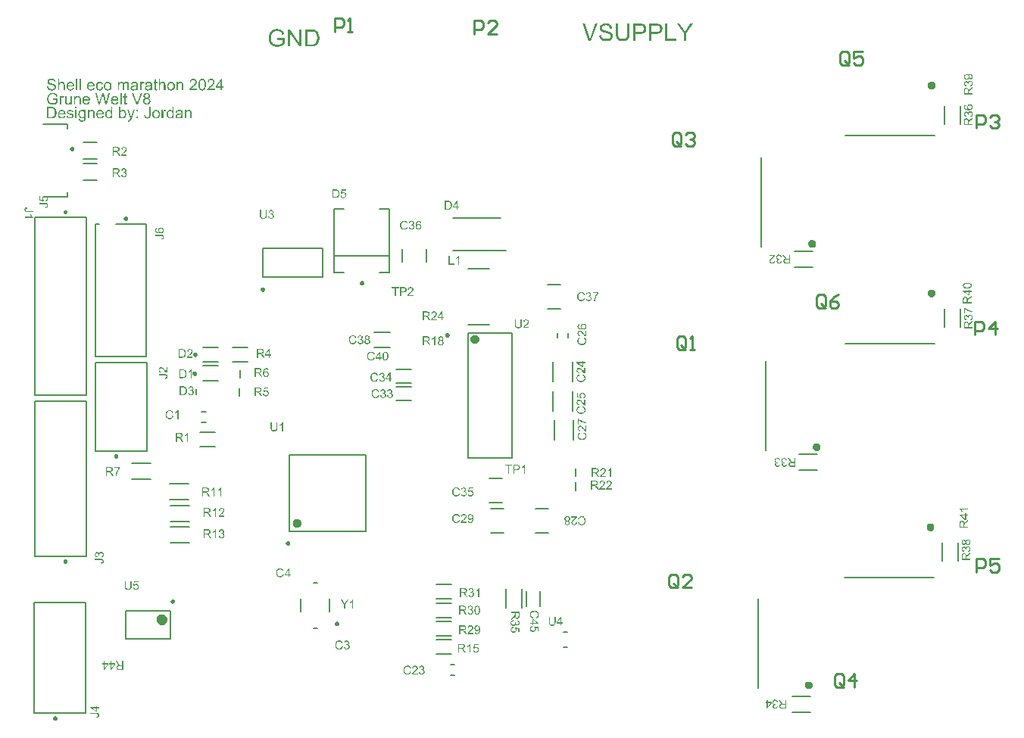
<source format=gbr>
%FSTAX23Y23*%
%MOIN*%
%SFA1B1*%

%IPPOS*%
%ADD10C,0.015750*%
%ADD11C,0.009840*%
%ADD12C,0.019680*%
%ADD13C,0.023620*%
%ADD14C,0.007870*%
%ADD15C,0.006000*%
%ADD16C,0.010000*%
%ADD17R,0.005910X0.031500*%
%LNpcb_legend_top-1*%
%LPD*%
G36*
X02536Y04299D02*
X02536D01*
X02537Y04299*
X02539Y04299*
X02541Y04299*
X02542Y04298*
X02544Y04298*
X02544*
X02544Y04297*
X02544Y04297*
X02545Y04297*
X02545Y04297*
X02546Y04296*
X02547Y04295*
X02549Y04294*
X0255Y04293*
X02551Y04292*
Y04292*
X02551Y04292*
X02551Y04292*
X02551Y04292*
X02551Y04291*
X02552Y0429*
X02552Y04289*
X02553Y04287*
X02553Y04286*
X02553Y04284*
X02547Y04284*
Y04284*
Y04284*
X02547Y04284*
X02547Y04285*
X02546Y04285*
X02546Y04286*
X02546Y04288*
X02545Y04289*
X02544Y0429*
X02543Y04291*
X02543Y04291*
X02543Y04291*
X02542Y04292*
X02541Y04292*
X0254Y04293*
X02538Y04293*
X02536Y04293*
X02534Y04293*
X02533*
X02533Y04293*
X02532Y04293*
X02531Y04293*
X0253Y04293*
X02528Y04292*
X02527Y04292*
X02526Y04291*
X02526Y04291*
X02525Y04291*
X02525Y04291*
X02525Y0429*
X02524Y0429*
X02524Y04289*
X02523Y04288*
X02523Y04287*
X02523Y04286*
Y04286*
Y04285*
X02523Y04285*
X02523Y04284*
X02523Y04284*
X02524Y04283*
X02524Y04282*
X02525Y04281*
X02525Y04281*
X02525Y04281*
X02525Y04281*
X02526Y04281*
X02526Y0428*
X02527Y0428*
X02527Y0428*
X02528Y0428*
X02529Y04279*
X0253Y04279*
X02531Y04279*
X02532Y04278*
X02533Y04278*
X02535Y04278*
X02535*
X02535Y04278*
X02536Y04278*
X02536Y04277*
X02537Y04277*
X02538Y04277*
X02538Y04277*
X02539Y04277*
X02541Y04276*
X02543Y04276*
X02544Y04275*
X02545Y04275*
X02545Y04275*
X02546Y04274*
X02546*
X02546Y04274*
X02546Y04274*
X02547Y04274*
X02547Y04274*
X02548Y04273*
X02549Y04272*
X02551Y04271*
X02552Y0427*
X02552Y04269*
X02553Y04269*
X02553Y04269*
X02553Y04268*
X02554Y04267*
X02554Y04266*
X02554Y04265*
X02555Y04264*
X02555Y04262*
Y04262*
Y04262*
Y04262*
Y04261*
X02554Y04261*
X02554Y0426*
X02554Y04258*
X02554Y04257*
X02553Y04256*
X02552Y04255*
Y04254*
X02552Y04254*
X02552Y04254*
X02551Y04253*
X02551Y04253*
X0255Y04252*
X02548Y04251*
X02547Y0425*
X02546Y04249*
X02546*
X02545Y04249*
X02545Y04249*
X02545Y04249*
X02544Y04249*
X02544Y04248*
X02543Y04248*
X02541Y04248*
X0254Y04247*
X02538Y04247*
X02536Y04247*
X02535*
X02534Y04247*
X02534*
X02533Y04247*
X02532Y04247*
X0253Y04248*
X02528Y04248*
X02526Y04248*
X02524Y04249*
X02524*
X02524Y04249*
X02524Y04249*
X02524Y04249*
X02523Y0425*
X02522Y04251*
X02521Y04251*
X02519Y04252*
X02518Y04254*
X02517Y04255*
Y04255*
X02517Y04255*
X02517Y04256*
X02517Y04256*
X02517Y04256*
X02516Y04257*
X02516Y04258*
X02515Y04259*
X02515Y04261*
X02515Y04262*
X02515Y04264*
X02521Y04265*
Y04265*
Y04265*
X02521Y04264*
Y04264*
X02521Y04263*
X02521Y04263*
X02522Y04262*
X02522Y0426*
X02522Y04259*
X02523Y04258*
X02523Y04258*
X02523Y04258*
X02523Y04258*
X02524Y04257*
X02525Y04256*
X02526Y04256*
X02527Y04255*
X02528Y04255*
X02528*
X02528Y04254*
X02528Y04254*
X02528Y04254*
X02529Y04254*
X0253Y04254*
X02531Y04254*
X02533Y04253*
X02534Y04253*
X02536Y04253*
X02536*
X02537Y04253*
X02538Y04253*
X02539Y04253*
X0254Y04254*
X02541Y04254*
X02542Y04254*
X02542Y04254*
X02543Y04254*
X02543Y04255*
X02544Y04255*
X02545Y04256*
X02545Y04256*
X02546Y04257*
X02547Y04257*
X02547Y04257*
X02547Y04258*
X02547Y04258*
X02547Y04259*
X02548Y04259*
X02548Y0426*
X02548Y04261*
X02548Y04262*
Y04262*
Y04262*
X02548Y04263*
X02548Y04263*
X02548Y04264*
X02548Y04264*
X02547Y04265*
X02547Y04266*
X02547Y04266*
X02546Y04266*
X02546Y04266*
X02546Y04267*
X02545Y04267*
X02544Y04268*
X02543Y04268*
X02542Y04269*
X02542Y04269*
X02542Y04269*
X02541Y04269*
X02541Y04269*
X0254Y04269*
X0254Y0427*
X02539Y0427*
X02538Y0427*
X02538Y0427*
X02537Y0427*
X02536Y04271*
X02534Y04271*
X02533Y04271*
X02533*
X02533Y04271*
X02533Y04271*
X02532Y04271*
X02532Y04272*
X02531Y04272*
X02529Y04272*
X02528Y04273*
X02526Y04273*
X02525Y04274*
X02524Y04274*
X02523Y04274*
X02523*
X02523Y04274*
X02523Y04275*
X02522Y04275*
X02522Y04276*
X02521Y04276*
X0252Y04277*
X02519Y04278*
X02518Y04279*
X02518Y04279*
X02518Y0428*
X02518Y0428*
X02517Y04281*
X02517Y04282*
X02517Y04283*
X02516Y04284*
X02516Y04285*
Y04285*
Y04285*
Y04286*
Y04286*
X02517Y04287*
X02517Y04288*
X02517Y04289*
X02517Y0429*
X02518Y04291*
X02519Y04292*
Y04293*
X02519Y04293*
X02519Y04293*
X02519Y04294*
X0252Y04294*
X02521Y04295*
X02522Y04296*
X02523Y04297*
X02525Y04298*
X02525*
X02525Y04298*
X02525Y04298*
X02526Y04298*
X02526Y04298*
X02526Y04298*
X02528Y04298*
X02529Y04299*
X02531Y04299*
X02532Y04299*
X02534Y04299*
X02535*
X02536Y04299*
G37*
G36*
X03103Y04285D02*
X03104Y04285D01*
X03104Y04285*
X03106Y04285*
X03107Y04285*
X03108Y04284*
X03108Y04284*
X03108Y04284*
X03109Y04284*
X03109Y04283*
X0311Y04283*
X03111Y04282*
X03111Y04282*
X03112Y04281*
X03112Y04281*
X03112Y04281*
X03112Y0428*
X03113Y0428*
X03113Y04279*
X03113Y04278*
X03114Y04277*
X03114Y04277*
Y04276*
X03114Y04276*
X03114Y04276*
X03114Y04275*
Y04274*
X03114Y04273*
X03114Y04272*
Y0427*
Y04248*
X03108*
Y0427*
Y0427*
Y0427*
Y04271*
Y04271*
X03108Y04272*
X03108Y04273*
X03108Y04274*
X03107Y04275*
X03107Y04276*
Y04276*
X03107Y04276*
X03107Y04277*
X03107Y04277*
X03106Y04277*
X03106Y04278*
X03105Y04278*
X03105Y04279*
X03104Y04279*
X03104Y04279*
X03104Y04279*
X03103Y04279*
X03103Y0428*
X03102Y0428*
X03101Y0428*
X031Y0428*
X031*
X031Y0428*
X03099Y0428*
X03098Y0428*
X03097Y04279*
X03096Y04279*
X03095Y04278*
X03093Y04277*
X03093Y04277*
X03093Y04277*
X03093Y04277*
X03093Y04276*
X03092Y04276*
X03092Y04275*
X03092Y04275*
X03092Y04274*
X03091Y04273*
X03091Y04272*
X03091Y04271*
X03091Y0427*
X03091Y04269*
Y04268*
Y04248*
X03084*
Y04285*
X0309*
Y04279*
X0309Y04279*
X0309Y0428*
X0309Y0428*
X03091Y0428*
X03091Y04281*
X03092Y04281*
X03092Y04282*
X03093Y04282*
X03094Y04283*
X03095Y04284*
X03096Y04284*
X03097Y04284*
X03098Y04285*
X03099Y04285*
X031Y04285*
X03102Y04285*
X03102*
X03103Y04285*
G37*
G36*
X02938D02*
X02939Y04285D01*
X0294Y04285*
X02941Y04285*
X02942Y04284*
X02943Y04283*
X02941Y04278*
X02941Y04278*
X02941Y04278*
X0294Y04278*
X0294Y04278*
X02939Y04279*
X02938Y04279*
X02938Y04279*
X02937Y04279*
X02936*
X02936Y04279*
X02936Y04279*
X02935Y04279*
X02934Y04278*
X02934Y04278*
X02933Y04278*
X02933Y04278*
X02933Y04278*
X02933Y04277*
X02932Y04277*
X02932Y04276*
X02931Y04276*
X02931Y04275*
X02931Y04274*
X02931Y04274*
X02931Y04274*
X02931Y04273*
X0293Y04272*
X0293Y04271*
X0293Y0427*
X0293Y04269*
X0293Y04267*
Y04248*
X02924*
Y04285*
X02929*
Y04279*
X02929Y04279*
X0293Y0428*
X0293Y0428*
X02931Y04281*
X02931Y04282*
X02932Y04283*
X02932Y04284*
X02933Y04284*
X02933Y04284*
X02933Y04284*
X02934Y04285*
X02934Y04285*
X02935Y04285*
X02936Y04285*
X02936Y04285*
X02937Y04285*
X02938*
X02938Y04285*
G37*
G36*
X02865D02*
X02865D01*
X02866Y04285*
X02867Y04285*
X02868Y04285*
X0287Y04284*
X02871Y04283*
X02872Y04282*
X02873Y04282*
X02873Y04282*
X02873Y04281*
X02874Y04281*
X02874Y0428*
X02874Y04279*
X02874Y04279*
X02875Y04278*
X02875Y04277*
X02875Y04276*
X02875Y04275*
X02875Y04274*
Y04273*
Y04248*
X02869*
Y04271*
Y04271*
Y04271*
Y04272*
Y04272*
X02869Y04273*
X02869Y04274*
X02869Y04275*
X02869Y04276*
X02869Y04276*
Y04276*
X02868Y04277*
X02868Y04277*
X02868Y04277*
X02868Y04278*
X02867Y04278*
X02867Y04279*
X02866Y04279*
X02866Y04279*
X02866Y04279*
X02866Y04279*
X02865Y04279*
X02865Y0428*
X02864Y0428*
X02863Y0428*
X02863Y0428*
X02862*
X02862Y0428*
X02861Y0428*
X0286Y0428*
X02859Y04279*
X02858Y04279*
X02857Y04278*
X02856Y04277*
X02856Y04277*
X02856Y04277*
X02855Y04276*
X02855Y04275*
X02854Y04274*
X02854Y04273*
X02854Y04271*
X02854Y04269*
Y04248*
X02847*
Y04272*
Y04272*
Y04272*
Y04272*
Y04272*
X02847Y04273*
X02847Y04274*
X02847Y04275*
X02847Y04276*
X02846Y04277*
X02846Y04278*
X02846Y04278*
X02846Y04278*
X02845Y04279*
X02845Y04279*
X02844Y04279*
X02843Y0428*
X02842Y0428*
X02841Y0428*
X0284*
X0284Y0428*
X02839Y0428*
X02839Y0428*
X02838Y04279*
X02837Y04279*
X02836Y04279*
X02836Y04279*
X02836Y04278*
X02835Y04278*
X02835Y04278*
X02834Y04277*
X02834Y04276*
X02833Y04275*
X02833Y04275*
X02833Y04274*
X02833Y04274*
X02833Y04273*
X02832Y04273*
X02832Y04272*
X02832Y0427*
X02832Y04269*
X02832Y04267*
Y04248*
X02826*
Y04285*
X02831*
Y04279*
X02831Y04279*
X02831Y0428*
X02832Y0428*
X02832Y04281*
X02833Y04282*
X02834Y04282*
X02835Y04283*
X02836Y04284*
X02836Y04284*
X02836Y04284*
X02837Y04284*
X02838Y04285*
X02839Y04285*
X0284Y04285*
X02841Y04285*
X02842Y04285*
X02843*
X02844Y04285*
X02845Y04285*
X02846Y04285*
X02847Y04285*
X02848Y04284*
X02849Y04284*
X02849Y04284*
X02849Y04283*
X0285Y04283*
X0285Y04282*
X02851Y04282*
X02852Y04281*
X02852Y0428*
X02853Y04279*
X02853Y04279*
X02853Y04279*
X02853Y04279*
X02853Y0428*
X02854Y0428*
X02854Y04281*
X02855Y04282*
X02856Y04282*
X02856Y04283*
X02857Y04283*
X02858Y04284*
X02859Y04284*
X0286Y04285*
X02862Y04285*
X02863Y04285*
X02864Y04285*
X02864*
X02865Y04285*
G37*
G36*
X02747D02*
X02748D01*
X02748Y04285*
X0275Y04285*
X02751Y04285*
X02753Y04284*
X02755Y04283*
X02756Y04282*
X02756*
X02756Y04282*
X02757Y04282*
X02757Y04281*
X02758Y0428*
X02759Y04279*
X0276Y04278*
X0276Y04276*
X02761Y04274*
X02755Y04273*
Y04273*
X02755Y04273*
X02755Y04274*
X02755Y04274*
X02754Y04275*
X02754Y04276*
X02753Y04277*
X02753Y04278*
X02752Y04278*
X02752Y04278*
X02752Y04279*
X02751Y04279*
X0275Y04279*
X0275Y0428*
X02749Y0428*
X02748Y0428*
X02747Y0428*
X02746*
X02746Y0428*
X02745Y0428*
X02744Y0428*
X02743Y04279*
X02741Y04279*
X0274Y04278*
X0274Y04278*
X02739Y04277*
Y04277*
X02739Y04277*
X02739Y04277*
X02739Y04276*
X02738Y04276*
X02738Y04275*
X02738Y04275*
X02738Y04274*
X02737Y04274*
X02737Y04273*
X02737Y04272*
X02737Y04271*
X02736Y0427*
X02736Y04269*
X02736Y04268*
Y04266*
Y04266*
Y04266*
Y04266*
X02736Y04265*
Y04264*
X02736Y04264*
X02736Y04262*
X02737Y0426*
X02737Y04259*
X02738Y04257*
X02738Y04256*
X02739Y04256*
X02739Y04255*
X02739Y04255*
X0274Y04255*
X02741Y04254*
X02742Y04253*
X02743Y04253*
X02745Y04252*
X02745Y04252*
X02746Y04252*
X02746*
X02747Y04252*
X02748Y04252*
X02748Y04253*
X02749Y04253*
X0275Y04253*
X02751Y04254*
X02752Y04254*
X02752Y04255*
X02753Y04255*
X02753Y04255*
X02754Y04256*
X02754Y04257*
X02755Y04258*
X02755Y0426*
X02755Y04261*
X02762Y04261*
Y04261*
X02761Y0426*
X02761Y0426*
X02761Y0426*
X02761Y04259*
X02761Y04258*
X02761Y04257*
X0276Y04255*
X02759Y04254*
X02758Y04252*
X02757Y04251*
X02756Y04251*
X02756Y04251*
X02756Y04251*
X02756Y0425*
X02756Y0425*
X02755Y0425*
X02755Y0425*
X02754Y04249*
X02754Y04249*
X02752Y04248*
X0275Y04248*
X02749Y04247*
X02747Y04247*
X02746Y04247*
X02746*
X02745Y04247*
X02744Y04247*
X02744Y04247*
X02743Y04248*
X02742Y04248*
X0274Y04248*
X02739Y04249*
X02738Y04249*
X02737Y0425*
X02736Y0425*
X02735Y04251*
X02734Y04252*
X02734Y04252*
X02734Y04252*
X02734Y04253*
X02734Y04253*
X02733Y04253*
X02733Y04254*
X02732Y04255*
X02732Y04256*
X02732Y04257*
X02731Y04258*
X02731Y04259*
X02731Y0426*
X0273Y04261*
X0273Y04263*
X0273Y04264*
X0273Y04266*
Y04266*
Y04266*
Y04267*
Y04267*
X0273Y04268*
Y04268*
X0273Y04269*
X0273Y0427*
X0273Y04271*
X02731Y04273*
X02731Y04275*
X02732Y04277*
Y04277*
X02732Y04277*
X02732Y04277*
X02732Y04277*
X02732Y04278*
X02733Y04279*
X02734Y0428*
X02735Y04281*
X02736Y04282*
X02738Y04283*
X02738*
X02738Y04283*
X02738Y04283*
X02738Y04284*
X02739Y04284*
X02739Y04284*
X0274Y04284*
X02742Y04285*
X02743Y04285*
X02745Y04285*
X02746Y04285*
X02747*
X02747Y04285*
G37*
G36*
X03285Y04266D02*
X03292D01*
Y0426*
X03285*
Y04248*
X03279*
Y0426*
X03257*
Y04266*
X0328Y04298*
X03285*
Y04266*
G37*
G36*
X03238Y04299D02*
X03238Y04299D01*
X03239Y04298*
X0324Y04298*
X03241Y04298*
X03243Y04298*
X03245Y04297*
X03246Y04296*
X03246Y04296*
X03247Y04295*
X03248Y04295*
X03248Y04295*
X03248Y04294*
X03249Y04294*
X03249Y04294*
X03249Y04293*
X0325Y04293*
X0325Y04292*
X0325Y04292*
X03251Y0429*
X03252Y04289*
X03252Y04288*
X03252Y04287*
X03252Y04286*
X03252Y04285*
Y04285*
Y04284*
X03252Y04284*
X03252Y04283*
X03252Y04282*
X03252Y04281*
X03252Y0428*
X03251Y04279*
X03251Y04279*
X03251Y04278*
X03251Y04278*
X0325Y04277*
X0325Y04276*
X03249Y04275*
X03248Y04274*
X03247Y04272*
X03247Y04272*
X03246Y04272*
X03246Y04272*
X03246Y04271*
X03245Y04271*
X03245Y0427*
X03244Y0427*
X03243Y04269*
X03243Y04268*
X03242Y04267*
X03241Y04267*
X0324Y04266*
X03239Y04265*
X03238Y04264*
X03237Y04264*
X03237Y04263*
X03237Y04263*
X03237Y04263*
X03236Y04263*
X03236Y04262*
X03235Y04261*
X03233Y0426*
X03232Y04259*
X03231Y04258*
X03231Y04258*
X0323Y04257*
X0323Y04257*
X0323Y04257*
X0323Y04257*
X03229Y04256*
X03229Y04256*
X03229Y04255*
X03228Y04254*
X03253*
Y04248*
X03219*
Y04248*
Y04248*
Y04249*
X03219Y04249*
X03219Y0425*
X03219Y04251*
X0322Y04252*
X0322Y04252*
Y04252*
X0322Y04252*
X0322Y04253*
X0322Y04254*
X03221Y04254*
X03221Y04255*
X03222Y04257*
X03223Y04258*
X03224Y04259*
Y04259*
X03224Y04259*
X03224Y0426*
X03225Y0426*
X03226Y04261*
X03227Y04262*
X03228Y04264*
X0323Y04265*
X03232Y04267*
X03232Y04267*
X03232Y04267*
X03233Y04267*
X03233Y04268*
X03234Y04268*
X03235Y04269*
X03236Y0427*
X03237Y0427*
X03238Y04272*
X0324Y04274*
X03241Y04275*
X03242Y04276*
X03243Y04277*
X03243Y04277*
Y04277*
X03243Y04277*
X03243Y04278*
X03244Y04278*
X03244Y04279*
X03245Y0428*
X03245Y04281*
X03246Y04282*
X03246Y04284*
X03246Y04285*
Y04285*
Y04285*
X03246Y04285*
X03246Y04286*
X03246Y04287*
X03245Y04288*
X03245Y04289*
X03244Y0429*
X03243Y04291*
X03243Y04291*
X03243Y04291*
X03242Y04292*
X03242Y04292*
X03241Y04293*
X03239Y04293*
X03238Y04293*
X03237Y04294*
X03236*
X03236Y04293*
X03235Y04293*
X03234Y04293*
X03233Y04293*
X03232Y04292*
X0323Y04292*
X03229Y04291*
X03229Y04291*
X03229Y0429*
X03228Y0429*
X03228Y04289*
X03227Y04288*
X03227Y04287*
X03227Y04285*
X03227Y04283*
X0322Y04284*
Y04284*
X0322Y04284*
Y04285*
X0322Y04285*
X03221Y04286*
X03221Y04286*
X03221Y04287*
X03221Y04288*
X03222Y0429*
X03223Y04292*
X03223Y04292*
X03224Y04293*
X03224Y04294*
X03225Y04295*
X03225Y04295*
X03225Y04295*
X03226Y04295*
X03226Y04295*
X03226Y04296*
X03227Y04296*
X03227Y04296*
X03228Y04297*
X03229Y04297*
X0323Y04298*
X03231Y04298*
X03232Y04298*
X03233Y04298*
X03234Y04299*
X03235Y04299*
X03237Y04299*
X03237*
X03238Y04299*
G37*
G36*
X03159D02*
X0316Y04299D01*
X03161Y04298*
X03162Y04298*
X03162Y04298*
X03164Y04298*
X03166Y04297*
X03167Y04296*
X03168Y04296*
X03169Y04295*
X0317Y04295*
X0317Y04295*
X0317Y04294*
X0317Y04294*
X0317Y04294*
X03171Y04293*
X03171Y04293*
X03171Y04292*
X03172Y04292*
X03173Y0429*
X03173Y04289*
X03174Y04288*
X03174Y04287*
X03174Y04286*
X03174Y04285*
Y04285*
Y04284*
X03174Y04284*
X03174Y04283*
X03174Y04282*
X03173Y04281*
X03173Y0428*
X03173Y04279*
X03173Y04279*
X03173Y04278*
X03172Y04278*
X03172Y04277*
X03171Y04276*
X0317Y04275*
X0317Y04274*
X03169Y04272*
X03168Y04272*
X03168Y04272*
X03168Y04272*
X03167Y04271*
X03167Y04271*
X03166Y0427*
X03166Y0427*
X03165Y04269*
X03164Y04268*
X03163Y04267*
X03162Y04267*
X03161Y04266*
X0316Y04265*
X03159Y04264*
X03159Y04264*
X03159Y04263*
X03159Y04263*
X03158Y04263*
X03158Y04263*
X03157Y04262*
X03156Y04261*
X03155Y0426*
X03154Y04259*
X03153Y04258*
X03152Y04258*
X03152Y04257*
X03152Y04257*
X03152Y04257*
X03151Y04257*
X03151Y04256*
X03151Y04256*
X0315Y04255*
X03149Y04254*
X03174*
Y04248*
X03141*
Y04248*
Y04248*
Y04249*
X03141Y04249*
X03141Y0425*
X03141Y04251*
X03141Y04252*
X03141Y04252*
Y04252*
X03141Y04252*
X03142Y04253*
X03142Y04254*
X03142Y04254*
X03143Y04255*
X03144Y04257*
X03144Y04258*
X03145Y04259*
Y04259*
X03146Y04259*
X03146Y0426*
X03147Y0426*
X03148Y04261*
X03149Y04262*
X0315Y04264*
X03152Y04265*
X03154Y04267*
X03154Y04267*
X03154Y04267*
X03154Y04267*
X03155Y04268*
X03156Y04268*
X03156Y04269*
X03157Y0427*
X03158Y0427*
X0316Y04272*
X03162Y04274*
X03163Y04275*
X03163Y04276*
X03164Y04277*
X03165Y04277*
Y04277*
X03165Y04277*
X03165Y04278*
X03165Y04278*
X03166Y04279*
X03166Y0428*
X03167Y04281*
X03167Y04282*
X03168Y04284*
X03168Y04285*
Y04285*
Y04285*
X03168Y04285*
X03168Y04286*
X03167Y04287*
X03167Y04288*
X03167Y04289*
X03166Y0429*
X03165Y04291*
X03165Y04291*
X03164Y04291*
X03164Y04292*
X03163Y04292*
X03162Y04293*
X03161Y04293*
X0316Y04293*
X03158Y04294*
X03158*
X03157Y04293*
X03156Y04293*
X03155Y04293*
X03154Y04293*
X03153Y04292*
X03152Y04292*
X03151Y04291*
X03151Y04291*
X0315Y0429*
X0315Y0429*
X0315Y04289*
X03149Y04288*
X03149Y04287*
X03148Y04285*
X03148Y04283*
X03142Y04284*
Y04284*
X03142Y04284*
Y04285*
X03142Y04285*
X03142Y04286*
X03142Y04286*
X03142Y04287*
X03143Y04288*
X03143Y0429*
X03144Y04292*
X03145Y04292*
X03145Y04293*
X03146Y04294*
X03147Y04295*
X03147Y04295*
X03147Y04295*
X03147Y04295*
X03147Y04295*
X03148Y04296*
X03148Y04296*
X03149Y04296*
X0315Y04297*
X03151Y04297*
X03151Y04298*
X03152Y04298*
X03153Y04298*
X03154Y04298*
X03156Y04299*
X03157Y04299*
X03158Y04299*
X03159*
X03159Y04299*
G37*
G36*
X03012Y0428D02*
X03012Y0428D01*
X03012Y04281*
X03013Y04281*
X03013Y04281*
X03013Y04282*
X03014Y04282*
X03015Y04282*
X03015Y04283*
X03016Y04283*
X03017Y04284*
X03019Y04285*
X0302Y04285*
X03021Y04285*
X03022Y04285*
X03023Y04285*
X03024*
X03025Y04285*
X03025Y04285*
X03027Y04285*
X03028Y04285*
X03029Y04284*
X0303Y04284*
X0303Y04284*
X03031Y04284*
X03031Y04283*
X03032Y04283*
X03032Y04282*
X03033Y04281*
X03034Y0428*
X03034Y04279*
X03034Y04279*
X03035Y04279*
X03035Y04278*
X03035Y04277*
X03035Y04276*
X03035Y04275*
X03036Y04273*
X03036Y04271*
Y04248*
X03029*
Y04271*
Y04271*
Y04271*
Y04272*
Y04272*
X03029Y04273*
X03029Y04274*
X03029Y04275*
X03029Y04276*
X03028Y04277*
X03027Y04278*
X03027Y04278*
X03027Y04278*
X03027Y04279*
X03026Y04279*
X03025Y04279*
X03024Y0428*
X03023Y0428*
X03022Y0428*
X03021*
X03021Y0428*
X0302Y0428*
X03019Y0428*
X03018Y04279*
X03018Y04279*
X03017Y04279*
X03017Y04279*
X03016Y04278*
X03016Y04278*
X03015Y04278*
X03015Y04277*
X03014Y04276*
X03014Y04276*
X03013Y04275*
X03013Y04275*
X03013Y04274*
X03013Y04274*
X03013Y04273*
X03012Y04272*
X03012Y04271*
X03012Y0427*
X03012Y04268*
Y04248*
X03006*
Y04298*
X03012*
Y0428*
G37*
G36*
X02964Y04285D02*
X02965Y04285D01*
X02967Y04285*
X02968Y04285*
X02969Y04285*
X0297Y04284*
X0297Y04284*
X02971Y04284*
X02971Y04284*
X02972Y04284*
X02973Y04283*
X02973Y04283*
X02974Y04282*
X02975Y04281*
X02975Y04281*
X02975Y04281*
X02975Y04281*
X02975Y0428*
X02976Y0428*
X02976Y04279*
X02976Y04278*
X02976Y04277*
Y04277*
X02977Y04277*
X02977Y04277*
X02977Y04276*
Y04275*
X02977Y04274*
X02977Y04273*
Y04272*
Y04263*
Y04263*
Y04263*
Y04263*
Y04262*
Y04261*
Y0426*
X02977Y04259*
Y04257*
X02977Y04255*
X02977Y04254*
Y04254*
X02977Y04253*
X02977Y04252*
Y04252*
X02977Y04252*
X02977Y04252*
X02978Y04251*
X02978Y0425*
X02978Y0425*
X02978Y04249*
X02979Y04248*
X02972*
X02972Y04248*
X02972Y04248*
X02972Y04249*
X02972Y04249*
X02972Y0425*
X02971Y04251*
X02971Y04252*
X02971Y04253*
X02971*
X02971Y04252*
X0297Y04252*
X0297Y04252*
X02969Y04251*
X02968Y0425*
X02967Y0425*
X02966Y04249*
X02964Y04248*
X02964Y04248*
X02964Y04248*
X02963Y04248*
X02962Y04248*
X02961Y04248*
X0296Y04247*
X02959Y04247*
X02958Y04247*
X02957*
X02956Y04247*
X02956*
X02955Y04247*
X02954Y04248*
X02953Y04248*
X02951Y04248*
X0295Y04249*
X02948Y0425*
X02948Y0425*
X02948Y04251*
X02947Y04251*
X02947Y04252*
X02946Y04253*
X02946Y04254*
X02945Y04256*
X02945Y04257*
X02945Y04258*
Y04258*
Y04258*
X02945Y04259*
X02945Y04259*
X02945Y0426*
X02946Y04261*
X02946Y04262*
X02946Y04263*
X02946Y04263*
X02946Y04263*
X02947Y04263*
X02947Y04264*
X02948Y04264*
X02948Y04265*
X02949Y04266*
X02949Y04266*
X02949Y04266*
X0295Y04266*
X0295Y04267*
X02951Y04267*
X02951Y04267*
X02952Y04268*
X02953Y04268*
X02954Y04268*
X02954*
X02954Y04268*
X02955Y04268*
X02955Y04268*
X02956Y04269*
X02957Y04269*
X02958Y04269*
X02959Y04269*
X02959*
X0296Y04269*
X0296*
X02961Y04269*
X02961Y04269*
X02962Y04269*
X02963Y0427*
X02964Y0427*
X02965Y0427*
X02967Y0427*
X02969Y04271*
X0297Y04271*
X0297Y04271*
Y04271*
Y04271*
X02971Y04272*
Y04272*
Y04273*
Y04273*
Y04273*
Y04273*
Y04273*
X0297Y04274*
X0297Y04275*
X0297Y04276*
X0297Y04277*
X02969Y04278*
X02969Y04278*
X02969Y04278*
X02968Y04279*
X02968Y04279*
X02967Y04279*
X02966Y0428*
X02965Y0428*
X02963Y0428*
X02962Y0428*
X02961*
X0296Y0428*
X02959Y0428*
X02958Y0428*
X02957Y0428*
X02956Y04279*
X02955Y04279*
X02955Y04279*
X02955Y04278*
X02954Y04278*
X02954Y04278*
X02954Y04277*
X02953Y04276*
X02953Y04275*
X02952Y04273*
X02946Y04274*
Y04274*
X02946Y04274*
Y04275*
X02946Y04275*
X02947Y04275*
X02947Y04276*
X02947Y04277*
X02948Y04278*
X02948Y04279*
X02949Y0428*
X02949Y0428*
X02949Y04281*
X0295Y04281*
X0295Y04282*
X02951Y04282*
X02952Y04283*
X02953Y04284*
X02954Y04284*
X02954*
X02954Y04284*
X02955Y04284*
X02955Y04284*
X02956Y04285*
X02957Y04285*
X02958Y04285*
X02959Y04285*
X02961Y04285*
X02963Y04285*
X02963*
X02964Y04285*
G37*
G36*
X02902D02*
X02903Y04285D01*
X02904Y04285*
X02905Y04285*
X02906Y04285*
X02908Y04284*
X02908Y04284*
X02908Y04284*
X02909Y04284*
X02909Y04284*
X0291Y04283*
X02911Y04283*
X02911Y04282*
X02912Y04281*
X02912Y04281*
X02912Y04281*
X02912Y04281*
X02913Y0428*
X02913Y0428*
X02913Y04279*
X02914Y04278*
X02914Y04277*
Y04277*
X02914Y04277*
X02914Y04277*
X02914Y04276*
Y04275*
X02914Y04274*
X02914Y04273*
Y04272*
Y04263*
Y04263*
Y04263*
Y04263*
Y04262*
Y04261*
Y0426*
X02914Y04259*
Y04257*
X02914Y04255*
X02914Y04254*
Y04254*
X02914Y04253*
X02915Y04252*
Y04252*
X02915Y04252*
X02915Y04252*
X02915Y04251*
X02915Y0425*
X02915Y0425*
X02916Y04249*
X02916Y04248*
X0291*
X02909Y04248*
X02909Y04248*
X02909Y04249*
X02909Y04249*
X02909Y0425*
X02909Y04251*
X02909Y04252*
X02908Y04253*
X02908*
X02908Y04252*
X02908Y04252*
X02907Y04252*
X02906Y04251*
X02905Y0425*
X02904Y0425*
X02903Y04249*
X02902Y04248*
X02902Y04248*
X02901Y04248*
X029Y04248*
X029Y04248*
X02899Y04248*
X02897Y04247*
X02896Y04247*
X02895Y04247*
X02894*
X02894Y04247*
X02893*
X02893Y04247*
X02891Y04248*
X0289Y04248*
X02888Y04248*
X02887Y04249*
X02886Y0425*
X02885Y0425*
X02885Y04251*
X02885Y04251*
X02884Y04252*
X02883Y04253*
X02883Y04254*
X02883Y04256*
X02882Y04257*
X02882Y04258*
Y04258*
Y04258*
X02882Y04259*
X02883Y04259*
X02883Y0426*
X02883Y04261*
X02883Y04262*
X02884Y04263*
X02884Y04263*
X02884Y04263*
X02884Y04263*
X02884Y04264*
X02885Y04264*
X02885Y04265*
X02886Y04266*
X02887Y04266*
X02887Y04266*
X02887Y04266*
X02887Y04267*
X02888Y04267*
X02889Y04267*
X0289Y04268*
X0289Y04268*
X02891Y04268*
X02891*
X02892Y04268*
X02892Y04268*
X02893Y04268*
X02893Y04269*
X02894Y04269*
X02895Y04269*
X02897Y04269*
X02897*
X02897Y04269*
X02897*
X02898Y04269*
X02899Y04269*
X02899Y04269*
X029Y0427*
X02901Y0427*
X02903Y0427*
X02905Y0427*
X02906Y04271*
X02907Y04271*
X02908Y04271*
Y04271*
Y04271*
X02908Y04272*
Y04272*
Y04273*
Y04273*
Y04273*
Y04273*
Y04273*
X02908Y04274*
X02908Y04275*
X02907Y04276*
X02907Y04277*
X02907Y04278*
X02906Y04278*
X02906Y04278*
X02906Y04279*
X02905Y04279*
X02904Y04279*
X02903Y0428*
X02902Y0428*
X02901Y0428*
X02899Y0428*
X02898*
X02898Y0428*
X02897Y0428*
X02895Y0428*
X02894Y0428*
X02893Y04279*
X02892Y04279*
X02892Y04279*
X02892Y04278*
X02892Y04278*
X02891Y04278*
X02891Y04277*
X0289Y04276*
X0289Y04275*
X0289Y04273*
X02883Y04274*
Y04274*
X02884Y04274*
Y04275*
X02884Y04275*
X02884Y04275*
X02884Y04276*
X02884Y04277*
X02885Y04278*
X02885Y04279*
X02886Y0428*
X02886Y0428*
X02887Y04281*
X02887Y04281*
X02888Y04282*
X02888Y04282*
X02889Y04283*
X0289Y04284*
X02892Y04284*
X02892*
X02892Y04284*
X02892Y04284*
X02892Y04284*
X02893Y04285*
X02894Y04285*
X02895Y04285*
X02897Y04285*
X02898Y04285*
X029Y04285*
X02901*
X02902Y04285*
G37*
G36*
X02663Y04248D02*
X02657D01*
Y04298*
X02663*
Y04248*
G37*
G36*
X02647D02*
X02641D01*
Y04298*
X02647*
Y04248*
G37*
G36*
X02569Y0428D02*
X02569Y0428D01*
X02569Y04281*
X0257Y04281*
X0257Y04281*
X0257Y04282*
X02571Y04282*
X02572Y04282*
X02572Y04283*
X02573Y04283*
X02574Y04284*
X02576Y04285*
X02577Y04285*
X02578Y04285*
X02579Y04285*
X0258Y04285*
X02581*
X02582Y04285*
X02582Y04285*
X02584Y04285*
X02585Y04285*
X02586Y04284*
X02587Y04284*
X02587Y04284*
X02588Y04284*
X02588Y04283*
X02589Y04283*
X02589Y04282*
X0259Y04281*
X02591Y0428*
X02591Y04279*
X02591Y04279*
X02592Y04279*
X02592Y04278*
X02592Y04277*
X02592Y04276*
X02592Y04275*
X02593Y04273*
X02593Y04271*
Y04248*
X02586*
Y04271*
Y04271*
Y04271*
Y04272*
Y04272*
X02586Y04273*
X02586Y04274*
X02586Y04275*
X02586Y04276*
X02585Y04277*
X02584Y04278*
X02584Y04278*
X02584Y04278*
X02584Y04279*
X02583Y04279*
X02582Y04279*
X02581Y0428*
X0258Y0428*
X02579Y0428*
X02578*
X02578Y0428*
X02577Y0428*
X02576Y0428*
X02575Y04279*
X02575Y04279*
X02574Y04279*
X02574Y04279*
X02573Y04278*
X02573Y04278*
X02572Y04278*
X02572Y04277*
X02571Y04276*
X02571Y04276*
X0257Y04275*
X0257Y04275*
X0257Y04274*
X0257Y04274*
X0257Y04273*
X02569Y04272*
X02569Y04271*
X02569Y0427*
X02569Y04268*
Y04248*
X02563*
Y04298*
X02569*
Y0428*
G37*
G36*
X02994Y04285D02*
X03D01*
Y0428*
X02994*
Y04258*
Y04258*
Y04258*
Y04257*
X02994Y04257*
X02994Y04256*
X02994Y04255*
X02994Y04255*
X02994Y04255*
X02994Y04254*
X02994Y04254*
X02995Y04254*
X02995Y04254*
X02995Y04253*
X02996Y04253*
X02997Y04253*
X02998*
X02998Y04253*
X02999*
X02999Y04253*
X03Y04253*
X03001Y04248*
X03001*
X03Y04248*
X03Y04248*
X02999Y04248*
X02998Y04248*
X02998Y04248*
X02996Y04247*
X02995*
X02995Y04248*
X02994Y04248*
X02993Y04248*
X02992Y04248*
X02991Y04248*
X02991Y04249*
X02991Y04249*
X0299Y04249*
X0299Y04249*
X0299Y04249*
X02989Y0425*
X02989Y0425*
X02988Y04251*
X02988Y04251*
Y04251*
X02988Y04252*
X02988Y04252*
X02988Y04253*
X02988Y04254*
X02988Y04254*
Y04255*
X02987Y04256*
X02987Y04257*
Y04258*
Y04259*
Y0428*
X02983*
Y04285*
X02987*
Y04294*
X02994Y04297*
Y04285*
G37*
G36*
X03061Y04285D02*
X03062Y04285D01*
X03063Y04285*
X03063Y04285*
X03064Y04285*
X03066Y04284*
X03067Y04284*
X03068Y04283*
X03069Y04283*
X0307Y04282*
X03071Y04281*
X03072Y0428*
X03072Y0428*
X03073Y0428*
X03073Y0428*
X03073Y0428*
X03073Y04279*
X03074Y04278*
X03074Y04278*
X03075Y04277*
X03075Y04276*
X03076Y04275*
X03076Y04274*
X03076Y04273*
X03077Y04271*
X03077Y0427*
X03077Y04268*
X03077Y04267*
Y04267*
Y04267*
Y04266*
Y04266*
X03077Y04265*
X03077Y04264*
Y04264*
X03077Y04263*
X03077Y04261*
X03076Y04259*
X03076Y04257*
X03075Y04256*
Y04256*
X03075Y04256*
X03075Y04255*
X03075Y04255*
X03074Y04254*
X03073Y04253*
X03073Y04252*
X03071Y04251*
X0307Y0425*
X03069Y04249*
X03069*
X03069Y04249*
X03068Y04249*
X03068Y04249*
X03068Y04249*
X03067Y04249*
X03066Y04248*
X03065Y04248*
X03063Y04248*
X03062Y04247*
X0306Y04247*
X03059*
X03059Y04247*
X03058Y04247*
X03057Y04247*
X03056Y04248*
X03056Y04248*
X03054Y04248*
X03053Y04249*
X03051Y04249*
X0305Y0425*
X03049Y0425*
X03048Y04251*
X03048Y04252*
X03047Y04252*
X03047Y04252*
X03047Y04253*
X03047Y04253*
X03046Y04254*
X03046Y04254*
X03046Y04255*
X03045Y04256*
X03045Y04257*
X03044Y04258*
X03044Y04259*
X03044Y0426*
X03043Y04262*
X03043Y04263*
X03043Y04265*
X03043Y04266*
Y04266*
Y04267*
X03043Y04267*
Y04268*
X03043Y04269*
X03043Y0427*
X03043Y04271*
X03044Y04272*
X03044Y04273*
X03044Y04274*
X03045Y04276*
X03045Y04277*
X03046Y04278*
X03047Y04279*
X03047Y0428*
X03048Y04281*
X03049Y04281*
X03049Y04281*
X03049Y04282*
X03049Y04282*
X0305Y04282*
X0305Y04283*
X03051Y04283*
X03052Y04283*
X03053Y04284*
X03053Y04284*
X03055Y04285*
X03058Y04285*
X03059Y04285*
X0306Y04285*
X03061*
X03061Y04285*
G37*
G36*
X02783D02*
X02784Y04285D01*
X02784Y04285*
X02785Y04285*
X02786Y04285*
X02788Y04284*
X02789Y04284*
X0279Y04283*
X02791Y04283*
X02792Y04282*
X02793Y04281*
X02794Y0428*
X02794Y0428*
X02794Y0428*
X02794Y0428*
X02795Y0428*
X02795Y04279*
X02796Y04278*
X02796Y04278*
X02796Y04277*
X02797Y04276*
X02797Y04275*
X02798Y04274*
X02798Y04273*
X02798Y04271*
X02799Y0427*
X02799Y04268*
X02799Y04267*
Y04267*
Y04267*
Y04266*
Y04266*
X02799Y04265*
X02799Y04264*
Y04264*
X02799Y04263*
X02798Y04261*
X02798Y04259*
X02797Y04257*
X02797Y04256*
Y04256*
X02797Y04256*
X02796Y04255*
X02796Y04255*
X02796Y04254*
X02795Y04253*
X02794Y04252*
X02793Y04251*
X02792Y0425*
X0279Y04249*
X0279*
X0279Y04249*
X0279Y04249*
X0279Y04249*
X02789Y04249*
X02789Y04249*
X02788Y04248*
X02787Y04248*
X02785Y04248*
X02783Y04247*
X02782Y04247*
X02781*
X0278Y04247*
X0278Y04247*
X02779Y04247*
X02778Y04248*
X02777Y04248*
X02775Y04248*
X02774Y04249*
X02773Y04249*
X02772Y0425*
X02771Y0425*
X0277Y04251*
X02769Y04252*
X02769Y04252*
X02769Y04252*
X02769Y04253*
X02768Y04253*
X02768Y04254*
X02768Y04254*
X02767Y04255*
X02767Y04256*
X02766Y04257*
X02766Y04258*
X02766Y04259*
X02765Y0426*
X02765Y04262*
X02765Y04263*
X02765Y04265*
X02765Y04266*
Y04266*
Y04267*
X02765Y04267*
Y04268*
X02765Y04269*
X02765Y0427*
X02765Y04271*
X02765Y04272*
X02766Y04273*
X02766Y04274*
X02766Y04276*
X02767Y04277*
X02768Y04278*
X02768Y04279*
X02769Y0428*
X0277Y04281*
X0277Y04281*
X0277Y04281*
X02771Y04282*
X02771Y04282*
X02771Y04282*
X02772Y04283*
X02773Y04283*
X02773Y04283*
X02774Y04284*
X02775Y04284*
X02777Y04285*
X02779Y04285*
X0278Y04285*
X02782Y04285*
X02782*
X02783Y04285*
G37*
G36*
X02709D02*
X02709Y04285D01*
X0271Y04285*
X02711Y04285*
X02712Y04285*
X02713Y04285*
X02714Y04284*
X02714Y04284*
X02715Y04283*
X02717Y04283*
X02718Y04282*
X02718Y04281*
X02719Y0428*
X02719Y0428*
X0272Y0428*
X0272Y0428*
X0272Y04279*
X0272Y04279*
X02721Y04278*
X02721Y04278*
X02722Y04277*
X02722Y04276*
X02723Y04275*
X02723Y04274*
X02723Y04272*
X02724Y04271*
X02724Y0427*
X02724Y04268*
X02724Y04266*
Y04266*
Y04266*
Y04265*
X02724Y04265*
X02697*
Y04265*
Y04264*
X02697Y04264*
Y04264*
X02697Y04263*
X02697Y04263*
X02697Y04261*
X02698Y0426*
X02698Y04258*
X02699Y04257*
X027Y04255*
X027*
X027Y04255*
X02701Y04255*
X02701Y04254*
X02702Y04254*
X02703Y04253*
X02705Y04253*
X02706Y04252*
X02707Y04252*
X02708Y04252*
X02708*
X02709Y04252*
X0271Y04253*
X02711Y04253*
X02712Y04253*
X02713Y04253*
X02714Y04254*
X02714Y04254*
X02714Y04254*
X02714Y04255*
X02715Y04255*
X02715Y04256*
X02716Y04257*
X02717Y04258*
X02717Y0426*
X02724Y04259*
Y04259*
X02724Y04259*
X02724Y04258*
X02724Y04258*
X02723Y04258*
X02723Y04257*
X02722Y04256*
X02722Y04254*
X02721Y04253*
X0272Y04252*
X02718Y0425*
X02718*
X02718Y0425*
X02718Y0425*
X02717Y0425*
X02717Y0425*
X02717Y04249*
X02716Y04249*
X02715Y04249*
X02715Y04248*
X02714Y04248*
X02712Y04248*
X0271Y04247*
X02708Y04247*
X02707*
X02706Y04247*
X02706Y04247*
X02705Y04247*
X02704Y04248*
X02703Y04248*
X02701Y04248*
X027Y04249*
X02699Y04249*
X02698Y0425*
X02697Y0425*
X02696Y04251*
X02695Y04252*
X02695Y04252*
X02695Y04252*
X02694Y04253*
X02694Y04253*
X02694Y04254*
X02693Y04254*
X02693Y04255*
X02693Y04256*
X02692Y04257*
X02692Y04258*
X02691Y04259*
X02691Y0426*
X02691Y04261*
X0269Y04263*
X0269Y04264*
X0269Y04266*
Y04266*
Y04266*
Y04267*
X0269Y04267*
X0269Y04268*
X0269Y04269*
X02691Y0427*
X02691Y04271*
X02691Y04274*
X02692Y04275*
X02692Y04276*
X02693Y04277*
X02693Y04278*
X02694Y04279*
X02695Y0428*
X02695Y0428*
X02695Y04281*
X02696Y04281*
X02696Y04281*
X02696Y04281*
X02697Y04282*
X02698Y04282*
X02698Y04283*
X02699Y04283*
X027Y04284*
X02701Y04284*
X02702Y04285*
X02703Y04285*
X02705Y04285*
X02706Y04285*
X02707Y04285*
X02708*
X02709Y04285*
G37*
G36*
X02618D02*
X02619Y04285D01*
X0262Y04285*
X02621Y04285*
X02621Y04285*
X02622Y04285*
X02623Y04284*
X02624Y04284*
X02625Y04283*
X02626Y04283*
X02627Y04282*
X02628Y04281*
X02629Y0428*
X02629Y0428*
X02629Y0428*
X0263Y0428*
X0263Y04279*
X0263Y04279*
X02631Y04278*
X02631Y04278*
X02632Y04277*
X02632Y04276*
X02632Y04275*
X02633Y04274*
X02633Y04272*
X02633Y04271*
X02634Y0427*
X02634Y04268*
X02634Y04266*
Y04266*
Y04266*
Y04265*
X02634Y04265*
X02606*
Y04265*
Y04264*
X02607Y04264*
Y04264*
X02607Y04263*
X02607Y04263*
X02607Y04261*
X02607Y0426*
X02608Y04258*
X02609Y04257*
X0261Y04255*
X0261*
X0261Y04255*
X0261Y04255*
X02611Y04254*
X02612Y04254*
X02613Y04253*
X02614Y04253*
X02616Y04252*
X02617Y04252*
X02618Y04252*
X02618*
X02619Y04252*
X0262Y04253*
X0262Y04253*
X02621Y04253*
X02622Y04253*
X02623Y04254*
X02623Y04254*
X02624Y04254*
X02624Y04255*
X02625Y04255*
X02625Y04256*
X02626Y04257*
X02627Y04258*
X02627Y0426*
X02634Y04259*
Y04259*
X02634Y04259*
X02633Y04258*
X02633Y04258*
X02633Y04258*
X02633Y04257*
X02632Y04256*
X02632Y04254*
X02631Y04253*
X02629Y04252*
X02628Y0425*
X02628*
X02628Y0425*
X02628Y0425*
X02627Y0425*
X02627Y0425*
X02626Y04249*
X02626Y04249*
X02625Y04249*
X02624Y04248*
X02624Y04248*
X02622Y04248*
X0262Y04247*
X02618Y04247*
X02617*
X02616Y04247*
X02616Y04247*
X02615Y04247*
X02614Y04248*
X02613Y04248*
X02611Y04248*
X0261Y04249*
X02609Y04249*
X02608Y0425*
X02607Y0425*
X02606Y04251*
X02605Y04252*
X02605Y04252*
X02605Y04252*
X02604Y04253*
X02604Y04253*
X02604Y04254*
X02603Y04254*
X02603Y04255*
X02602Y04256*
X02602Y04257*
X02602Y04258*
X02601Y04259*
X02601Y0426*
X02601Y04261*
X026Y04263*
X026Y04264*
X026Y04266*
Y04266*
Y04266*
Y04267*
X026Y04267*
X026Y04268*
X026Y04269*
X026Y0427*
X02601Y04271*
X02601Y04274*
X02602Y04275*
X02602Y04276*
X02603Y04277*
X02603Y04278*
X02604Y04279*
X02605Y0428*
X02605Y0428*
X02605Y04281*
X02605Y04281*
X02606Y04281*
X02606Y04281*
X02607Y04282*
X02607Y04282*
X02608Y04283*
X02609Y04283*
X0261Y04284*
X02611Y04284*
X02612Y04285*
X02613Y04285*
X02614Y04285*
X02616Y04285*
X02617Y04285*
X02618*
X02618Y04285*
G37*
G36*
X03199Y04299D02*
X032Y04298D01*
X03201Y04298*
X03202Y04298*
X03203Y04298*
X03204Y04297*
X03204*
X03204Y04297*
X03205Y04297*
X03205Y04296*
X03206Y04296*
X03207Y04295*
X03208Y04294*
X03209Y04293*
X03209Y04292*
X03209Y04292*
X0321Y04292*
X0321Y04291*
X03211Y0429*
X03211Y04289*
X03212Y04288*
X03212Y04286*
X03213Y04285*
Y04285*
X03213Y04285*
X03213Y04284*
X03213Y04284*
X03213Y04284*
X03213Y04283*
X03213Y04282*
X03213Y04282*
X03213Y04281*
X03213Y0428*
X03213Y04279*
X03214Y04278*
X03214Y04277*
Y04276*
X03214Y04274*
Y04273*
Y04273*
Y04272*
Y04272*
Y04271*
X03214Y04271*
Y0427*
X03214Y04269*
X03213Y04268*
X03213Y04265*
X03213Y04263*
X03212Y04261*
X03212Y0426*
X03212Y04258*
Y04258*
X03212Y04258*
X03212Y04258*
X03211Y04258*
X03211Y04257*
X03211Y04257*
X0321Y04255*
X0321Y04254*
X03209Y04253*
X03208Y04251*
X03206Y0425*
X03206*
X03206Y0425*
X03206Y0425*
X03206Y0425*
X03205Y04249*
X03205Y04249*
X03204Y04249*
X03203Y04248*
X03201Y04248*
X03199Y04247*
X03197Y04247*
X03196*
X03196Y04247*
X03195Y04247*
X03195Y04247*
X03194Y04248*
X03193Y04248*
X03192Y04248*
X03191Y04248*
X0319Y04249*
X03189Y04249*
X03188Y0425*
X03187Y04251*
X03186Y04251*
X03186Y04252*
X03186Y04252*
X03185Y04253*
X03185Y04253*
X03185Y04254*
X03185Y04254*
X03184Y04255*
X03184Y04256*
X03183Y04257*
X03183Y04259*
X03182Y0426*
X03182Y04262*
X03182Y04264*
X03181Y04266*
X03181Y04268*
X03181Y0427*
X03181Y04273*
Y04273*
Y04273*
Y04274*
Y04274*
X03181Y04275*
Y04276*
X03181Y04277*
X03181Y04278*
X03181Y0428*
X03182Y04283*
X03182Y04285*
X03182Y04286*
X03183Y04287*
Y04287*
X03183Y04288*
X03183Y04288*
X03183Y04288*
X03183Y04289*
X03183Y04289*
X03184Y0429*
X03185Y04292*
X03186Y04293*
X03187Y04295*
X03188Y04296*
X03188*
X03188Y04296*
X03188Y04296*
X03189Y04296*
X03189Y04296*
X03189Y04297*
X03191Y04297*
X03192Y04298*
X03193Y04298*
X03195Y04299*
X03197Y04299*
X03198*
X03199Y04299*
G37*
G36*
X02541Y04237D02*
X02542D01*
X02543Y04237*
X02545Y04237*
X02546Y04236*
X02548Y04236*
X0255Y04235*
X0255*
X0255Y04235*
X0255Y04235*
X0255Y04235*
X02551Y04234*
X02552Y04234*
X02553Y04233*
X02554Y04232*
X02556Y04231*
X02557Y0423*
X02557Y0423*
X02557Y0423*
X02557Y04229*
X02558Y04228*
X02559Y04227*
X02559Y04225*
X0256Y04224*
X0256Y04222*
X02554Y0422*
Y0422*
X02554Y04221*
X02554Y04221*
X02554Y04221*
X02554Y04222*
X02554Y04223*
X02553Y04224*
X02553Y04225*
X02552Y04226*
X02552Y04226*
X02551Y04227*
X02551Y04227*
X02551Y04227*
X0255Y04228*
X0255Y04228*
X02549Y04229*
X02548Y04229*
X02547Y0423*
X02547Y0423*
X02546Y0423*
X02546Y0423*
X02545Y04231*
X02544Y04231*
X02542Y04231*
X02541Y04231*
X0254Y04231*
X02539*
X02539Y04231*
X02538*
X02537Y04231*
X02536Y04231*
X02534Y04231*
X02533Y0423*
X02532Y0423*
X02532Y0423*
X02531Y0423*
X02531Y04229*
X0253Y04229*
X02529Y04228*
X02528Y04228*
X02527Y04227*
X02526Y04226*
X02526Y04226*
X02526Y04226*
X02526Y04225*
X02525Y04225*
X02525Y04224*
X02524Y04223*
X02524Y04222*
X02523Y04221*
Y04221*
X02523Y04221*
X02523Y04221*
X02523Y0422*
X02523Y0422*
X02523Y04219*
X02522Y04219*
X02522Y04218*
X02522Y04217*
X02522Y04215*
X02521Y04213*
X02521Y04211*
Y04211*
Y04211*
Y0421*
X02521Y0421*
Y04209*
X02522Y04209*
X02522Y04208*
X02522Y04207*
X02522Y04205*
X02522Y04203*
X02523Y04202*
X02524Y042*
Y042*
X02524Y04199*
X02524Y04199*
X02524Y04199*
X02525Y04198*
X02525Y04197*
X02526Y04196*
X02527Y04195*
X02529Y04194*
X0253Y04193*
X0253*
X02531Y04193*
X02531Y04193*
X02531Y04193*
X02532Y04192*
X02532Y04192*
X02533Y04192*
X02535Y04192*
X02536Y04191*
X02538Y04191*
X0254Y04191*
X02541*
X02541Y04191*
X02541*
X02543Y04191*
X02544Y04191*
X02545Y04191*
X02547Y04192*
X02548Y04192*
X02548*
X02549Y04192*
X02549Y04193*
X02549Y04193*
X0255Y04193*
X02551Y04194*
X02552Y04194*
X02553Y04195*
X02554Y04195*
X02555Y04196*
Y04205*
X0254*
Y04211*
X02561*
Y04193*
X02561Y04193*
X02561Y04193*
X02561Y04192*
X0256Y04192*
X0256Y04192*
X02559Y04191*
X02559Y04191*
X02558Y04191*
X02557Y0419*
X02555Y04189*
X02553Y04188*
X02551Y04187*
X02551*
X02551Y04187*
X02551Y04187*
X0255Y04187*
X0255Y04186*
X02549Y04186*
X02548Y04186*
X02548Y04186*
X02546Y04185*
X02544Y04185*
X02542Y04185*
X0254Y04185*
X0254*
X02539Y04185*
X02538*
X02538Y04185*
X02537Y04185*
X02536Y04185*
X02534Y04186*
X02531Y04186*
X02529Y04187*
X02528Y04187*
X02527Y04188*
X02527Y04188*
X02526Y04188*
X02526Y04188*
X02526Y04189*
X02525Y04189*
X02525Y04189*
X02523Y0419*
X02522Y04192*
X0252Y04193*
X02519Y04195*
X02518Y04197*
Y04197*
X02517Y04197*
X02517Y04198*
X02517Y04198*
X02517Y04199*
X02517Y04199*
X02516Y042*
X02516Y04201*
X02516Y04202*
X02515Y04203*
X02515Y04204*
X02515Y04205*
X02515Y04208*
X02515Y04211*
Y04211*
Y04211*
Y04211*
X02515Y04212*
Y04213*
X02515Y04213*
X02515Y04214*
X02515Y04215*
X02515Y04216*
X02515Y04217*
X02516Y0422*
X02517Y04222*
X02518Y04224*
X02518Y04224*
X02518Y04225*
X02518Y04225*
X02518Y04225*
X02518Y04226*
X02519Y04227*
X0252Y04228*
X02521Y0423*
X02523Y04231*
X02524Y04233*
X02525Y04233*
X02526Y04234*
X02526Y04234*
X02527Y04234*
X02527Y04234*
X02527Y04234*
X02528Y04235*
X02529Y04235*
X02529Y04235*
X0253Y04236*
X02531Y04236*
X02532Y04236*
X02533Y04236*
X02534Y04237*
X02537Y04237*
X02538Y04237*
X02541*
X02541Y04237*
G37*
G36*
X02651Y04223D02*
X02652Y04223D01*
X02653Y04223*
X02654Y04223*
X02655Y04222*
X02656Y04222*
X02656Y04222*
X02657Y04222*
X02657Y04221*
X02658Y04221*
X02658Y04221*
X02659Y0422*
X0266Y04219*
X0266Y04219*
X0266Y04219*
X02661Y04218*
X02661Y04218*
X02661Y04217*
X02661Y04217*
X02662Y04216*
X02662Y04215*
X02662Y04214*
Y04214*
X02662Y04214*
X02662Y04213*
X02662Y04213*
Y04212*
X02663Y04211*
X02663Y0421*
Y04208*
Y04186*
X02656*
Y04208*
Y04208*
Y04208*
Y04209*
Y04209*
X02656Y0421*
X02656Y04211*
X02656Y04212*
X02656Y04213*
X02656Y04214*
Y04214*
X02656Y04214*
X02655Y04214*
X02655Y04215*
X02655Y04215*
X02654Y04216*
X02654Y04216*
X02653Y04217*
X02653Y04217*
X02653Y04217*
X02652Y04217*
X02652Y04217*
X02651Y04217*
X02651Y04218*
X0265Y04218*
X02649Y04218*
X02648*
X02648Y04218*
X02647Y04218*
X02646Y04217*
X02645Y04217*
X02644Y04217*
X02643Y04216*
X02642Y04215*
X02642Y04215*
X02642Y04215*
X02641Y04214*
X02641Y04214*
X02641Y04214*
X02641Y04213*
X0264Y04212*
X0264Y04212*
X0264Y04211*
X0264Y0421*
X02639Y04209*
X02639Y04208*
X02639Y04207*
Y04206*
Y04186*
X02633*
Y04222*
X02639*
Y04217*
X02639Y04217*
X02639Y04217*
X02639Y04218*
X02639Y04218*
X0264Y04218*
X0264Y04219*
X02641Y0422*
X02641Y0422*
X02642Y04221*
X02643Y04221*
X02644Y04222*
X02645Y04222*
X02646Y04223*
X02647Y04223*
X02649Y04223*
X0265Y04223*
X02651*
X02651Y04223*
G37*
G36*
X02585D02*
X02586Y04223D01*
X02587Y04223*
X02588Y04222*
X02589Y04222*
X0259Y04221*
X02588Y04215*
X02588Y04215*
X02587Y04216*
X02587Y04216*
X02586Y04216*
X02586Y04216*
X02585Y04216*
X02584Y04217*
X02583Y04217*
X02583*
X02583Y04217*
X02582Y04217*
X02582Y04216*
X02581Y04216*
X0258Y04216*
X0258Y04215*
X0258Y04215*
X02579Y04215*
X02579Y04215*
X02579Y04215*
X02578Y04214*
X02578Y04213*
X02578Y04213*
X02577Y04212*
X02577Y04212*
X02577Y04211*
X02577Y04211*
X02577Y0421*
X02577Y04209*
X02577Y04208*
X02576Y04206*
X02576Y04205*
Y04186*
X0257*
Y04222*
X02576*
Y04217*
X02576Y04217*
X02576Y04217*
X02577Y04218*
X02577Y04219*
X02578Y0422*
X02578Y0422*
X02579Y04221*
X0258Y04222*
X0258Y04222*
X0258Y04222*
X0258Y04222*
X02581Y04222*
X02581Y04223*
X02582Y04223*
X02583Y04223*
X02584Y04223*
X02584*
X02585Y04223*
G37*
G36*
X02778Y04186D02*
X02772D01*
X02761Y04224*
Y04224*
X02761Y04224*
X02761Y04225*
X02761Y04225*
X02761Y04226*
X0276Y04227*
X0276Y04228*
X0276Y04229*
X0276Y04229*
X0276Y0423*
X0276Y0423*
Y0423*
X02759Y0423*
X02759Y04229*
X02759Y04229*
X02759Y04228*
X02759Y04227*
X02759Y04226*
X02758Y04225*
X02758Y04224*
X02747Y04186*
X0274*
X02727Y04236*
X02734*
X02742Y04203*
Y04203*
X02742Y04203*
X02742Y04203*
X02742Y04202*
X02742Y04202*
X02742Y04201*
X02742Y04201*
X02742Y042*
X02743Y04198*
X02743Y04197*
X02743Y04195*
X02744Y04193*
Y04193*
X02744Y04193*
X02744Y04193*
X02744Y04194*
X02744Y04195*
X02744Y04195*
X02745Y04197*
X02745Y04199*
X02745Y04199*
X02746Y042*
X02746Y04201*
X02746Y04201*
X02746Y04202*
X02746Y04202*
X02756Y04236*
X02764*
X02771Y04211*
Y04211*
X02771Y0421*
X02771Y0421*
X02771Y04209*
X02772Y04208*
X02772Y04207*
X02772Y04206*
X02772Y04205*
X02773Y04203*
X02773Y04202*
X02774Y04199*
X02774Y04196*
X02775Y04193*
Y04193*
X02775Y04193*
Y04193*
X02775Y04194*
X02775Y04194*
X02775Y04195*
X02775Y04195*
X02776Y04196*
X02776Y04198*
X02776Y04199*
X02777Y04201*
X02777Y04204*
X02785Y04236*
X02792*
X02778Y04186*
G37*
G36*
X02914D02*
X02907D01*
X02887Y04236*
X02895*
X02908Y04199*
Y04199*
X02908Y04199*
X02908Y04199*
X02908Y04199*
X02908Y04198*
X02908Y04198*
X02909Y04197*
X02909Y04196*
X02909Y04194*
X0291Y04191*
Y04191*
X0291Y04191*
X0291Y04192*
X0291Y04192*
X02911Y04193*
X02911Y04194*
X02911Y04195*
X02912Y04197*
X02912Y04198*
X02913Y04199*
X02927Y04236*
X02933*
X02914Y04186*
G37*
G36*
X02623D02*
X02618D01*
Y04191*
X02618Y04191*
X02618Y04191*
X02617Y0419*
X02617Y0419*
X02616Y0419*
X02616Y04189*
X02615Y04189*
X02615Y04188*
X02614Y04187*
X02613Y04187*
X02612Y04186*
X02611Y04186*
X0261Y04185*
X02609Y04185*
X02607Y04185*
X02606Y04185*
X02606*
X02605Y04185*
X02604Y04185*
X02603Y04185*
X02602Y04185*
X02601Y04186*
X026Y04186*
X026Y04186*
X026Y04186*
X02599Y04187*
X02598Y04187*
X02598Y04187*
X02597Y04188*
X02596Y04189*
X02596Y04189*
X02596Y04189*
X02596Y0419*
X02595Y0419*
X02595Y04191*
X02595Y04191*
X02594Y04192*
X02594Y04193*
X02594Y04194*
Y04194*
X02594Y04194*
X02594Y04195*
Y04195*
X02594Y04196*
X02594Y04197*
X02594Y04198*
Y042*
Y04222*
X026*
Y04202*
Y04202*
Y04202*
Y04202*
Y04201*
Y042*
X026Y04199*
Y04198*
X026Y04197*
X026Y04196*
X026Y04195*
Y04195*
X026Y04195*
X026Y04195*
X02601Y04194*
X02601Y04193*
X02601Y04193*
X02602Y04192*
X02603Y04192*
X02603Y04192*
X02603Y04191*
X02603Y04191*
X02604Y04191*
X02605Y04191*
X02605Y0419*
X02606Y0419*
X02607Y0419*
X02608*
X02608Y0419*
X02609Y0419*
X0261Y04191*
X02611Y04191*
X02612Y04191*
X02613Y04192*
X02613Y04192*
X02613Y04192*
X02613Y04192*
X02614Y04193*
X02615Y04193*
X02615Y04194*
X02616Y04195*
X02616Y04195*
X02616Y04196*
X02616Y04196*
X02616Y04197*
X02617Y04197*
X02617Y04198*
X02617Y042*
X02617Y04201*
X02617Y04203*
Y04222*
X02623*
Y04186*
G37*
G36*
X02843D02*
X02837D01*
Y04236*
X02843*
Y04186*
G37*
G36*
X0286Y04222D02*
X02866D01*
Y04217*
X0286*
Y04196*
Y04196*
Y04196*
Y04195*
X0286Y04195*
X0286Y04193*
X0286Y04193*
X0286Y04193*
X0286Y04192*
X0286Y04192*
X02861Y04192*
X02861Y04191*
X02861Y04191*
X02862Y04191*
X02862Y04191*
X02863Y04191*
X02864*
X02864Y04191*
X02865*
X02865Y04191*
X02866Y04191*
X02867Y04186*
X02867*
X02866Y04186*
X02866Y04186*
X02865Y04185*
X02864Y04185*
X02864Y04185*
X02862Y04185*
X02861*
X02861Y04185*
X0286Y04185*
X02859Y04185*
X02858Y04186*
X02858Y04186*
X02857Y04186*
X02857Y04186*
X02856Y04186*
X02856Y04187*
X02856Y04187*
X02855Y04187*
X02855Y04188*
X02855Y04188*
X02854Y04189*
Y04189*
X02854Y04189*
X02854Y0419*
X02854Y04191*
X02854Y04192*
X02854Y04192*
Y04193*
X02854Y04194*
X02853Y04194*
Y04195*
Y04196*
Y04217*
X02849*
Y04222*
X02853*
Y04231*
X0286Y04235*
Y04222*
G37*
G36*
X02814Y04223D02*
X02814Y04223D01*
X02815Y04223*
X02816Y04223*
X02817Y04222*
X02818Y04222*
X02819Y04222*
X0282Y04222*
X02821Y04221*
X02822Y0422*
X02823Y0422*
X02824Y04219*
X02825Y04218*
X02825Y04218*
X02825Y04218*
X02825Y04218*
X02825Y04217*
X02826Y04217*
X02826Y04216*
X02826Y04215*
X02827Y04214*
X02827Y04213*
X02828Y04212*
X02828Y04211*
X02828Y0421*
X02829Y04209*
X02829Y04207*
X02829Y04206*
X02829Y04204*
Y04204*
Y04204*
Y04203*
X02829Y04202*
X02802*
Y04202*
Y04202*
X02802Y04202*
Y04201*
X02802Y04201*
X02802Y042*
X02802Y04199*
X02803Y04198*
X02803Y04196*
X02804Y04194*
X02805Y04193*
X02805*
X02805Y04193*
X02806Y04193*
X02806Y04192*
X02807Y04192*
X02808Y04191*
X0281Y04191*
X02811Y0419*
X02812Y0419*
X02813Y0419*
X02813*
X02814Y0419*
X02815Y0419*
X02816Y0419*
X02817Y04191*
X02818Y04191*
X02819Y04192*
X02819Y04192*
X02819Y04192*
X0282Y04193*
X0282Y04193*
X02821Y04194*
X02821Y04195*
X02822Y04196*
X02823Y04198*
X02829Y04197*
Y04197*
X02829Y04197*
X02829Y04196*
X02829Y04196*
X02828Y04195*
X02828Y04195*
X02828Y04194*
X02827Y04192*
X02826Y04191*
X02825Y04189*
X02823Y04188*
X02823*
X02823Y04188*
X02823Y04188*
X02823Y04187*
X02822Y04187*
X02822Y04187*
X02821Y04187*
X0282Y04186*
X0282Y04186*
X02819Y04186*
X02817Y04185*
X02815Y04185*
X02813Y04185*
X02812*
X02812Y04185*
X02811Y04185*
X0281Y04185*
X02809Y04185*
X02808Y04185*
X02806Y04186*
X02805Y04187*
X02804Y04187*
X02803Y04188*
X02802Y04188*
X02801Y04189*
X028Y0419*
X028Y0419*
X028Y0419*
X028Y0419*
X02799Y04191*
X02799Y04191*
X02799Y04192*
X02798Y04193*
X02798Y04193*
X02797Y04194*
X02797Y04195*
X02797Y04197*
X02796Y04198*
X02796Y04199*
X02796Y04201*
X02796Y04202*
X02795Y04204*
Y04204*
Y04204*
Y04205*
X02796Y04205*
X02796Y04206*
X02796Y04207*
X02796Y04208*
X02796Y04209*
X02797Y04211*
X02797Y04212*
X02797Y04214*
X02798Y04215*
X02799Y04216*
X02799Y04217*
X028Y04218*
X028Y04218*
X028Y04218*
X02801Y04218*
X02801Y04219*
X02802Y04219*
X02802Y0422*
X02803Y0422*
X02804Y04221*
X02804Y04221*
X02805Y04222*
X02806Y04222*
X02807Y04222*
X02809Y04223*
X0281Y04223*
X02811Y04223*
X02813Y04223*
X02813*
X02814Y04223*
G37*
G36*
X02688D02*
X02689Y04223D01*
X0269Y04223*
X0269Y04223*
X02691Y04222*
X02692Y04222*
X02693Y04222*
X02694Y04222*
X02695Y04221*
X02696Y0422*
X02697Y0422*
X02698Y04219*
X02699Y04218*
X02699Y04218*
X02699Y04218*
X027Y04218*
X027Y04217*
X027Y04217*
X02701Y04216*
X02701Y04215*
X02701Y04214*
X02702Y04213*
X02702Y04212*
X02703Y04211*
X02703Y0421*
X02703Y04209*
X02704Y04207*
X02704Y04206*
X02704Y04204*
Y04204*
Y04204*
Y04203*
X02704Y04202*
X02676*
Y04202*
Y04202*
X02676Y04202*
Y04201*
X02677Y04201*
X02677Y042*
X02677Y04199*
X02677Y04198*
X02678Y04196*
X02679Y04194*
X0268Y04193*
X0268*
X0268Y04193*
X0268Y04193*
X02681Y04192*
X02682Y04192*
X02683Y04191*
X02684Y04191*
X02686Y0419*
X02687Y0419*
X02687Y0419*
X02688*
X02689Y0419*
X0269Y0419*
X0269Y0419*
X02691Y04191*
X02692Y04191*
X02693Y04192*
X02693Y04192*
X02694Y04192*
X02694Y04193*
X02695Y04193*
X02695Y04194*
X02696Y04195*
X02697Y04196*
X02697Y04198*
X02704Y04197*
Y04197*
X02704Y04197*
X02703Y04196*
X02703Y04196*
X02703Y04195*
X02703Y04195*
X02702Y04194*
X02702Y04192*
X02701Y04191*
X02699Y04189*
X02698Y04188*
X02698*
X02698Y04188*
X02697Y04188*
X02697Y04187*
X02697Y04187*
X02696Y04187*
X02696Y04187*
X02695Y04186*
X02694Y04186*
X02694Y04186*
X02692Y04185*
X0269Y04185*
X02687Y04185*
X02687*
X02686Y04185*
X02686Y04185*
X02685Y04185*
X02684Y04185*
X02683Y04185*
X02681Y04186*
X0268Y04187*
X02679Y04187*
X02678Y04188*
X02677Y04188*
X02676Y04189*
X02675Y0419*
X02675Y0419*
X02675Y0419*
X02674Y0419*
X02674Y04191*
X02674Y04191*
X02673Y04192*
X02673Y04193*
X02672Y04193*
X02672Y04194*
X02672Y04195*
X02671Y04197*
X02671Y04198*
X02671Y04199*
X0267Y04201*
X0267Y04202*
X0267Y04204*
Y04204*
Y04204*
Y04205*
X0267Y04205*
X0267Y04206*
X0267Y04207*
X0267Y04208*
X02671Y04209*
X02671Y04211*
X02672Y04212*
X02672Y04214*
X02673Y04215*
X02673Y04216*
X02674Y04217*
X02675Y04218*
X02675Y04218*
X02675Y04218*
X02675Y04218*
X02676Y04219*
X02676Y04219*
X02677Y0422*
X02677Y0422*
X02678Y04221*
X02679Y04221*
X0268Y04222*
X02681Y04222*
X02682Y04222*
X02683Y04223*
X02684Y04223*
X02686Y04223*
X02687Y04223*
X02688*
X02688Y04223*
G37*
G36*
X02954Y04236D02*
X02955Y04236D01*
X02956Y04236*
X02956Y04236*
X02957Y04236*
X02959Y04235*
X02961Y04235*
X02962Y04234*
X02962Y04234*
X02963Y04233*
X02964Y04233*
X02964Y04232*
X02964Y04232*
X02964Y04232*
X02965Y04232*
X02965Y04231*
X02965Y04231*
X02966Y0423*
X02967Y04229*
X02967Y04227*
X02968Y04225*
X02968Y04224*
X02968Y04223*
Y04223*
Y04223*
Y04223*
X02968Y04222*
X02968Y04221*
X02968Y0422*
X02967Y04219*
X02967Y04218*
X02966Y04217*
X02966Y04217*
X02966Y04217*
X02965Y04216*
X02965Y04216*
X02964Y04215*
X02963Y04214*
X02962Y04214*
X02961Y04213*
X02961*
X02961Y04213*
X02961Y04213*
X02961Y04213*
X02962Y04212*
X02963Y04212*
X02964Y04211*
X02966Y0421*
X02967Y04209*
X02968Y04208*
Y04208*
X02968Y04208*
X02968Y04208*
X02968Y04207*
X02969Y04206*
X02969Y04205*
X0297Y04203*
X0297Y04202*
X0297Y042*
Y042*
Y042*
Y04199*
X0297Y04199*
X0297Y04198*
X0297Y04198*
X0297Y04197*
X0297Y04196*
X02969Y04195*
X02969Y04194*
X02968Y04193*
X02968Y04192*
X02967Y04191*
X02966Y0419*
X02966Y04189*
X02965Y04189*
X02965Y04189*
X02965Y04189*
X02965Y04189*
X02964Y04188*
X02964Y04188*
X02963Y04187*
X02962Y04187*
X02962Y04187*
X02961Y04186*
X0296Y04186*
X02959Y04185*
X02957Y04185*
X02956Y04185*
X02955Y04185*
X02954Y04185*
X02953*
X02952Y04185*
X02952Y04185*
X02951Y04185*
X0295Y04185*
X02949Y04185*
X02947Y04186*
X02946Y04186*
X02945Y04187*
X02944Y04187*
X02943Y04188*
X02942Y04188*
X02941Y04189*
X02941Y04189*
X02941Y04189*
X02941Y0419*
X02941Y0419*
X0294Y0419*
X0294Y04191*
X0294Y04192*
X02939Y04192*
X02939Y04193*
X02938Y04194*
X02938Y04196*
X02937Y04197*
X02937Y04198*
X02937Y04199*
X02937Y042*
Y042*
Y042*
Y04201*
X02937Y04201*
Y04201*
X02937Y04202*
X02937Y04203*
X02937Y04204*
X02938Y04206*
X02939Y04207*
X02939Y04208*
Y04209*
X0294Y04209*
X0294Y04209*
X0294Y0421*
X02941Y0421*
X02942Y04211*
X02943Y04212*
X02945Y04212*
X02947Y04213*
X02946*
X02946Y04213*
X02946Y04213*
X02946Y04213*
X02945Y04214*
X02944Y04214*
X02943Y04215*
X02942Y04215*
X02942Y04216*
X02941Y04217*
X02941Y04217*
X0294Y04217*
X0294Y04218*
X0294Y04219*
X0294Y0422*
X02939Y04221*
X02939Y04222*
X02939Y04223*
Y04223*
Y04224*
Y04224*
X02939Y04224*
X02939Y04225*
X02939Y04225*
X02939Y04227*
X0294Y04228*
X02941Y0423*
X02941Y0423*
X02942Y04231*
X02942Y04232*
X02943Y04233*
X02943Y04233*
X02943Y04233*
X02943Y04233*
X02944Y04233*
X02944Y04233*
X02944Y04234*
X02945Y04234*
X02946Y04234*
X02946Y04235*
X02947Y04235*
X02948Y04236*
X02949Y04236*
X02951Y04236*
X02952Y04236*
X02953Y04236*
X02954*
X02954Y04236*
G37*
G36*
X02645Y04168D02*
X02639D01*
Y04175*
X02645*
Y04168*
G37*
G36*
X03072Y04124D02*
X03067D01*
Y04129*
X03067Y04129*
X03066Y04129*
X03066Y04128*
X03066Y04128*
X03066Y04128*
X03065Y04127*
X03065Y04127*
X03064Y04126*
X03063Y04126*
X03063Y04125*
X03062Y04125*
X03061Y04124*
X0306Y04124*
X03059Y04124*
X03058Y04124*
X03056Y04124*
X03056*
X03056Y04124*
X03055Y04124*
X03054Y04124*
X03052Y04124*
X03051Y04125*
X0305Y04125*
X03048Y04126*
X03048*
X03048Y04126*
X03048Y04126*
X03047Y04127*
X03046Y04128*
X03045Y04129*
X03044Y0413*
X03043Y04131*
X03043Y04133*
Y04133*
X03043Y04133*
X03042Y04133*
X03042Y04133*
X03042Y04134*
X03042Y04134*
X03042Y04135*
X03042Y04135*
X03041Y04137*
X03041Y04139*
X03041Y0414*
X03041Y04143*
Y04143*
Y04143*
Y04143*
Y04143*
X03041Y04144*
Y04144*
X03041Y04146*
X03041Y04147*
X03041Y04149*
X03042Y04151*
X03042Y04152*
Y04153*
X03043Y04153*
X03043Y04153*
X03043Y04153*
X03043Y04154*
X03044Y04155*
X03045Y04156*
X03046Y04157*
X03047Y04158*
X03048Y04159*
X03048*
X03048Y04159*
X03048Y0416*
X03049Y0416*
X03049Y0416*
X0305Y04161*
X03051Y04161*
X03053Y04161*
X03054Y04162*
X03056Y04162*
X03057*
X03057Y04162*
X03058Y04162*
X03059Y04161*
X0306Y04161*
X03061Y04161*
X03062Y0416*
X03062Y0416*
X03062Y0416*
X03063Y0416*
X03063Y04159*
X03064Y04159*
X03065Y04158*
X03065Y04157*
X03066Y04157*
Y04175*
X03072*
Y04124*
G37*
G36*
X02802D02*
X02796D01*
Y04129*
X02796Y04129*
X02796Y04129*
X02796Y04128*
X02795Y04128*
X02795Y04128*
X02795Y04127*
X02794Y04127*
X02793Y04126*
X02793Y04126*
X02792Y04125*
X02791Y04125*
X0279Y04124*
X02789Y04124*
X02788Y04124*
X02787Y04124*
X02786Y04124*
X02785*
X02785Y04124*
X02784Y04124*
X02783Y04124*
X02782Y04124*
X02781Y04125*
X02779Y04125*
X02778Y04126*
X02778*
X02778Y04126*
X02777Y04126*
X02777Y04127*
X02776Y04128*
X02775Y04129*
X02774Y0413*
X02773Y04131*
X02772Y04133*
Y04133*
X02772Y04133*
X02772Y04133*
X02772Y04133*
X02772Y04134*
X02771Y04134*
X02771Y04135*
X02771Y04135*
X02771Y04137*
X0277Y04139*
X0277Y0414*
X0277Y04143*
Y04143*
Y04143*
Y04143*
Y04143*
X0277Y04144*
Y04144*
X0277Y04146*
X02771Y04147*
X02771Y04149*
X02771Y04151*
X02772Y04152*
Y04153*
X02772Y04153*
X02772Y04153*
X02772Y04153*
X02773Y04154*
X02773Y04155*
X02774Y04156*
X02775Y04157*
X02776Y04158*
X02777Y04159*
X02777*
X02778Y04159*
X02778Y0416*
X02778Y0416*
X02779Y0416*
X0278Y04161*
X02781Y04161*
X02782Y04161*
X02784Y04162*
X02785Y04162*
X02786*
X02787Y04162*
X02787Y04162*
X02788Y04161*
X02789Y04161*
X0279Y04161*
X02791Y0416*
X02792Y0416*
X02792Y0416*
X02792Y0416*
X02793Y04159*
X02794Y04159*
X02794Y04158*
X02795Y04157*
X02796Y04157*
Y04175*
X02802*
Y04124*
G37*
G36*
X0314Y04162D02*
X0314Y04162D01*
X03141Y04161*
X03142Y04161*
X03144Y04161*
X03145Y0416*
X03145Y0416*
X03145Y0416*
X03146Y0416*
X03146Y0416*
X03147Y04159*
X03147Y04159*
X03148Y04158*
X03149Y04157*
X03149Y04157*
X03149Y04157*
X03149Y04157*
X0315Y04156*
X0315Y04155*
X0315Y04155*
X0315Y04154*
X03151Y04153*
Y04153*
X03151Y04152*
X03151Y04152*
X03151Y04151*
Y04151*
X03151Y0415*
X03151Y04148*
Y04147*
Y04124*
X03145*
Y04146*
Y04147*
Y04147*
Y04147*
Y04148*
X03145Y04149*
X03145Y0415*
X03145Y0415*
X03144Y04151*
X03144Y04152*
Y04152*
X03144Y04152*
X03144Y04153*
X03144Y04153*
X03143Y04154*
X03143Y04154*
X03142Y04155*
X03142Y04155*
X03141Y04155*
X03141Y04155*
X03141Y04156*
X0314Y04156*
X0314Y04156*
X03139Y04156*
X03138Y04156*
X03137Y04156*
X03137*
X03137Y04156*
X03136Y04156*
X03135Y04156*
X03134Y04156*
X03133Y04155*
X03132Y04155*
X0313Y04154*
X0313Y04154*
X0313Y04153*
X0313Y04153*
X0313Y04153*
X03129Y04152*
X03129Y04152*
X03129Y04151*
X03128Y0415*
X03128Y0415*
X03128Y04149*
X03128Y04148*
X03128Y04147*
X03128Y04145*
Y04144*
Y04124*
X03121*
Y04161*
X03127*
Y04156*
X03127Y04156*
X03127Y04156*
X03127Y04156*
X03128Y04157*
X03128Y04157*
X03129Y04158*
X03129Y04158*
X0313Y04159*
X03131Y04159*
X03132Y0416*
X03132Y0416*
X03133Y04161*
X03135Y04161*
X03136Y04161*
X03137Y04162*
X03139Y04162*
X03139*
X0314Y04162*
G37*
G36*
X02712D02*
X02713Y04162D01*
X02714Y04161*
X02715Y04161*
X02716Y04161*
X02717Y0416*
X02717Y0416*
X02718Y0416*
X02718Y0416*
X02719Y0416*
X02719Y04159*
X0272Y04159*
X02721Y04158*
X02721Y04157*
X02721Y04157*
X02722Y04157*
X02722Y04157*
X02722Y04156*
X02722Y04155*
X02723Y04155*
X02723Y04154*
X02723Y04153*
Y04153*
X02723Y04152*
X02723Y04152*
X02724Y04151*
Y04151*
X02724Y0415*
X02724Y04148*
Y04147*
Y04124*
X02717*
Y04146*
Y04147*
Y04147*
Y04147*
Y04148*
X02717Y04149*
X02717Y0415*
X02717Y0415*
X02717Y04151*
X02717Y04152*
Y04152*
X02717Y04152*
X02716Y04153*
X02716Y04153*
X02716Y04154*
X02715Y04154*
X02715Y04155*
X02714Y04155*
X02714Y04155*
X02714Y04155*
X02713Y04156*
X02713Y04156*
X02712Y04156*
X02712Y04156*
X02711Y04156*
X0271Y04156*
X02709*
X02709Y04156*
X02708Y04156*
X02707Y04156*
X02706Y04156*
X02705Y04155*
X02704Y04155*
X02703Y04154*
X02703Y04154*
X02703Y04153*
X02702Y04153*
X02702Y04153*
X02702Y04152*
X02702Y04152*
X02701Y04151*
X02701Y0415*
X02701Y0415*
X02701Y04149*
X027Y04148*
X027Y04147*
X027Y04145*
Y04144*
Y04124*
X02694*
Y04161*
X027*
Y04156*
X027Y04156*
X027Y04156*
X027Y04156*
X027Y04157*
X02701Y04157*
X02701Y04158*
X02702Y04158*
X02703Y04159*
X02703Y04159*
X02704Y0416*
X02705Y0416*
X02706Y04161*
X02707Y04161*
X02708Y04161*
X0271Y04162*
X02711Y04162*
X02712*
X02712Y04162*
G37*
G36*
X03034D02*
X03035Y04161D01*
X03036Y04161*
X03037Y04161*
X03038Y0416*
X03039Y0416*
X03037Y04154*
X03037Y04154*
X03037Y04154*
X03036Y04154*
X03036Y04155*
X03035Y04155*
X03034Y04155*
X03033Y04155*
X03033Y04155*
X03032*
X03032Y04155*
X03031Y04155*
X03031Y04155*
X0303Y04155*
X03029Y04154*
X03029Y04154*
X03029Y04154*
X03029Y04154*
X03028Y04154*
X03028Y04153*
X03028Y04153*
X03027Y04152*
X03027Y04151*
X03027Y04151*
X03027Y0415*
X03026Y0415*
X03026Y04149*
X03026Y04149*
X03026Y04147*
X03026Y04146*
X03026Y04145*
X03026Y04143*
Y04124*
X03019*
Y04161*
X03025*
Y04155*
X03025Y04155*
X03025Y04156*
X03026Y04157*
X03026Y04157*
X03027Y04158*
X03028Y04159*
X03028Y0416*
X03029Y0416*
X03029Y0416*
X03029Y04161*
X0303Y04161*
X0303Y04161*
X03031Y04161*
X03031Y04161*
X03032Y04162*
X03033Y04162*
X03033*
X03034Y04162*
G37*
G36*
X02915Y04154D02*
X02907D01*
Y04161*
X02915*
Y04154*
G37*
G36*
X02617Y04162D02*
X02618Y04162D01*
X0262Y04161*
X02621Y04161*
X02622Y04161*
X02623Y0416*
X02623*
X02623Y0416*
X02624Y0416*
X02624Y0416*
X02625Y0416*
X02626Y04159*
X02627Y04158*
X02628Y04158*
X02628Y04157*
X02628Y04157*
X02628Y04157*
X02629Y04156*
X02629Y04156*
X02629Y04155*
X0263Y04154*
X0263Y04153*
X0263Y04151*
X02624Y04151*
Y04151*
X02624Y04151*
X02624Y04152*
X02624Y04152*
X02623Y04153*
X02623Y04154*
X02623Y04154*
X02622Y04155*
X02622Y04155*
X02621Y04155*
X02621Y04156*
X0262Y04156*
X0262Y04156*
X02619Y04156*
X02618Y04157*
X02616Y04157*
X02616*
X02615Y04157*
X02614Y04156*
X02613Y04156*
X02612Y04156*
X02611Y04156*
X0261Y04155*
X0261Y04155*
X0261Y04155*
X0261Y04155*
X02609Y04154*
X02609Y04154*
X02609Y04153*
X02608Y04153*
X02608Y04152*
Y04152*
Y04152*
X02608Y04151*
Y04151*
X02609Y0415*
X02609Y0415*
X02609Y0415*
X02609Y0415*
X02609Y04149*
X0261Y04149*
X0261Y04149*
X0261Y04149*
X02611Y04148*
X02611Y04148*
X02612*
X02612Y04148*
X02612Y04148*
X02612Y04148*
X02613Y04147*
X02614Y04147*
X02615Y04147*
X02615Y04147*
X02616Y04147*
X02617Y04146*
X02617*
X02617Y04146*
X02618Y04146*
X02618Y04146*
X02619Y04146*
X02619Y04146*
X02621Y04145*
X02622Y04145*
X02624Y04144*
X02625Y04144*
X02626Y04144*
X02626Y04144*
X02626Y04143*
X02627Y04143*
X02627Y04143*
X02628Y04143*
X02628Y04142*
X02629Y04142*
X0263Y04141*
X0263Y0414*
X0263Y0414*
X0263Y0414*
X02631Y0414*
X02631Y04139*
X02631Y04138*
X02632Y04137*
X02632Y04136*
X02632Y04135*
Y04135*
Y04135*
X02632Y04134*
X02632Y04133*
X02631Y04132*
X02631Y04131*
X0263Y0413*
X0263Y04129*
X0263Y04129*
X0263Y04129*
X02629Y04128*
X02629Y04128*
X02628Y04127*
X02627Y04126*
X02626Y04126*
X02625Y04125*
X02625*
X02625Y04125*
X02624Y04125*
X02623Y04125*
X02622Y04124*
X02621Y04124*
X0262Y04124*
X02619Y04124*
X02617Y04124*
X02616*
X02616Y04124*
X02615*
X02614Y04124*
X02614Y04124*
X02613Y04124*
X02611Y04124*
X02609Y04125*
X02608Y04125*
X02607Y04126*
X02606Y04126*
X02606Y04126*
X02606Y04127*
X02605Y04127*
X02605Y04128*
X02604Y04129*
X02603Y0413*
X02602Y04131*
X02602Y04133*
X02601Y04135*
X02607Y04136*
Y04136*
Y04136*
X02608Y04136*
X02608Y04135*
X02608Y04134*
X02608Y04133*
X02609Y04132*
X02609Y04131*
X0261Y0413*
X0261Y0413*
X02611Y0413*
X02611Y0413*
X02612Y0413*
X02613Y04129*
X02614Y04129*
X02615Y04129*
X02617Y04129*
X02618*
X02618Y04129*
X02619Y04129*
X0262Y04129*
X02621Y04129*
X02622Y0413*
X02623Y0413*
X02623Y0413*
X02624Y04131*
X02624Y04131*
X02624Y04131*
X02625Y04132*
X02625Y04133*
X02625Y04133*
X02625Y04134*
Y04134*
Y04135*
X02625Y04135*
X02625Y04136*
X02625Y04136*
X02625Y04137*
X02624Y04137*
X02623Y04138*
X02623Y04138*
X02623Y04138*
X02623Y04138*
X02622Y04138*
X02621Y04139*
X02621Y04139*
X0262Y04139*
X0262Y04139*
X02619Y04139*
X02618Y0414*
X02617Y0414*
X02617*
X02617Y0414*
X02616Y0414*
X02616Y0414*
X02615Y0414*
X02615Y0414*
X02613Y04141*
X02612Y04141*
X0261Y04142*
X02609Y04142*
X02608Y04143*
X02608Y04143*
X02608Y04143*
X02607Y04143*
X02607Y04143*
X02606Y04144*
X02606Y04144*
X02605Y04145*
X02604Y04145*
X02604Y04146*
X02604Y04146*
X02603Y04147*
X02603Y04147*
X02603Y04148*
X02603Y04148*
X02603Y04149*
X02602Y0415*
X02602Y04151*
Y04151*
Y04152*
X02602Y04152*
X02602Y04153*
X02603Y04153*
X02603Y04154*
X02603Y04155*
X02603Y04156*
X02604Y04156*
X02604Y04156*
X02604Y04156*
X02604Y04157*
X02605Y04157*
X02605Y04158*
X02606Y04159*
X02607Y04159*
X02607Y04159*
X02607Y04159*
X02607Y0416*
X02608Y0416*
X02608Y0416*
X02609Y0416*
X0261Y04161*
X0261Y04161*
X02611Y04161*
X02611Y04161*
X02611Y04161*
X02612Y04161*
X02613Y04161*
X02614Y04162*
X02615Y04162*
X02616*
X02617Y04162*
G37*
G36*
X02887Y04124D02*
Y04124D01*
X02886Y04123*
X02886Y04123*
X02886Y04123*
X02886Y04122*
X02886Y04122*
X02885Y0412*
X02885Y04119*
X02884Y04118*
X02884Y04116*
X02883Y04116*
X02883Y04115*
X02883Y04115*
X02883Y04115*
X02882Y04114*
X02882Y04114*
X02881Y04113*
X02881Y04112*
X0288Y04112*
X02879Y04111*
X02879Y04111*
X02879Y04111*
X02878Y04111*
X02878Y0411*
X02877Y0411*
X02876Y0411*
X02875Y0411*
X02874Y0411*
X02874*
X02873Y0411*
X02873*
X02872Y0411*
X02872Y0411*
X02871Y0411*
X0287Y0411*
X0287Y04116*
X0287*
X0287Y04116*
X0287Y04116*
X02871Y04116*
X02872Y04116*
X02873Y04115*
X02873*
X02874Y04116*
X02874*
X02875Y04116*
X02876Y04116*
X02876Y04116*
X02876*
X02877Y04116*
X02877Y04117*
X02877Y04117*
X02878Y04117*
X02878Y04118*
Y04118*
X02878Y04118*
X02879Y04119*
X02879Y04119*
X02879Y0412*
X02879Y04121*
X0288Y04122*
X0288Y04123*
Y04123*
X0288Y04123*
X0288Y04124*
X02881Y04124*
X02867Y04161*
X02873*
X02881Y0414*
Y0414*
X02881Y0414*
X02881Y04139*
X02881Y04139*
X02881Y04139*
X02882Y04138*
X02882Y04137*
X02882Y04136*
X02883Y04134*
X02883Y04133*
X02884Y04131*
Y04131*
X02884Y04131*
X02884Y04132*
X02884Y04132*
X02884Y04132*
X02884Y04133*
X02884Y04134*
X02885Y04135*
X02885Y04137*
X02886Y04138*
X02886Y0414*
X02894Y04161*
X029*
X02887Y04124*
G37*
G36*
X0297Y0414D02*
Y0414D01*
Y0414*
Y0414*
Y04139*
X0297Y04139*
Y04138*
X0297Y04137*
X0297Y04135*
X02969Y04133*
X02969Y04132*
X02969Y0413*
Y0413*
X02968Y0413*
X02968Y0413*
X02968Y04129*
X02967Y04129*
X02967Y04128*
X02966Y04127*
X02965Y04126*
X02964Y04125*
X02963Y04125*
X02963Y04125*
X02962Y04125*
X02961Y04124*
X0296Y04124*
X02959Y04124*
X02958Y04124*
X02956Y04123*
X02955*
X02955Y04124*
X02954Y04124*
X02954Y04124*
X02952Y04124*
X02951Y04124*
X02949Y04125*
X02948Y04125*
X02947Y04126*
X02946Y04127*
X02946Y04127*
X02946Y04127*
X02946Y04127*
X02945Y04128*
X02945Y04128*
X02945Y04128*
X02945Y04129*
X02944Y04129*
X02944Y0413*
X02944Y04131*
X02943Y04132*
X02943Y04133*
X02943Y04134*
X02943Y04135*
X02942Y04136*
X02942Y04137*
Y04139*
X02948Y04139*
Y04139*
Y04139*
Y04139*
X02948Y04138*
X02949Y04138*
Y04137*
X02949Y04136*
X02949Y04135*
X02949Y04134*
X0295Y04132*
X0295Y04132*
X02951Y04132*
X02951Y04131*
X02951Y04131*
X02951Y04131*
X02952Y0413*
X02953Y0413*
X02954Y0413*
X02955Y04129*
X02956Y04129*
X02956*
X02957Y04129*
X02957Y0413*
X02958Y0413*
X02959Y0413*
X02959Y0413*
X0296Y0413*
X0296Y04131*
X02961Y04131*
X02961Y04131*
X02961Y04131*
X02962Y04132*
X02962Y04132*
X02962Y04133*
X02963Y04134*
Y04134*
X02963Y04134*
X02963Y04135*
X02963Y04135*
X02963Y04136*
X02963Y04137*
X02963Y04138*
Y0414*
Y04175*
X0297*
Y0414*
G37*
G36*
X03099Y04162D02*
X031Y04162D01*
X03102Y04161*
X03103Y04161*
X03104Y04161*
X03105Y04161*
X03105Y0416*
X03106Y0416*
X03106Y0416*
X03107Y0416*
X03108Y04159*
X03108Y04159*
X03109Y04158*
X0311Y04158*
X0311Y04158*
X0311Y04157*
X0311Y04157*
X0311Y04157*
X03111Y04156*
X03111Y04155*
X03111Y04155*
X03111Y04154*
Y04154*
X03112Y04153*
X03112Y04153*
X03112Y04152*
Y04151*
X03112Y04151*
X03112Y04149*
Y04148*
Y0414*
Y0414*
Y04139*
Y04139*
Y04138*
Y04138*
Y04137*
X03112Y04135*
Y04133*
X03112Y04131*
X03112Y04131*
Y0413*
X03112Y04129*
X03112Y04129*
Y04129*
X03112Y04128*
X03112Y04128*
X03113Y04127*
X03113Y04127*
X03113Y04126*
X03113Y04125*
X03114Y04124*
X03107*
X03107Y04124*
X03107Y04125*
X03107Y04125*
X03107Y04126*
X03107Y04126*
X03106Y04127*
X03106Y04128*
X03106Y04129*
X03106*
X03106Y04129*
X03106Y04128*
X03105Y04128*
X03104Y04127*
X03103Y04127*
X03102Y04126*
X03101Y04125*
X03099Y04125*
X03099Y04125*
X03099Y04125*
X03098Y04124*
X03097Y04124*
X03096Y04124*
X03095Y04124*
X03094Y04124*
X03093Y04124*
X03092*
X03092Y04124*
X03091*
X0309Y04124*
X03089Y04124*
X03088Y04124*
X03086Y04125*
X03085Y04125*
X03083Y04126*
X03083Y04127*
X03083Y04127*
X03082Y04128*
X03082Y04128*
X03081Y0413*
X03081Y04131*
X0308Y04132*
X0308Y04133*
X0308Y04134*
Y04134*
Y04134*
X0308Y04135*
X0308Y04136*
X0308Y04136*
X03081Y04137*
X03081Y04138*
X03081Y04139*
X03081Y04139*
X03081Y04139*
X03082Y0414*
X03082Y0414*
X03083Y04141*
X03083Y04141*
X03084Y04142*
X03084Y04142*
X03085Y04142*
X03085Y04143*
X03085Y04143*
X03086Y04143*
X03086Y04143*
X03087Y04144*
X03088Y04144*
X03089Y04144*
X03089*
X03089Y04144*
X0309Y04145*
X0309Y04145*
X03091Y04145*
X03092Y04145*
X03093Y04145*
X03094Y04145*
X03094*
X03095Y04145*
X03095*
X03096Y04146*
X03096Y04146*
X03097Y04146*
X03098Y04146*
X03099Y04146*
X031Y04146*
X03102Y04147*
X03104Y04147*
X03105Y04147*
X03106Y04148*
Y04148*
Y04148*
X03106Y04148*
Y04149*
Y04149*
Y04149*
Y04149*
Y04149*
Y0415*
X03106Y0415*
X03105Y04151*
X03105Y04152*
X03105Y04153*
X03104Y04154*
X03104Y04154*
X03104Y04155*
X03103Y04155*
X03103Y04155*
X03102Y04156*
X03101Y04156*
X031Y04156*
X03098Y04157*
X03097Y04157*
X03096*
X03095Y04157*
X03094Y04156*
X03093Y04156*
X03092Y04156*
X03091Y04156*
X0309Y04155*
X0309Y04155*
X0309Y04155*
X03089Y04154*
X03089Y04154*
X03089Y04153*
X03088Y04152*
X03088Y04151*
X03087Y0415*
X03081Y0415*
Y04151*
X03081Y04151*
Y04151*
X03081Y04151*
X03082Y04152*
X03082Y04153*
X03082Y04154*
X03083Y04155*
X03083Y04156*
X03084Y04157*
X03084Y04157*
X03084Y04157*
X03085Y04157*
X03085Y04158*
X03086Y04159*
X03087Y04159*
X03088Y0416*
X03089Y0416*
X03089*
X03089Y0416*
X0309Y04161*
X0309Y04161*
X03091Y04161*
X03092Y04161*
X03093Y04161*
X03094Y04161*
X03096Y04162*
X03098Y04162*
X03098*
X03099Y04162*
G37*
G36*
X02915Y04124D02*
X02907D01*
Y04131*
X02915*
Y04124*
G37*
G36*
X02645D02*
X02639D01*
Y04161*
X02645*
Y04124*
G37*
G36*
X02535Y04175D02*
X02537Y04175D01*
X02538Y04174*
X0254Y04174*
X02541Y04174*
X02541*
X02541Y04174*
X02541*
X02542Y04174*
X02542Y04174*
X02543Y04173*
X02545Y04173*
X02546Y04172*
X02547Y04171*
X02548Y0417*
X02548Y0417*
X02548Y0417*
X02549Y0417*
X02549Y0417*
X0255Y04169*
X0255Y04168*
X02551Y04167*
X02552Y04165*
X02553Y04164*
X02554Y04162*
Y04162*
X02554Y04162*
X02554Y04161*
X02554Y04161*
X02555Y0416*
X02555Y0416*
X02555Y04159*
X02555Y04158*
X02555Y04157*
X02556Y04157*
X02556Y04154*
X02556Y04152*
X02556Y0415*
Y0415*
Y0415*
Y04149*
Y04149*
X02556Y04148*
Y04148*
X02556Y04146*
X02556Y04145*
X02556Y04143*
X02555Y04141*
X02555Y0414*
Y04139*
X02555Y04139*
X02555Y04139*
X02555Y04139*
X02554Y04138*
X02554Y04137*
X02553Y04136*
X02553Y04135*
X02552Y04133*
X02551Y04132*
X02551Y04132*
X02551Y04132*
X02551Y04131*
X0255Y04131*
X02549Y0413*
X02549Y04129*
X02548Y04128*
X02547Y04128*
X02547Y04128*
X02546Y04127*
X02546Y04127*
X02545Y04127*
X02544Y04126*
X02543Y04126*
X02542Y04125*
X02541Y04125*
X02541*
X0254Y04125*
X0254Y04125*
X02539Y04125*
X02538Y04125*
X02537Y04125*
X02536Y04124*
X02534Y04124*
X02533Y04124*
X02515*
Y04175*
X02534*
X02535Y04175*
G37*
G36*
X02996Y04162D02*
X02997Y04162D01*
X02998Y04161*
X02998Y04161*
X02999Y04161*
X03001Y0416*
X03002Y0416*
X03003Y0416*
X03004Y04159*
X03005Y04158*
X03006Y04158*
X03007Y04157*
X03007Y04157*
X03008Y04157*
X03008Y04156*
X03008Y04156*
X03008Y04155*
X03009Y04155*
X03009Y04154*
X0301Y04153*
X0301Y04152*
X03011Y04151*
X03011Y0415*
X03011Y04149*
X03012Y04148*
X03012Y04146*
X03012Y04145*
X03012Y04143*
Y04143*
Y04143*
Y04142*
Y04142*
X03012Y04141*
X03012Y04141*
Y0414*
X03012Y04139*
X03012Y04137*
X03011Y04135*
X03011Y04134*
X0301Y04132*
Y04132*
X0301Y04132*
X0301Y04132*
X0301Y04131*
X03009Y04131*
X03008Y0413*
X03008Y04129*
X03007Y04128*
X03005Y04127*
X03004Y04126*
X03004*
X03004Y04126*
X03003Y04125*
X03003Y04125*
X03003Y04125*
X03002Y04125*
X03001Y04125*
X03Y04124*
X02998Y04124*
X02997Y04124*
X02995Y04124*
X02994*
X02994Y04124*
X02993Y04124*
X02992Y04124*
X02991Y04124*
X02991Y04124*
X02989Y04125*
X02988Y04125*
X02987Y04126*
X02986Y04126*
X02984Y04127*
X02984Y04128*
X02983Y04128*
X02983Y04128*
X02982Y04129*
X02982Y04129*
X02982Y04129*
X02982Y0413*
X02981Y0413*
X02981Y04131*
X0298Y04132*
X0298Y04133*
X02979Y04134*
X02979Y04135*
X02979Y04136*
X02978Y04138*
X02978Y04139*
X02978Y04141*
X02978Y04143*
Y04143*
Y04143*
X02978Y04144*
Y04144*
X02978Y04145*
X02978Y04146*
X02978Y04147*
X02979Y04148*
X02979Y04149*
X02979Y04151*
X0298Y04152*
X0298Y04153*
X02981Y04154*
X02982Y04156*
X02983Y04157*
X02984Y04158*
X02984Y04158*
X02984Y04158*
X02984Y04158*
X02984Y04158*
X02985Y04159*
X02985Y04159*
X02986Y04159*
X02987Y0416*
X02988Y0416*
X02988Y0416*
X0299Y04161*
X02993Y04162*
X02994Y04162*
X02995Y04162*
X02996*
X02996Y04162*
G37*
G36*
X02837Y04157D02*
X02837Y04157D01*
X02837Y04157*
X02838Y04157*
X02838Y04158*
X02838Y04158*
X02839Y04158*
X02839Y04159*
X0284Y04159*
X02841Y0416*
X02843Y04161*
X02844Y04161*
X02845Y04161*
X02846Y04162*
X02847Y04162*
X02848*
X02849Y04162*
X02849Y04162*
X0285Y04161*
X02851Y04161*
X02853Y04161*
X02854Y0416*
X02854Y0416*
X02854Y0416*
X02855Y0416*
X02855Y04159*
X02856Y04159*
X02857Y04158*
X02858Y04157*
X02859Y04156*
X02859Y04156*
X02859Y04156*
X02859Y04156*
X0286Y04155*
X0286Y04154*
X02861Y04153*
X02861Y04152*
X02862Y04151*
Y0415*
X02862Y0415*
X02862Y0415*
X02862Y0415*
X02862Y04149*
X02862Y04148*
X02862Y04147*
X02863Y04146*
X02863Y04145*
X02863Y04143*
Y04143*
Y04143*
Y04142*
X02863Y04142*
X02863Y04141*
X02863Y0414*
X02862Y04139*
X02862Y04138*
X02862Y04135*
X02861Y04134*
X02861Y04133*
X0286Y04132*
X0286Y04131*
X02859Y0413*
X02858Y04129*
X02858Y04129*
X02858Y04128*
X02858Y04128*
X02857Y04128*
X02857Y04127*
X02856Y04127*
X02856Y04127*
X02855Y04126*
X02854Y04126*
X02853Y04125*
X02851Y04124*
X0285Y04124*
X02849Y04124*
X02848Y04124*
X02847Y04124*
X02847*
X02846Y04124*
X02846*
X02845Y04124*
X02845Y04124*
X02843Y04124*
X02842Y04124*
X02842Y04125*
X02841Y04125*
X0284Y04126*
X02839Y04126*
X02838Y04127*
X02838Y04128*
X02837Y04129*
Y04124*
X02831*
Y04175*
X02837*
Y04157*
G37*
G36*
X02749Y04162D02*
X0275Y04162D01*
X02751Y04161*
X02752Y04161*
X02752Y04161*
X02753Y04161*
X02754Y0416*
X02755Y0416*
X02756Y0416*
X02757Y04159*
X02758Y04158*
X02759Y04158*
X0276Y04157*
X0276Y04157*
X0276Y04156*
X02761Y04156*
X02761Y04156*
X02761Y04155*
X02762Y04155*
X02762Y04154*
X02763Y04153*
X02763Y04152*
X02763Y04151*
X02764Y0415*
X02764Y04149*
X02764Y04147*
X02765Y04146*
X02765Y04144*
X02765Y04143*
Y04143*
Y04142*
Y04142*
X02765Y04141*
X02737*
Y04141*
Y04141*
X02738Y0414*
Y0414*
X02738Y04139*
X02738Y04139*
X02738Y04138*
X02738Y04136*
X02739Y04135*
X0274Y04133*
X02741Y04132*
X02741*
X02741Y04132*
X02741Y04131*
X02742Y04131*
X02743Y0413*
X02744Y0413*
X02745Y04129*
X02747Y04129*
X02748Y04129*
X02749Y04129*
X02749*
X0275Y04129*
X02751Y04129*
X02751Y04129*
X02752Y04129*
X02753Y0413*
X02754Y0413*
X02754Y0413*
X02755Y04131*
X02755Y04131*
X02756Y04132*
X02756Y04133*
X02757Y04134*
X02758Y04135*
X02758Y04136*
X02765Y04135*
Y04135*
X02765Y04135*
X02764Y04135*
X02764Y04134*
X02764Y04134*
X02764Y04133*
X02763Y04132*
X02763Y04131*
X02762Y04129*
X0276Y04128*
X02759Y04127*
X02759*
X02759Y04126*
X02759Y04126*
X02758Y04126*
X02758Y04126*
X02757Y04126*
X02757Y04125*
X02756Y04125*
X02755Y04125*
X02755Y04124*
X02753Y04124*
X02751Y04124*
X02749Y04124*
X02748*
X02747Y04124*
X02747Y04124*
X02746Y04124*
X02745Y04124*
X02744Y04124*
X02742Y04125*
X02741Y04125*
X0274Y04126*
X02739Y04126*
X02738Y04127*
X02737Y04128*
X02736Y04128*
X02736Y04128*
X02736Y04129*
X02735Y04129*
X02735Y04129*
X02735Y0413*
X02734Y0413*
X02734Y04131*
X02733Y04132*
X02733Y04133*
X02733Y04134*
X02732Y04135*
X02732Y04136*
X02732Y04138*
X02731Y04139*
X02731Y04141*
X02731Y04142*
Y04142*
Y04143*
Y04143*
X02731Y04144*
X02731Y04145*
X02731Y04145*
X02731Y04146*
X02732Y04147*
X02732Y0415*
X02733Y04151*
X02733Y04152*
X02734Y04153*
X02734Y04154*
X02735Y04156*
X02736Y04157*
X02736Y04157*
X02736Y04157*
X02736Y04157*
X02737Y04157*
X02737Y04158*
X02738Y04158*
X02738Y04159*
X02739Y04159*
X0274Y0416*
X02741Y0416*
X02742Y04161*
X02743Y04161*
X02744Y04161*
X02745Y04161*
X02747Y04162*
X02748Y04162*
X02749*
X02749Y04162*
G37*
G36*
X02581D02*
X02581Y04162D01*
X02582Y04161*
X02583Y04161*
X02584Y04161*
X02585Y04161*
X02586Y0416*
X02587Y0416*
X02588Y0416*
X02589Y04159*
X0259Y04158*
X02591Y04158*
X02592Y04157*
X02592Y04157*
X02592Y04156*
X02592Y04156*
X02592Y04156*
X02593Y04155*
X02593Y04155*
X02593Y04154*
X02594Y04153*
X02594Y04152*
X02595Y04151*
X02595Y0415*
X02595Y04149*
X02596Y04147*
X02596Y04146*
X02596Y04144*
X02596Y04143*
Y04143*
Y04142*
Y04142*
X02596Y04141*
X02569*
Y04141*
Y04141*
X02569Y0414*
Y0414*
X02569Y04139*
X02569Y04139*
X02569Y04138*
X0257Y04136*
X0257Y04135*
X02571Y04133*
X02572Y04132*
X02572*
X02572Y04132*
X02573Y04131*
X02573Y04131*
X02574Y0413*
X02575Y0413*
X02577Y04129*
X02578Y04129*
X02579Y04129*
X0258Y04129*
X0258*
X02581Y04129*
X02582Y04129*
X02583Y04129*
X02584Y04129*
X02585Y0413*
X02586Y0413*
X02586Y0413*
X02586Y04131*
X02587Y04131*
X02587Y04132*
X02588Y04133*
X02588Y04134*
X02589Y04135*
X0259Y04136*
X02596Y04135*
Y04135*
X02596Y04135*
X02596Y04135*
X02596Y04134*
X02595Y04134*
X02595Y04133*
X02595Y04132*
X02594Y04131*
X02593Y04129*
X02592Y04128*
X0259Y04127*
X0259*
X0259Y04126*
X0259Y04126*
X0259Y04126*
X02589Y04126*
X02589Y04126*
X02588Y04125*
X02587Y04125*
X02587Y04125*
X02586Y04124*
X02584Y04124*
X02582Y04124*
X0258Y04124*
X02579*
X02579Y04124*
X02578Y04124*
X02577Y04124*
X02576Y04124*
X02575Y04124*
X02573Y04125*
X02572Y04125*
X02571Y04126*
X0257Y04126*
X02569Y04127*
X02568Y04128*
X02567Y04128*
X02567Y04128*
X02567Y04129*
X02567Y04129*
X02566Y04129*
X02566Y0413*
X02566Y0413*
X02565Y04131*
X02565Y04132*
X02564Y04133*
X02564Y04134*
X02564Y04135*
X02563Y04136*
X02563Y04138*
X02563Y04139*
X02563Y04141*
X02562Y04142*
Y04142*
Y04143*
Y04143*
X02563Y04144*
X02563Y04145*
X02563Y04145*
X02563Y04146*
X02563Y04147*
X02564Y0415*
X02564Y04151*
X02564Y04152*
X02565Y04153*
X02566Y04154*
X02566Y04156*
X02567Y04157*
X02567Y04157*
X02567Y04157*
X02568Y04157*
X02568Y04157*
X02569Y04158*
X02569Y04158*
X0257Y04159*
X02571Y04159*
X02571Y0416*
X02572Y0416*
X02573Y04161*
X02574Y04161*
X02576Y04161*
X02577Y04161*
X02578Y04162*
X0258Y04162*
X0258*
X02581Y04162*
G37*
G36*
X02669D02*
X0267Y04162D01*
X0267Y04161*
X02671Y04161*
X02672Y04161*
X02673Y04161*
X02674Y0416*
X02675Y0416*
X02675Y04159*
X02676Y04159*
X02677Y04158*
X02678Y04157*
X02679Y04156*
Y04161*
X02685*
Y04129*
Y04129*
Y04129*
Y04128*
Y04128*
X02685Y04127*
Y04126*
X02684Y04126*
X02684Y04125*
X02684Y04123*
X02684Y04121*
X02684Y0412*
X02683Y04119*
X02683Y04118*
X02683Y04117*
Y04117*
X02683Y04117*
X02682Y04117*
X02682Y04116*
X02682Y04115*
X02681Y04114*
X0268Y04113*
X02679Y04112*
X02677Y04112*
X02677*
X02677Y04112*
X02677Y04111*
X02677Y04111*
X02676Y04111*
X02676Y04111*
X02675Y04111*
X02673Y0411*
X02672Y0411*
X0267Y0411*
X02668Y0411*
X02667*
X02667Y0411*
X02666*
X02666Y0411*
X02665Y0411*
X02664Y0411*
X02663Y0411*
X02661Y04111*
X02659Y04111*
X02657Y04112*
X02657Y04113*
X02657Y04113*
X02657Y04113*
X02656Y04114*
X02655Y04115*
X02655Y04116*
X02654Y04117*
X02654Y04118*
X02654Y04119*
X02654Y0412*
Y04121*
X0266Y04121*
Y0412*
X0266Y0412*
X0266Y0412*
X0266Y04119*
X0266Y04118*
X02661Y04118*
X02661Y04117*
X02662Y04116*
X02662Y04116*
X02662Y04116*
X02663Y04116*
X02663Y04116*
X02664Y04115*
X02665Y04115*
X02667Y04115*
X02668Y04115*
X02669*
X02669Y04115*
X02671Y04115*
X02672Y04115*
X02673Y04115*
X02674Y04116*
X02675Y04116*
X02675Y04116*
X02675Y04117*
X02675Y04117*
X02676Y04118*
X02676Y04118*
X02677Y04119*
X02678Y0412*
X02678Y04121*
Y04121*
X02678Y04122*
X02678Y04122*
X02678Y04123*
X02678Y04123*
Y04124*
X02678Y04125*
Y04125*
Y04126*
X02678Y04127*
Y04128*
Y04129*
X02678Y04129*
X02678Y04129*
X02678Y04129*
X02678Y04128*
X02677Y04128*
X02677Y04128*
X02676Y04127*
X02676Y04127*
X02674Y04126*
X02672Y04125*
X02671Y04125*
X0267Y04125*
X02669Y04124*
X02668Y04124*
X02668*
X02667Y04124*
X02667*
X02666Y04124*
X02666Y04125*
X02665Y04125*
X02664Y04125*
X02663Y04125*
X02662Y04126*
X02661Y04126*
X0266Y04127*
X02659Y04127*
X02658Y04128*
X02657Y04129*
X02656Y0413*
X02656Y0413*
X02656Y0413*
X02656Y0413*
X02656Y04131*
X02655Y04131*
X02655Y04132*
X02655Y04133*
X02654Y04133*
X02654Y04134*
X02654Y04135*
X02653Y04136*
X02653Y04137*
X02653Y0414*
X02652Y04141*
X02652Y04143*
Y04143*
Y04143*
Y04143*
Y04144*
X02652Y04144*
Y04145*
X02653Y04146*
X02653Y04147*
X02653Y04149*
X02654Y04151*
X02654Y04152*
Y04152*
X02654Y04153*
X02654Y04153*
X02655Y04153*
X02655Y04154*
X02656Y04155*
X02656Y04156*
X02657Y04157*
X02658Y04158*
X0266Y04159*
X0266*
X0266Y04159*
X0266Y04159*
X0266Y0416*
X02661Y0416*
X02662Y0416*
X02663Y04161*
X02665Y04161*
X02666Y04162*
X02668Y04162*
X02669*
X02669Y04162*
G37*
G36*
X04327Y0348D02*
X04323D01*
Y0351*
X04323Y0351*
X04322Y0351*
X04322Y0351*
X04322Y03509*
X04321Y03509*
X0432Y03508*
X04319Y03508*
X04318Y03507*
X04318*
X04318Y03507*
X04318Y03507*
X04317Y03506*
X04317Y03506*
X04316Y03506*
X04315Y03505*
X04314Y03505*
X04313Y03505*
Y03509*
X04313*
X04313Y03509*
X04314Y03509*
X04314Y03509*
X04314Y0351*
X04315Y0351*
X04316Y0351*
X04317Y03511*
X04318Y03512*
X04319Y03513*
X0432Y03514*
X0432Y03514*
X0432Y03514*
X0432Y03514*
X04321Y03514*
X04321Y03515*
X04322Y03515*
X04323Y03516*
X04323Y03517*
X04324Y03518*
X04324Y03519*
X04327*
Y0348*
G37*
G36*
X04287Y03485D02*
X04306D01*
Y0348*
X04282*
Y03519*
X04287*
Y03485*
G37*
G36*
X04976Y04543D02*
X04977D01*
X04979Y04542*
X04981Y04542*
X04984Y04542*
X04986Y04541*
X04989Y0454*
X04989*
X04989Y0454*
X04989Y0454*
X0499Y04539*
X04991Y04539*
X04992Y04538*
X04994Y04537*
X04996Y04535*
X04997Y04534*
X04998Y04532*
Y04532*
X04999Y04532*
X04999Y04531*
X04999Y04531*
X05Y0453*
X05Y04529*
X05001Y04527*
X05002Y04525*
X05002Y04523*
X05002Y0452*
X04993Y04519*
Y04519*
Y0452*
X04993Y0452*
X04992Y04521*
X04992Y04522*
X04992Y04523*
X04991Y04525*
X0499Y04527*
X04989Y04529*
X04987Y0453*
X04987Y0453*
X04987Y04531*
X04985Y04531*
X04984Y04532*
X04982Y04533*
X0498Y04533*
X04977Y04534*
X04974Y04534*
X04973*
X04972Y04534*
X04971Y04534*
X04969Y04533*
X04967Y04533*
X04965Y04532*
X04963Y04532*
X04962Y04531*
X04961Y0453*
X04961Y0453*
X0496Y0453*
X0496Y04529*
X04959Y04528*
X04958Y04527*
X04958Y04526*
X04957Y04524*
X04957Y04522*
Y04522*
Y04522*
X04957Y04521*
X04957Y0452*
X04958Y04519*
X04958Y04518*
X04959Y04517*
X0496Y04516*
X0496Y04516*
X0496Y04515*
X04961Y04515*
X04961Y04515*
X04962Y04514*
X04963Y04514*
X04964Y04514*
X04965Y04513*
X04966Y04513*
X04967Y04512*
X04969Y04512*
X04971Y04511*
X04973Y04511*
X04975Y0451*
X04975*
X04975Y0451*
X04976Y0451*
X04977Y0451*
X04978Y0451*
X04979Y04509*
X0498Y04509*
X04982Y04509*
X04984Y04508*
X04987Y04507*
X04988Y04507*
X0499Y04506*
X04991Y04506*
X04992Y04505*
X04992*
X04992Y04505*
X04992Y04505*
X04993Y04505*
X04994Y04504*
X04995Y04503*
X04997Y04502*
X04999Y04501*
X05Y04499*
X05001Y04498*
X05002Y04498*
X05002Y04497*
X05002Y04496*
X05003Y04495*
X05004Y04493*
X05004Y04491*
X05004Y04489*
X05005Y04487*
Y04487*
Y04487*
Y04486*
Y04486*
X05004Y04485*
X05004Y04483*
X05004Y04482*
X05003Y0448*
X05002Y04478*
X05001Y04476*
Y04476*
X05001Y04475*
X05Y04475*
X05Y04474*
X04999Y04473*
X04997Y04471*
X04995Y0447*
X04993Y04469*
X04991Y04467*
X04991*
X04991Y04467*
X0499Y04467*
X0499Y04467*
X04989Y04467*
X04989Y04466*
X04987Y04466*
X04985Y04465*
X04982Y04465*
X0498Y04465*
X04977Y04465*
X04975*
X04974Y04465*
X04973*
X04972Y04465*
X04971Y04465*
X04968Y04465*
X04965Y04466*
X04962Y04466*
X04959Y04467*
X04959*
X04959Y04468*
X04959Y04468*
X04958Y04468*
X04957Y04469*
X04956Y0447*
X04954Y04471*
X04952Y04472*
X0495Y04474*
X04949Y04476*
Y04477*
X04948Y04477*
X04948Y04477*
X04948Y04478*
X04948Y04478*
X04947Y04479*
X04947Y0448*
X04946Y04482*
X04945Y04485*
X04945Y04487*
X04944Y0449*
X04954Y04491*
Y04491*
Y04491*
X04954Y0449*
Y0449*
X04954Y04489*
X04955Y04488*
X04955Y04486*
X04955Y04485*
X04956Y04483*
X04957Y04482*
X04957Y04481*
X04957Y04481*
X04958Y0448*
X04959Y04479*
X0496Y04478*
X04961Y04478*
X04963Y04477*
X04964Y04476*
X04965*
X04965Y04476*
X04965Y04475*
X04965Y04475*
X04966Y04475*
X04968Y04475*
X0497Y04474*
X04972Y04474*
X04974Y04474*
X04976Y04473*
X04977*
X04978Y04474*
X0498Y04474*
X04981Y04474*
X04983Y04474*
X04985Y04475*
X04986Y04475*
X04986Y04475*
X04987Y04475*
X04988Y04476*
X04989Y04476*
X0499Y04477*
X04991Y04478*
X04992Y04479*
X04993Y0448*
X04993Y0448*
X04993Y0448*
X04993Y04481*
X04994Y04482*
X04994Y04483*
X04995Y04484*
X04995Y04485*
X04995Y04486*
Y04486*
Y04487*
X04995Y04488*
X04995Y04488*
X04994Y04489*
X04994Y0449*
X04994Y04492*
X04993Y04492*
X04993Y04493*
X04992Y04493*
X04992Y04493*
X04991Y04494*
X0499Y04495*
X04989Y04495*
X04988Y04496*
X04986Y04497*
X04986Y04497*
X04985Y04497*
X04984Y04497*
X04984Y04498*
X04983Y04498*
X04982Y04498*
X04981Y04498*
X0498Y04499*
X04979Y04499*
X04978Y04499*
X04976Y045*
X04974Y045*
X04973Y04501*
X04972*
X04972Y04501*
X04972Y04501*
X04971Y04501*
X0497Y04501*
X04969Y04501*
X04967Y04502*
X04964Y04503*
X04962Y04504*
X0496Y04504*
X04959Y04505*
X04958Y04505*
X04958*
X04958Y04505*
X04957Y04506*
X04956Y04506*
X04955Y04507*
X04954Y04508*
X04952Y04509*
X04951Y04511*
X0495Y04512*
X0495Y04513*
X0495Y04513*
X04949Y04514*
X04949Y04515*
X04948Y04517*
X04948Y04518*
X04947Y0452*
X04947Y04522*
Y04522*
Y04522*
Y04522*
Y04523*
X04948Y04524*
X04948Y04525*
X04948Y04527*
X04949Y04529*
X04949Y04531*
X0495Y04532*
Y04533*
X04951Y04533*
X04951Y04533*
X04952Y04534*
X04953Y04535*
X04954Y04537*
X04956Y04538*
X04958Y04539*
X0496Y0454*
X0496*
X0496Y0454*
X04961Y0454*
X04961Y04541*
X04962Y04541*
X04962Y04541*
X04964Y04541*
X04966Y04542*
X04969Y04542*
X04971Y04543*
X04974Y04543*
X04975*
X04976Y04543*
G37*
G36*
X05326Y04498D02*
Y04466D01*
X05316*
Y04498*
X05286Y04541*
X05299*
X05313Y04518*
Y04518*
X05314Y04518*
X05314Y04518*
X05314Y04517*
X05315Y04517*
X05315Y04516*
X05316Y04515*
X05317Y04513*
X05319Y0451*
X0532Y04508*
X05321Y04506*
Y04506*
X05321Y04506*
X05322Y04506*
X05322Y04507*
X05322Y04507*
X05323Y04508*
X05324Y0451*
X05325Y04512*
X05326Y04514*
X05328Y04516*
X0533Y04519*
X05344Y04541*
X05356*
X05326Y04498*
G37*
G36*
X04909Y04466D02*
X04899D01*
X0487Y04541*
X0488*
X049Y04486*
Y04486*
X049Y04486*
X049Y04486*
X04901Y04485*
X04901Y04485*
X04901Y04484*
X04901Y04482*
X04902Y04481*
X04903Y04478*
X04904Y04474*
Y04474*
X04904Y04474*
X04904Y04475*
X04904Y04475*
X04905Y04476*
X04905Y04478*
X04906Y0448*
X04906Y04482*
X04907Y04484*
X04908Y04486*
X04929Y04541*
X04939*
X04909Y04466*
G37*
G36*
X05078Y04498D02*
Y04498D01*
Y04497*
Y04497*
Y04496*
X05078Y04495*
Y04494*
X05078Y04492*
X05078Y04491*
X05077Y04488*
X05077Y04485*
X05076Y04482*
X05076Y04481*
X05075Y04479*
Y04479*
X05075Y04479*
X05075Y04479*
X05075Y04478*
X05074Y04477*
X05073Y04476*
X05072Y04474*
X0507Y04472*
X05068Y0447*
X05066Y04469*
X05066*
X05066Y04468*
X05065Y04468*
X05065Y04468*
X05064Y04468*
X05063Y04467*
X05062Y04467*
X05061Y04467*
X0506Y04466*
X05059Y04466*
X05057Y04465*
X05056Y04465*
X05054Y04465*
X05052Y04465*
X05048Y04465*
X05047*
X05047Y04465*
X05046*
X05045Y04465*
X05043Y04465*
X05042Y04465*
X05039Y04465*
X05037Y04466*
X05034Y04467*
X05031Y04468*
X05031*
X05031Y04468*
X0503Y04469*
X0503Y04469*
X05029Y0447*
X05027Y04471*
X05026Y04472*
X05024Y04474*
X05023Y04476*
X05021Y04479*
Y04479*
X05021Y04479*
X05021Y04479*
X05021Y0448*
X05021Y04481*
X0502Y04482*
X0502Y04483*
X0502Y04484*
X0502Y04485*
X05019Y04486*
X05019Y04488*
X05019Y0449*
X05019Y04492*
X05019Y04493*
X05018Y04496*
Y04498*
Y04541*
X05029*
Y04498*
Y04498*
Y04497*
Y04497*
Y04496*
X05029Y04495*
Y04494*
X05029Y04492*
X05029Y0449*
X05029Y04487*
X0503Y04485*
X0503Y04484*
X0503Y04483*
X0503Y04483*
X05031Y04482*
X05031Y04482*
X05032Y04481*
X05033Y04479*
X05034Y04478*
X05035Y04477*
X05037Y04476*
X05037Y04476*
X05037Y04476*
X05038Y04475*
X0504Y04475*
X05041Y04474*
X05043Y04474*
X05045Y04474*
X05047Y04474*
X05049*
X05049Y04474*
X0505*
X05051Y04474*
X05054Y04474*
X05056Y04475*
X05059Y04476*
X05061Y04477*
X05062Y04478*
X05063Y04478*
X05063Y04479*
X05063Y04479*
X05064Y04479*
X05064Y04479*
X05064Y0448*
X05065Y04481*
X05065Y04482*
X05066Y04483*
X05066Y04484*
X05066Y04485*
X05067Y04487*
X05067Y04489*
X05067Y04491*
X05068Y04493*
X05068Y04495*
Y04498*
Y04541*
X05078*
Y04498*
G37*
G36*
X05245Y04475D02*
X05283D01*
Y04466*
X05235*
Y04541*
X05245*
Y04475*
G37*
G36*
X05198Y04541D02*
X052Y04541D01*
X05202Y04541*
X05204Y04541*
X05205Y04541*
X05205*
X05206Y0454*
X05207Y0454*
X05208Y0454*
X0521Y04539*
X05211Y04539*
X05213Y04538*
X05214Y04537*
X05215Y04537*
X05215Y04537*
X05216Y04536*
X05217Y04535*
X05218Y04534*
X05219Y04533*
X0522Y04532*
X05221Y0453*
X05221Y0453*
X05221Y04529*
X05221Y04528*
X05222Y04527*
X05222Y04525*
X05223Y04524*
X05223Y04522*
X05223Y04519*
Y04519*
Y04519*
Y04519*
X05223Y04518*
X05223Y04517*
X05223Y04516*
X05222Y04515*
X05222Y04514*
X05221Y04511*
X05221Y0451*
X0522Y04509*
X05219Y04507*
X05219Y04506*
X05218Y04505*
X05217Y04503*
X05217Y04503*
X05216Y04503*
X05216Y04503*
X05215Y04502*
X05215Y04502*
X05214Y04501*
X05213Y045*
X05212Y045*
X0521Y04499*
X05209Y04499*
X05207Y04498*
X05205Y04498*
X05203Y04497*
X052Y04497*
X05197Y04497*
X05195Y04497*
X05175*
Y04466*
X05165*
Y04541*
X05196*
X05198Y04541*
G37*
G36*
X05127D02*
X05129Y04541D01*
X05131Y04541*
X05133Y04541*
X05135Y04541*
X05135*
X05136Y0454*
X05137Y0454*
X05138Y0454*
X05139Y04539*
X05141Y04539*
X05143Y04538*
X05144Y04537*
X05144Y04537*
X05145Y04537*
X05145Y04536*
X05146Y04535*
X05147Y04534*
X05148Y04533*
X05149Y04532*
X0515Y0453*
X0515Y0453*
X0515Y04529*
X05151Y04528*
X05151Y04527*
X05152Y04525*
X05152Y04524*
X05152Y04522*
X05152Y04519*
Y04519*
Y04519*
Y04519*
X05152Y04518*
X05152Y04517*
X05152Y04516*
X05152Y04515*
X05152Y04514*
X05151Y04511*
X0515Y0451*
X0515Y04509*
X05149Y04507*
X05148Y04506*
X05147Y04505*
X05146Y04503*
X05146Y04503*
X05146Y04503*
X05145Y04503*
X05145Y04502*
X05144Y04502*
X05143Y04501*
X05142Y045*
X05141Y045*
X0514Y04499*
X05138Y04499*
X05136Y04498*
X05134Y04498*
X05132Y04497*
X0513Y04497*
X05127Y04497*
X05124Y04497*
X05105*
Y04466*
X05095*
Y04541*
X05126*
X05127Y04541*
G37*
G36*
X03529Y04518D02*
X0353D01*
X03532Y04517*
X03535Y04517*
X03537Y04517*
X0354Y04516*
X03542Y04515*
X03542*
X03543Y04515*
X03543Y04515*
X03543Y04515*
X03544Y04514*
X03546Y04513*
X03548Y04512*
X03549Y04511*
X03551Y04509*
X03553Y04508*
X03553Y04507*
X03553Y04507*
X03554Y04506*
X03555Y04504*
X03556Y04503*
X03557Y045*
X03558Y04498*
X03558Y04495*
X03549Y04493*
Y04493*
X03549Y04493*
X03549Y04493*
X03549Y04494*
X03549Y04495*
X03548Y04496*
X03548Y04498*
X03547Y04499*
X03546Y04501*
X03545Y04502*
X03545Y04502*
X03545Y04502*
X03544Y04503*
X03543Y04504*
X03542Y04505*
X03541Y04506*
X03539Y04506*
X03538Y04507*
X03538Y04507*
X03537Y04507*
X03536Y04508*
X03535Y04508*
X03533Y04509*
X03531Y04509*
X0353Y04509*
X03527Y04509*
X03526*
X03526Y04509*
X03525*
X03523Y04509*
X03522Y04509*
X03519Y04508*
X03517Y04508*
X03516Y04507*
X03515Y04507*
X03515Y04507*
X03514Y04506*
X03513Y04506*
X03511Y04505*
X0351Y04504*
X03509Y04503*
X03507Y04502*
X03507Y04501*
X03507Y04501*
X03506Y045*
X03506Y04499*
X03505Y04498*
X03504Y04497*
X03503Y04496*
X03503Y04494*
Y04494*
X03503Y04494*
X03502Y04493*
X03502Y04493*
X03502Y04492*
X03502Y04491*
X03501Y04491*
X03501Y0449*
X03501Y04487*
X035Y04485*
X035Y04482*
X035Y04479*
Y04479*
Y04478*
Y04478*
X035Y04477*
Y04476*
X035Y04475*
X035Y04474*
X035Y04473*
X03501Y0447*
X03501Y04467*
X03502Y04465*
X03503Y04462*
Y04462*
X03503Y04461*
X03503Y04461*
X03504Y04461*
X03505Y0446*
X03506Y04458*
X03507Y04456*
X03509Y04455*
X03511Y04453*
X03513Y04452*
X03513*
X03514Y04452*
X03514Y04451*
X03515Y04451*
X03515Y04451*
X03516Y04451*
X03518Y0445*
X0352Y0445*
X03522Y04449*
X03525Y04449*
X03528Y04448*
X03529*
X03529Y04449*
X0353*
X03532Y04449*
X03534Y04449*
X03536Y04449*
X03538Y0445*
X0354Y04451*
X0354*
X03541Y04451*
X03541Y04451*
X03541Y04451*
X03542Y04452*
X03544Y04453*
X03545Y04453*
X03547Y04454*
X03548Y04455*
X0355Y04456*
Y0447*
X03527*
Y04479*
X0356*
Y04451*
X03559Y04451*
X03559Y04451*
X03559Y04451*
X03558Y0445*
X03558Y0445*
X03557Y04449*
X03556Y04449*
X03555Y04448*
X03553Y04447*
X0355Y04445*
X03547Y04444*
X03544Y04442*
X03544*
X03544Y04442*
X03543Y04442*
X03543Y04442*
X03542Y04442*
X03541Y04441*
X0354Y04441*
X03539Y04441*
X03537Y0444*
X03534Y0444*
X03531Y0444*
X03528Y0444*
X03527*
X03526Y0444*
X03525*
X03524Y0444*
X03523Y0444*
X03521Y0444*
X03518Y04441*
X03515Y04441*
X03511Y04443*
X0351Y04443*
X03508Y04444*
X03508Y04444*
X03507Y04444*
X03507Y04445*
X03506Y04445*
X03506Y04446*
X03505Y04446*
X03503Y04448*
X03501Y0445*
X03498Y04452*
X03496Y04455*
X03494Y04458*
Y04458*
X03494Y04458*
X03494Y04459*
X03493Y0446*
X03493Y0446*
X03493Y04461*
X03492Y04463*
X03492Y04464*
X03491Y04465*
X03491Y04467*
X03491Y04469*
X0349Y0447*
X0349Y04474*
X0349Y04478*
Y04478*
Y04479*
Y04479*
X0349Y0448*
Y04481*
X0349Y04482*
X0349Y04483*
X0349Y04485*
X0349Y04486*
X03491Y04488*
X03491Y04492*
X03493Y04495*
X03494Y04499*
X03494Y04499*
X03494Y04499*
X03495Y045*
X03495Y045*
X03495Y04501*
X03496Y04502*
X03497Y04504*
X03499Y04507*
X03502Y04509*
X03504Y04511*
X03506Y04512*
X03507Y04513*
X03507Y04513*
X03508Y04513*
X03508Y04514*
X03509Y04514*
X0351Y04514*
X03511Y04515*
X03512Y04515*
X03513Y04515*
X03515Y04516*
X03516Y04516*
X03518Y04517*
X03519Y04517*
X03523Y04518*
X03525Y04518*
X03529*
X03529Y04518*
G37*
G36*
X03634Y04441D02*
X03623D01*
X03584Y045*
Y04441*
X03574*
Y04516*
X03584*
X03624Y04457*
Y04516*
X03634*
Y04441*
G37*
G36*
X03682Y04516D02*
X03684Y04516D01*
X03686Y04516*
X03688Y04516*
X0369Y04515*
X0369*
X0369Y04515*
X03691*
X03691Y04515*
X03692Y04515*
X03694Y04514*
X03696Y04513*
X03698Y04512*
X03699Y04511*
X03701Y0451*
X03701Y0451*
X03701Y0451*
X03702Y04509*
X03702Y04509*
X03703Y04508*
X03704Y04506*
X03706Y04505*
X03707Y04502*
X03709Y045*
X0371Y04497*
Y04497*
X0371Y04497*
X0371Y04496*
X03711Y04496*
X03711Y04495*
X03711Y04494*
X03711Y04493*
X03712Y04492*
X03712Y04491*
X03712Y04489*
X03713Y04486*
X03713Y04483*
X03713Y04479*
Y04479*
Y04479*
Y04478*
Y04478*
X03713Y04477*
Y04476*
X03713Y04474*
X03713Y04471*
X03712Y04469*
X03712Y04466*
X03711Y04464*
Y04464*
X03711Y04463*
X03711Y04463*
X03711Y04463*
X0371Y04461*
X0371Y0446*
X03709Y04458*
X03708Y04456*
X03707Y04454*
X03706Y04453*
X03706Y04453*
X03705Y04452*
X03705Y04451*
X03704Y0445*
X03703Y04449*
X03702Y04448*
X037Y04447*
X03699Y04446*
X03699Y04446*
X03698Y04445*
X03698Y04445*
X03697Y04444*
X03695Y04444*
X03694Y04443*
X03692Y04443*
X0369Y04442*
X0369*
X03689Y04442*
X03689Y04442*
X03688Y04442*
X03686Y04441*
X03685Y04441*
X03683Y04441*
X0368Y04441*
X03678Y04441*
X03651*
Y04516*
X0368*
X03682Y04516*
G37*
G36*
X04321Y03736D02*
X04326D01*
Y03732*
X04321*
Y03723*
X04316*
Y03732*
X043*
Y03736*
X04317Y03761*
X04321*
Y03736*
G37*
G36*
X0428Y03761D02*
X04281Y03761D01*
X04282Y03761*
X04284Y03761*
X04285Y0376*
X04285*
X04285Y0376*
X04285*
X04285Y0376*
X04286Y0376*
X04286Y0376*
X04287Y03759*
X04288Y03759*
X04289Y03758*
X0429Y03758*
X0429Y03758*
X0429Y03757*
X0429Y03757*
X04291Y03757*
X04291Y03757*
X04292Y03756*
X04293Y03755*
X04293Y03754*
X04294Y03752*
X04295Y03751*
Y03751*
X04295Y03751*
X04295Y03751*
X04295Y0375*
X04295Y0375*
X04295Y03749*
X04295Y03749*
X04295Y03748*
X04296Y03748*
X04296Y03747*
X04296Y03745*
X04296Y03744*
X04296Y03742*
Y03742*
Y03742*
Y03741*
Y03741*
X04296Y03741*
Y0374*
X04296Y03739*
X04296Y03738*
X04296Y03737*
X04296Y03735*
X04295Y03734*
Y03734*
X04295Y03734*
X04295Y03734*
X04295Y03734*
X04295Y03733*
X04294Y03732*
X04294Y03731*
X04294Y0373*
X04293Y03729*
X04293Y03729*
X04293Y03728*
X04292Y03728*
X04292Y03728*
X04292Y03727*
X04291Y03727*
X0429Y03726*
X0429Y03726*
X04289Y03725*
X04289Y03725*
X04289Y03725*
X04288Y03725*
X04288Y03724*
X04287Y03724*
X04286Y03724*
X04285Y03723*
X04284Y03723*
X04284*
X04284Y03723*
X04284Y03723*
X04283Y03723*
X04283Y03723*
X04282Y03723*
X04281Y03723*
X0428Y03723*
X04278Y03723*
X04265*
Y03761*
X04279*
X0428Y03761*
G37*
G36*
X04618Y0256D02*
X04613D01*
Y0259*
X04613Y0259*
X04613Y0259*
X04613Y0259*
X04612Y02589*
X04612Y02589*
X04611Y02588*
X0461Y02588*
X04609Y02587*
X04609*
X04609Y02587*
X04608Y02587*
X04608Y02586*
X04607Y02586*
X04607Y02586*
X04606Y02585*
X04605Y02585*
X04604Y02585*
Y02589*
X04604*
X04604Y02589*
X04604Y02589*
X04605Y02589*
X04605Y0259*
X04605Y0259*
X04606Y0259*
X04607Y02591*
X04609Y02592*
X0461Y02593*
X04611Y02594*
X04611Y02594*
X04611Y02594*
X04611Y02594*
X04611Y02594*
X04612Y02595*
X04613Y02595*
X04613Y02596*
X04614Y02597*
X04615Y02598*
X04615Y02599*
X04618*
Y0256*
G37*
G36*
X04583Y02599D02*
X04584Y02599D01*
X04585Y02598*
X04586Y02598*
X04587Y02598*
X04587*
X04587Y02598*
X04588Y02598*
X04589Y02598*
X04589Y02598*
X0459Y02597*
X04591Y02597*
X04592Y02596*
X04592Y02596*
X04592Y02596*
X04592Y02596*
X04593Y02595*
X04593Y02595*
X04594Y02594*
X04594Y02594*
X04595Y02593*
X04595Y02593*
X04595Y02592*
X04595Y02592*
X04595Y02591*
X04595Y0259*
X04596Y0259*
X04596Y02589*
X04596Y02587*
Y02587*
Y02587*
Y02587*
X04596Y02587*
X04596Y02586*
X04596Y02586*
X04596Y02585*
X04595Y02585*
X04595Y02583*
X04595Y02583*
X04595Y02582*
X04594Y02581*
X04594Y02581*
X04593Y0258*
X04593Y02579*
X04593Y02579*
X04593Y02579*
X04592Y02579*
X04592Y02579*
X04592Y02578*
X04591Y02578*
X04591Y02578*
X0459Y02578*
X04589Y02577*
X04589Y02577*
X04588Y02577*
X04587Y02576*
X04586Y02576*
X04584Y02576*
X04583Y02576*
X04581Y02576*
X04572*
Y0256*
X04567*
Y02599*
X04582*
X04583Y02599*
G37*
G36*
X04561Y02594D02*
X04549D01*
Y0256*
X04544*
Y02594*
X04531*
Y02599*
X04561*
Y02594*
G37*
G36*
X04116Y03381D02*
X04116Y03381D01*
X04117Y03381*
X04117Y03381*
X04118Y03381*
X04119Y03381*
X04121Y0338*
X04121Y0338*
X04122Y03379*
X04123Y03379*
X04123Y03378*
X04123Y03378*
X04124Y03378*
X04124Y03378*
X04124Y03378*
X04124Y03377*
X04124Y03377*
X04125Y03377*
X04125Y03376*
X04126Y03375*
X04126Y03374*
X04126Y03373*
X04126Y03372*
X04127Y03371*
X04127Y03371*
Y03371*
Y0337*
X04127Y0337*
X04127Y03369*
X04126Y03369*
X04126Y03368*
X04126Y03367*
X04126Y03366*
X04126Y03366*
X04125Y03366*
X04125Y03365*
X04125Y03365*
X04124Y03364*
X04124Y03363*
X04123Y03362*
X04122Y03361*
X04122Y03361*
X04122Y03361*
X04122Y03361*
X04122Y0336*
X04121Y0336*
X04121Y0336*
X0412Y03359*
X0412Y03359*
X04119Y03358*
X04119Y03357*
X04118Y03357*
X04117Y03356*
X04116Y03355*
X04115Y03355*
X04115Y03355*
X04115Y03354*
X04115Y03354*
X04115Y03354*
X04114Y03354*
X04114Y03353*
X04113Y03353*
X04112Y03352*
X04111Y03351*
X0411Y0335*
X0411Y0335*
X0411Y0335*
X0411Y0335*
X0411Y0335*
X04109Y03349*
X04109Y03349*
X04109Y03349*
X04108Y03348*
X04108Y03347*
X04127*
Y03343*
X04101*
Y03343*
Y03343*
Y03343*
X04101Y03344*
X04101Y03344*
X04101Y03345*
X04102Y03345*
X04102Y03346*
Y03346*
X04102Y03346*
X04102Y03346*
X04102Y03347*
X04102Y03348*
X04103Y03348*
X04103Y03349*
X04104Y0335*
X04105Y03351*
Y03351*
X04105Y03351*
X04105Y03352*
X04106Y03352*
X04106Y03353*
X04107Y03354*
X04108Y03355*
X0411Y03356*
X04111Y03357*
X04111Y03357*
X04111Y03357*
X04112Y03357*
X04112Y03358*
X04113Y03358*
X04113Y03359*
X04114Y03359*
X04114Y0336*
X04116Y03361*
X04117Y03362*
X04118Y03363*
X04119Y03364*
X04119Y03364*
X0412Y03365*
Y03365*
X0412Y03365*
X0412Y03365*
X0412Y03366*
X0412Y03366*
X04121Y03367*
X04121Y03368*
X04121Y03369*
X04122Y0337*
X04122Y03371*
Y03371*
Y03371*
X04122Y03371*
X04122Y03372*
X04122Y03372*
X04121Y03373*
X04121Y03374*
X0412Y03375*
X0412Y03375*
X0412Y03376*
X04119Y03376*
X04119Y03376*
X04118Y03376*
X04118Y03377*
X04117Y03377*
X04116Y03377*
X04114Y03377*
X04114*
X04114Y03377*
X04113Y03377*
X04112Y03377*
X04112Y03377*
X04111Y03377*
X0411Y03376*
X04109Y03375*
X04109Y03375*
X04109Y03375*
X04108Y03375*
X04108Y03374*
X04108Y03373*
X04107Y03372*
X04107Y03371*
X04107Y0337*
X04102Y0337*
Y0337*
X04102Y0337*
Y03371*
X04102Y03371*
X04102Y03372*
X04102Y03372*
X04103Y03373*
X04103Y03373*
X04103Y03375*
X04104Y03376*
X04104Y03377*
X04105Y03377*
X04105Y03378*
X04106Y03378*
X04106Y03378*
X04106Y03379*
X04106Y03379*
X04106Y03379*
X04107Y03379*
X04107Y03379*
X04108Y0338*
X04108Y0338*
X04109Y0338*
X04109Y0338*
X0411Y03381*
X04111Y03381*
X04112Y03381*
X04113Y03381*
X04114Y03381*
X04115Y03381*
X04115*
X04116Y03381*
G37*
G36*
X04085Y03381D02*
X04086Y03381D01*
X04087Y03381*
X04087Y03381*
X04088Y03381*
X04088*
X04089Y03381*
X04089Y03381*
X0409Y0338*
X04091Y0338*
X04091Y0338*
X04092Y03379*
X04093Y03379*
X04093Y03379*
X04093Y03379*
X04094Y03378*
X04094Y03378*
X04095Y03377*
X04095Y03377*
X04096Y03376*
X04096Y03375*
X04096Y03375*
X04096Y03375*
X04097Y03374*
X04097Y03374*
X04097Y03373*
X04097Y03372*
X04097Y03371*
X04097Y0337*
Y0337*
Y0337*
Y0337*
X04097Y03369*
X04097Y03369*
X04097Y03368*
X04097Y03368*
X04097Y03367*
X04097Y03366*
X04096Y03365*
X04096Y03364*
X04096Y03364*
X04095Y03363*
X04095Y03362*
X04094Y03362*
X04094Y03362*
X04094Y03362*
X04094Y03361*
X04094Y03361*
X04093Y03361*
X04093Y03361*
X04092Y0336*
X04092Y0336*
X04091Y0336*
X0409Y03359*
X04089Y03359*
X04088Y03359*
X04087Y03359*
X04086Y03358*
X04084Y03358*
X04083Y03358*
X04073*
Y03343*
X04068*
Y03381*
X04084*
X04085Y03381*
G37*
G36*
X04063Y03377D02*
X0405D01*
Y03343*
X04045*
Y03377*
X04032*
Y03381*
X04063*
Y03377*
G37*
G36*
X03827Y01981D02*
Y01965D01*
X03821*
Y01981*
X03807Y02004*
X03813*
X0382Y01992*
Y01992*
X0382Y01992*
X03821Y01992*
X03821Y01991*
X03821Y01991*
X03821Y01991*
X03822Y0199*
X03822Y01989*
X03823Y01988*
X03824Y01987*
X03824Y01985*
Y01986*
X03824Y01986*
X03824Y01986*
X03825Y01986*
X03825Y01986*
X03825Y01987*
X03826Y01987*
X03826Y01988*
X03827Y0199*
X03828Y01991*
X03829Y01992*
X03836Y02004*
X03842*
X03827Y01981*
G37*
G36*
X03862Y01965D02*
X03858D01*
Y01995*
X03858Y01995*
X03857Y01995*
X03857Y01995*
X03856Y01994*
X03856Y01994*
X03855Y01993*
X03854Y01993*
X03853Y01992*
X03853*
X03853Y01992*
X03853Y01992*
X03852Y01991*
X03851Y01991*
X03851Y01991*
X0385Y0199*
X03849Y0199*
X03848Y0199*
Y01994*
X03848*
X03848Y01994*
X03849Y01994*
X03849Y01994*
X03849Y01995*
X0385Y01995*
X03851Y01995*
X03852Y01996*
X03853Y01997*
X03854Y01998*
X03855Y01999*
X03855Y01999*
X03855Y01999*
X03855Y01999*
X03856Y01999*
X03856Y02*
X03857Y02*
X03857Y02001*
X03858Y02002*
X03859Y02003*
X03859Y02004*
X03862*
Y01965*
G37*
G36*
X02887Y02065D02*
Y02065D01*
Y02064*
Y02064*
Y02064*
X02887Y02063*
Y02063*
X02887Y02062*
X02887Y02061*
X02886Y0206*
X02886Y02058*
X02886Y02057*
X02886Y02056*
X02885Y02055*
Y02055*
X02885Y02055*
X02885Y02055*
X02885Y02055*
X02885Y02054*
X02884Y02053*
X02884Y02053*
X02883Y02052*
X02882Y02051*
X02881Y0205*
X02881*
X0288Y0205*
X0288Y0205*
X0288Y0205*
X0288Y02049*
X02879Y02049*
X02879Y02049*
X02878Y02049*
X02878Y02049*
X02877Y02049*
X02876Y02048*
X02875Y02048*
X02875Y02048*
X02874Y02048*
X02872Y02048*
X02871*
X02871Y02048*
X0287*
X0287Y02048*
X02869Y02048*
X02869Y02048*
X02867Y02048*
X02866Y02049*
X02864Y02049*
X02863Y0205*
X02863*
X02863Y0205*
X02862Y0205*
X02862Y0205*
X02862Y0205*
X02861Y02051*
X0286Y02052*
X02859Y02053*
X02859Y02054*
X02858Y02055*
Y02055*
X02858Y02055*
X02858Y02055*
X02858Y02056*
X02858Y02056*
X02858Y02056*
X02857Y02057*
X02857Y02058*
X02857Y02058*
X02857Y02059*
X02857Y0206*
X02857Y02061*
X02857Y02062*
X02857Y02063*
X02857Y02064*
Y02065*
Y02087*
X02862*
Y02065*
Y02065*
Y02064*
Y02064*
Y02064*
X02862Y02063*
Y02063*
X02862Y02062*
X02862Y02061*
X02862Y02059*
X02862Y02058*
X02862Y02058*
X02862Y02057*
X02863Y02057*
X02863Y02057*
X02863Y02057*
X02863Y02056*
X02864Y02055*
X02864Y02055*
X02865Y02054*
X02866Y02054*
X02866Y02054*
X02866Y02053*
X02867Y02053*
X02867Y02053*
X02868Y02053*
X02869Y02053*
X0287Y02053*
X02871Y02052*
X02872*
X02872Y02053*
X02873*
X02873Y02053*
X02874Y02053*
X02876Y02053*
X02877Y02053*
X02878Y02054*
X02879Y02054*
X02879Y02055*
X02879Y02055*
X02879Y02055*
X02879Y02055*
X0288Y02055*
X0288Y02056*
X0288Y02056*
X0288Y02057*
X0288Y02057*
X02881Y02058*
X02881Y02058*
X02881Y02059*
X02881Y0206*
X02881Y02061*
X02881Y02062*
X02882Y02063*
Y02065*
Y02087*
X02887*
Y02065*
G37*
G36*
X02917Y02082D02*
X02902D01*
X02899Y02072*
X029Y02072*
X029Y02072*
X029Y02072*
X029Y02072*
X029Y02072*
X02901Y02072*
X02902Y02073*
X02903Y02073*
X02904Y02074*
X02905Y02074*
X02906Y02074*
X02907*
X02908Y02074*
X02908Y02074*
X02909Y02074*
X02909Y02074*
X0291Y02074*
X02911Y02073*
X02912Y02073*
X02912Y02072*
X02913Y02072*
X02914Y02072*
X02915Y02071*
X02915Y0207*
X02915Y0207*
X02915Y0207*
X02916Y0207*
X02916Y0207*
X02916Y02069*
X02916Y02069*
X02917Y02069*
X02917Y02068*
X02917Y02067*
X02918Y02067*
X02918Y02066*
X02918Y02065*
X02918Y02064*
X02919Y02063*
X02919Y02062*
X02919Y02061*
Y02061*
Y02061*
Y02061*
X02919Y02061*
X02919Y0206*
X02919Y0206*
X02918Y02059*
X02918Y02058*
X02918Y02057*
X02917Y02055*
X02917Y02055*
X02917Y02054*
X02916Y02053*
X02916Y02053*
X02916Y02052*
X02916Y02052*
X02915Y02052*
X02915Y02052*
X02915Y02051*
X02914Y02051*
X02914Y02051*
X02913Y0205*
X02912Y0205*
X02912Y02049*
X02911Y02049*
X0291Y02049*
X02909Y02048*
X02908Y02048*
X02907Y02048*
X02906Y02048*
X02905*
X02905Y02048*
X02904Y02048*
X02904Y02048*
X02903Y02048*
X02903Y02048*
X02901Y02049*
X029Y02049*
X02899Y02049*
X02898Y0205*
X02898Y0205*
X02897Y02051*
X02897Y02051*
X02897Y02051*
X02897Y02051*
X02896Y02051*
X02896Y02052*
X02896Y02052*
X02896Y02052*
X02895Y02053*
X02895Y02053*
X02895Y02054*
X02894Y02055*
X02894Y02057*
X02893Y02058*
X02893Y02059*
X02898Y02059*
Y02059*
Y02059*
X02898Y02059*
X02898Y02058*
X02898Y02058*
X02899Y02057*
X02899Y02056*
X02899Y02055*
X029Y02054*
X02901Y02053*
X02901Y02053*
X02901Y02053*
X02901Y02053*
X02902Y02053*
X02903Y02052*
X02904Y02052*
X02905Y02052*
X02906Y02052*
X02906*
X02906Y02052*
X02907Y02052*
X02908Y02052*
X02909Y02052*
X02909Y02053*
X0291Y02053*
X02911Y02054*
X02911Y02054*
X02911Y02054*
X02911Y02054*
X02912Y02055*
X02912Y02055*
X02912Y02055*
X02913Y02056*
X02913Y02057*
X02913Y02058*
X02914Y0206*
X02914Y0206*
Y02061*
Y02061*
Y02061*
Y02061*
X02914Y02062*
Y02062*
X02914Y02062*
X02913Y02063*
X02913Y02064*
X02913Y02065*
X02912Y02066*
X02911Y02067*
Y02067*
X02911Y02068*
X02911Y02068*
X02911Y02068*
X0291Y02069*
X02909Y02069*
X02908Y02069*
X02907Y0207*
X02906Y0207*
X02905*
X02905Y0207*
X02904Y0207*
X02903Y0207*
X02903Y02069*
X02902Y02069*
X02901Y02069*
X02901Y02069*
X02901Y02069*
X02901Y02068*
X029Y02068*
X029Y02068*
X02899Y02067*
X02899Y02067*
X02899Y02066*
X02894Y02067*
X02898Y02086*
X02917*
Y02082*
G37*
G36*
X04753Y01907D02*
Y01907D01*
Y01906*
Y01906*
Y01906*
X04753Y01905*
Y01905*
X04753Y01904*
X04753Y01903*
X04752Y01902*
X04752Y019*
X04752Y01899*
X04752Y01898*
X04751Y01897*
Y01897*
X04751Y01897*
X04751Y01897*
X04751Y01897*
X04751Y01896*
X0475Y01896*
X0475Y01895*
X04749Y01894*
X04748Y01893*
X04747Y01892*
X04747*
X04746Y01892*
X04746Y01892*
X04746Y01892*
X04746Y01891*
X04745Y01891*
X04745Y01891*
X04744Y01891*
X04744Y01891*
X04743Y01891*
X04742Y0189*
X04741Y0189*
X04741Y0189*
X0474Y0189*
X04738Y0189*
X04737*
X04737Y0189*
X04736*
X04736Y0189*
X04735Y0189*
X04735Y0189*
X04733Y0189*
X04732Y01891*
X0473Y01891*
X04729Y01892*
X04729*
X04729Y01892*
X04728Y01892*
X04728Y01892*
X04728Y01892*
X04727Y01893*
X04726Y01894*
X04725Y01895*
X04725Y01896*
X04724Y01897*
Y01897*
X04724Y01897*
X04724Y01897*
X04724Y01898*
X04724Y01898*
X04724Y01898*
X04723Y01899*
X04723Y019*
X04723Y019*
X04723Y01901*
X04723Y01902*
X04723Y01903*
X04723Y01904*
X04723Y01905*
X04723Y01906*
Y01907*
Y01929*
X04728*
Y01907*
Y01907*
Y01906*
Y01906*
Y01906*
X04728Y01905*
Y01905*
X04728Y01904*
X04728Y01903*
X04728Y01901*
X04728Y019*
X04728Y019*
X04728Y01899*
X04729Y01899*
X04729Y01899*
X04729Y01899*
X04729Y01898*
X0473Y01897*
X0473Y01897*
X04731Y01896*
X04732Y01896*
X04732Y01896*
X04732Y01896*
X04733Y01895*
X04733Y01895*
X04734Y01895*
X04735Y01895*
X04736Y01895*
X04737Y01894*
X04738*
X04738Y01895*
X04739*
X04739Y01895*
X0474Y01895*
X04742Y01895*
X04743Y01896*
X04744Y01896*
X04745Y01896*
X04745Y01897*
X04745Y01897*
X04745Y01897*
X04745Y01897*
X04746Y01897*
X04746Y01898*
X04746Y01898*
X04746Y01899*
X04746Y01899*
X04747Y019*
X04747Y019*
X04747Y01901*
X04747Y01902*
X04747Y01903*
X04747Y01904*
X04748Y01905*
Y01907*
Y01929*
X04753*
Y01907*
G37*
G36*
X04779Y01904D02*
X04784D01*
Y019*
X04779*
Y01891*
X04774*
Y019*
X04758*
Y01904*
X04775Y01929*
X04779*
Y01904*
G37*
G36*
X03501Y03721D02*
X03502Y03721D01*
X03503Y03721*
X03504Y0372*
X03505Y0372*
X03506Y0372*
X03506*
X03506Y0372*
X03507Y03719*
X03507Y03719*
X03508Y03719*
X03508Y03718*
X03509Y03718*
X0351Y03717*
X0351Y03716*
X0351Y03716*
X0351Y03716*
X03511Y03715*
X03511Y03715*
X03511Y03714*
X03511Y03713*
X03512Y03712*
X03512Y03711*
Y03711*
Y03711*
X03512Y0371*
X03511Y0371*
X03511Y03709*
X03511Y03708*
X03511Y03707*
X0351Y03707*
X0351Y03706*
X0351Y03706*
X0351Y03706*
X03509Y03705*
X03509Y03705*
X03508Y03704*
X03507Y03704*
X03506Y03703*
X03506*
X03506Y03703*
X03507Y03703*
X03507Y03703*
X03507Y03703*
X03508Y03703*
X03509Y03702*
X0351Y03702*
X03511Y03701*
X03512Y037*
X03512Y037*
X03512Y037*
X03512Y03699*
X03512Y03698*
X03513Y03697*
X03513Y03696*
X03513Y03695*
X03513Y03694*
Y03694*
Y03694*
Y03693*
X03513Y03693*
X03513Y03693*
X03513Y03692*
X03513Y03691*
X03513Y03691*
X03513Y0369*
X03512Y03689*
X03512Y03688*
X03511Y03687*
X03511Y03687*
X0351Y03686*
X0351Y03685*
X0351Y03685*
X0351Y03685*
X03509Y03685*
X03509Y03685*
X03509Y03685*
X03508Y03684*
X03508Y03684*
X03507Y03684*
X03507Y03683*
X03506Y03683*
X03505Y03683*
X03504Y03682*
X03503Y03682*
X03502Y03682*
X03502Y03682*
X035Y03682*
X035*
X035Y03682*
X03499Y03682*
X03499Y03682*
X03498Y03682*
X03498Y03682*
X03496Y03683*
X03495Y03683*
X03494Y03683*
X03493Y03684*
X03493Y03684*
X03492Y03685*
X03492Y03685*
X03492Y03685*
X03492Y03685*
X03492Y03685*
X03491Y03686*
X03491Y03686*
X03491Y03686*
X0349Y03687*
X0349Y03687*
X0349Y03688*
X03489Y03689*
X03489Y03691*
X03488Y03692*
X03488Y03693*
X03493Y03693*
Y03693*
X03493Y03693*
X03493Y03693*
X03493Y03693*
X03493Y03692*
X03493Y03692*
X03494Y03691*
X03494Y0369*
X03495Y03689*
X03495Y03688*
X03496Y03687*
X03496Y03687*
X03496Y03687*
X03497Y03687*
X03497Y03687*
X03498Y03686*
X03499Y03686*
X035Y03686*
X03501Y03686*
X03501*
X03501Y03686*
X03502Y03686*
X03502Y03686*
X03503Y03686*
X03504Y03687*
X03505Y03687*
X03506Y03688*
X03506Y03688*
X03507Y03688*
X03507Y03689*
X03507Y0369*
X03508Y0369*
X03508Y03691*
X03508Y03692*
X03508Y03694*
Y03694*
Y03694*
Y03694*
X03508Y03694*
X03508Y03695*
X03508Y03696*
X03508Y03696*
X03508Y03697*
X03507Y03698*
X03506Y03699*
X03506Y03699*
X03506Y03699*
X03505Y037*
X03505Y037*
X03504Y03701*
X03503Y03701*
X03502Y03701*
X03501Y03701*
X035*
X035Y03701*
X035Y03701*
X03499Y03701*
X03498Y03701*
X03498Y03701*
X03498Y03705*
X03498*
X03499Y03705*
X03499*
X035Y03705*
X03501Y03705*
X03502Y03705*
X03502Y03705*
X03503Y03706*
X03504Y03706*
X03504*
X03504Y03706*
X03505Y03707*
X03505Y03707*
X03506Y03708*
X03506Y03708*
X03506Y03709*
X03507Y0371*
X03507Y03711*
Y03711*
Y03711*
Y03711*
Y03712*
X03507Y03712*
X03507Y03713*
X03506Y03713*
X03506Y03714*
X03506Y03715*
X03505Y03715*
X03505Y03716*
X03505Y03716*
X03504Y03716*
X03504Y03716*
X03503Y03717*
X03502Y03717*
X03501Y03717*
X035Y03717*
X035*
X03499Y03717*
X03499Y03717*
X03498Y03717*
X03497Y03716*
X03497Y03716*
X03496Y03715*
X03496Y03715*
X03496Y03715*
X03495Y03715*
X03495Y03714*
X03494Y03713*
X03494Y03713*
X03494Y03712*
X03494Y0371*
X03489Y03711*
Y03711*
X03489Y03711*
X03489Y03712*
X03489Y03712*
X03489Y03712*
X03489Y03713*
X0349Y03714*
X0349Y03715*
X03491Y03716*
X03492Y03717*
X03493Y03718*
X03493Y03719*
X03493Y03719*
X03493Y03719*
X03493Y03719*
X03494Y03719*
X03494Y03719*
X03494Y0372*
X03495Y0372*
X03496Y0372*
X03497Y03721*
X03499Y03721*
X03499Y03721*
X03501*
X03501Y03721*
G37*
G36*
X03482Y03699D02*
Y03699D01*
Y03698*
Y03698*
Y03698*
X03482Y03697*
Y03697*
X03482Y03696*
X03482Y03695*
X03481Y03694*
X03481Y03692*
X03481Y03691*
X03481Y0369*
X0348Y03689*
Y03689*
X0348Y03689*
X0348Y03689*
X0348Y03689*
X0348Y03688*
X03479Y03687*
X03479Y03687*
X03478Y03686*
X03477Y03685*
X03476Y03684*
X03476*
X03475Y03684*
X03475Y03684*
X03475Y03684*
X03475Y03683*
X03474Y03683*
X03474Y03683*
X03473Y03683*
X03473Y03683*
X03472Y03683*
X03471Y03682*
X0347Y03682*
X0347Y03682*
X03469Y03682*
X03467Y03682*
X03466*
X03466Y03682*
X03465*
X03465Y03682*
X03464Y03682*
X03464Y03682*
X03462Y03682*
X03461Y03683*
X03459Y03683*
X03458Y03684*
X03458*
X03458Y03684*
X03457Y03684*
X03457Y03684*
X03457Y03684*
X03456Y03685*
X03455Y03686*
X03454Y03687*
X03454Y03688*
X03453Y03689*
Y03689*
X03453Y03689*
X03453Y03689*
X03453Y0369*
X03453Y0369*
X03453Y0369*
X03452Y03691*
X03452Y03692*
X03452Y03692*
X03452Y03693*
X03452Y03694*
X03452Y03695*
X03452Y03696*
X03452Y03697*
X03452Y03698*
Y03699*
Y03721*
X03457*
Y03699*
Y03699*
Y03698*
Y03698*
Y03698*
X03457Y03697*
Y03697*
X03457Y03696*
X03457Y03695*
X03457Y03693*
X03457Y03692*
X03457Y03692*
X03457Y03691*
X03458Y03691*
X03458Y03691*
X03458Y03691*
X03458Y0369*
X03459Y03689*
X03459Y03689*
X0346Y03688*
X03461Y03688*
X03461Y03688*
X03461Y03687*
X03462Y03687*
X03462Y03687*
X03463Y03687*
X03464Y03687*
X03465Y03687*
X03466Y03686*
X03467*
X03467Y03687*
X03468*
X03468Y03687*
X03469Y03687*
X03471Y03687*
X03472Y03687*
X03473Y03688*
X03474Y03688*
X03474Y03689*
X03474Y03689*
X03474Y03689*
X03474Y03689*
X03475Y03689*
X03475Y0369*
X03475Y0369*
X03475Y03691*
X03475Y03691*
X03476Y03692*
X03476Y03692*
X03476Y03693*
X03476Y03694*
X03476Y03695*
X03476Y03696*
X03477Y03697*
Y03699*
Y03721*
X03482*
Y03699*
G37*
G36*
X04604Y03217D02*
Y03217D01*
Y03216*
Y03216*
Y03216*
X04604Y03215*
Y03215*
X04604Y03214*
X04604Y03213*
X04604Y03212*
X04603Y0321*
X04603Y03209*
X04603Y03208*
X04603Y03207*
Y03207*
X04603Y03207*
X04602Y03207*
X04602Y03207*
X04602Y03206*
X04601Y03206*
X04601Y03205*
X046Y03204*
X04599Y03203*
X04598Y03202*
X04598*
X04598Y03202*
X04597Y03202*
X04597Y03202*
X04597Y03201*
X04596Y03201*
X04596Y03201*
X04595Y03201*
X04595Y03201*
X04594Y03201*
X04593Y032*
X04593Y032*
X04592Y032*
X04591Y032*
X04589Y032*
X04588*
X04588Y032*
X04588*
X04587Y032*
X04586Y032*
X04586Y032*
X04584Y032*
X04583Y03201*
X04581Y03201*
X0458Y03202*
X0458*
X0458Y03202*
X0458Y03202*
X0458Y03202*
X04579Y03202*
X04578Y03203*
X04577Y03204*
X04577Y03205*
X04576Y03206*
X04575Y03207*
Y03207*
X04575Y03207*
X04575Y03207*
X04575Y03208*
X04575Y03208*
X04575Y03209*
X04575Y03209*
X04574Y0321*
X04574Y0321*
X04574Y03211*
X04574Y03212*
X04574Y03213*
X04574Y03214*
X04574Y03215*
X04574Y03216*
Y03217*
Y03239*
X04579*
Y03217*
Y03217*
Y03217*
Y03216*
Y03216*
X04579Y03216*
Y03215*
X04579Y03214*
X04579Y03213*
X04579Y03212*
X04579Y0321*
X0458Y0321*
X0458Y03209*
X0458Y03209*
X0458Y03209*
X0458Y03209*
X04581Y03208*
X04581Y03207*
X04581Y03207*
X04582Y03206*
X04583Y03206*
X04583Y03206*
X04583Y03206*
X04584Y03205*
X04584Y03205*
X04585Y03205*
X04586Y03205*
X04587Y03205*
X04588Y03204*
X04589*
X04589Y03205*
X0459*
X0459Y03205*
X04592Y03205*
X04593Y03205*
X04594Y03206*
X04595Y03206*
X04596Y03207*
X04596Y03207*
X04596Y03207*
X04597Y03207*
X04597Y03207*
X04597Y03207*
X04597Y03208*
X04597Y03208*
X04597Y03209*
X04598Y03209*
X04598Y0321*
X04598Y0321*
X04598Y03211*
X04598Y03212*
X04599Y03213*
X04599Y03214*
X04599Y03215*
Y03217*
Y03239*
X04604*
Y03217*
G37*
G36*
X04624Y03239D02*
X04625Y03239D01*
X04625Y03239*
X04626Y03239*
X04626Y03239*
X04628Y03238*
X04629Y03238*
X0463Y03237*
X04631Y03237*
X04631Y03237*
X04632Y03236*
X04632Y03236*
X04632Y03236*
X04632Y03236*
X04632Y03235*
X04633Y03235*
X04633Y03235*
X04633Y03234*
X04634Y03234*
X04634Y03233*
X04635Y03232*
X04635Y03231*
X04635Y0323*
X04635Y03229*
X04635Y03228*
Y03228*
Y03228*
X04635Y03228*
X04635Y03227*
X04635Y03226*
X04635Y03226*
X04635Y03225*
X04634Y03224*
X04634Y03224*
X04634Y03224*
X04634Y03223*
X04634Y03222*
X04633Y03222*
X04633Y03221*
X04632Y0322*
X04631Y03219*
X04631Y03219*
X04631Y03219*
X0463Y03218*
X0463Y03218*
X0463Y03218*
X04629Y03217*
X04629Y03217*
X04628Y03216*
X04628Y03216*
X04627Y03215*
X04626Y03215*
X04626Y03214*
X04625Y03213*
X04624Y03212*
X04624Y03212*
X04624Y03212*
X04623Y03212*
X04623Y03212*
X04623Y03212*
X04622Y03211*
X04622Y03211*
X04621Y0321*
X0462Y03209*
X04619Y03208*
X04619Y03208*
X04618Y03208*
X04618Y03208*
X04618Y03207*
X04618Y03207*
X04618Y03207*
X04617Y03206*
X04617Y03206*
X04616Y03205*
X04635*
Y03201*
X0461*
Y03201*
Y03201*
Y03201*
X0461Y03202*
X0461Y03202*
X0461Y03203*
X0461Y03203*
X0461Y03204*
Y03204*
X0461Y03204*
X04611Y03204*
X04611Y03205*
X04611Y03205*
X04612Y03206*
X04612Y03207*
X04613Y03208*
X04613Y03209*
Y03209*
X04614Y03209*
X04614Y03209*
X04614Y0321*
X04615Y03211*
X04616Y03211*
X04617Y03212*
X04618Y03214*
X0462Y03215*
X0462Y03215*
X0462Y03215*
X0462Y03215*
X04621Y03216*
X04621Y03216*
X04622Y03216*
X04622Y03217*
X04623Y03218*
X04624Y03219*
X04626Y0322*
X04627Y03221*
X04627Y03222*
X04628Y03222*
X04628Y03223*
Y03223*
X04628Y03223*
X04628Y03223*
X04628Y03223*
X04629Y03224*
X04629Y03225*
X0463Y03226*
X0463Y03227*
X0463Y03228*
X0463Y03229*
Y03229*
Y03229*
X0463Y03229*
X0463Y0323*
X0463Y0323*
X0463Y03231*
X0463Y03232*
X04629Y03233*
X04628Y03233*
X04628Y03233*
X04628Y03234*
X04628Y03234*
X04627Y03234*
X04626Y03235*
X04625Y03235*
X04624Y03235*
X04623Y03235*
X04623*
X04623Y03235*
X04622Y03235*
X04621Y03235*
X0462Y03235*
X04619Y03234*
X04618Y03234*
X04618Y03233*
X04617Y03233*
X04617Y03233*
X04617Y03232*
X04617Y03232*
X04616Y03231*
X04616Y0323*
X04616Y03229*
X04616Y03228*
X04611Y03228*
Y03228*
X04611Y03228*
Y03229*
X04611Y03229*
X04611Y03229*
X04611Y0323*
X04611Y0323*
X04611Y03231*
X04612Y03232*
X04612Y03234*
X04613Y03234*
X04613Y03235*
X04614Y03236*
X04614Y03236*
X04614Y03236*
X04615Y03236*
X04615Y03237*
X04615Y03237*
X04615Y03237*
X04616Y03237*
X04616Y03237*
X04617Y03238*
X04617Y03238*
X04618Y03238*
X04619Y03238*
X0462Y03239*
X0462Y03239*
X04621Y03239*
X04622Y03239*
X04623Y03239*
X04624*
X04624Y03239*
G37*
G36*
X03529Y02763D02*
Y02763D01*
Y02762*
Y02762*
Y02762*
X03529Y02761*
Y02761*
X03529Y0276*
X03529Y02759*
X03528Y02758*
X03528Y02756*
X03528Y02755*
X03528Y02754*
X03527Y02753*
Y02753*
X03527Y02753*
X03527Y02753*
X03527Y02753*
X03527Y02752*
X03526Y02752*
X03526Y02751*
X03525Y0275*
X03524Y02749*
X03523Y02748*
X03523*
X03522Y02748*
X03522Y02748*
X03522Y02748*
X03522Y02747*
X03521Y02747*
X03521Y02747*
X0352Y02747*
X0352Y02747*
X03519Y02747*
X03518Y02746*
X03517Y02746*
X03517Y02746*
X03516Y02746*
X03514Y02746*
X03513*
X03513Y02746*
X03512*
X03512Y02746*
X03511Y02746*
X03511Y02746*
X03509Y02746*
X03508Y02747*
X03506Y02747*
X03505Y02748*
X03505*
X03505Y02748*
X03504Y02748*
X03504Y02748*
X03504Y02748*
X03503Y02749*
X03502Y0275*
X03501Y02751*
X03501Y02752*
X035Y02753*
Y02753*
X035Y02753*
X035Y02753*
X035Y02754*
X035Y02754*
X035Y02754*
X03499Y02755*
X03499Y02756*
X03499Y02756*
X03499Y02757*
X03499Y02758*
X03499Y02759*
X03499Y0276*
X03499Y02761*
X03499Y02762*
Y02763*
Y02785*
X03504*
Y02763*
Y02763*
Y02762*
Y02762*
Y02762*
X03504Y02761*
Y02761*
X03504Y0276*
X03504Y02759*
X03504Y02757*
X03504Y02756*
X03504Y02756*
X03504Y02755*
X03505Y02755*
X03505Y02755*
X03505Y02755*
X03505Y02754*
X03506Y02753*
X03506Y02753*
X03507Y02752*
X03508Y02752*
X03508Y02752*
X03508Y02752*
X03509Y02751*
X03509Y02751*
X0351Y02751*
X03511Y02751*
X03512Y02751*
X03513Y0275*
X03514*
X03514Y02751*
X03515*
X03515Y02751*
X03516Y02751*
X03518Y02751*
X03519Y02752*
X0352Y02752*
X03521Y02752*
X03521Y02753*
X03521Y02753*
X03521Y02753*
X03521Y02753*
X03522Y02753*
X03522Y02754*
X03522Y02754*
X03522Y02755*
X03522Y02755*
X03523Y02756*
X03523Y02756*
X03523Y02757*
X03523Y02758*
X03523Y02759*
X03523Y0276*
X03524Y02761*
Y02763*
Y02785*
X03529*
Y02763*
G37*
G36*
X03553Y02747D02*
X03548D01*
Y02777*
X03548Y02776*
X03548Y02776*
X03548Y02776*
X03547Y02776*
X03546Y02775*
X03546Y02774*
X03545Y02774*
X03544Y02773*
X03544*
X03544Y02773*
X03543Y02773*
X03543Y02773*
X03542Y02772*
X03541Y02772*
X03541Y02772*
X0354Y02771*
X03539Y02771*
Y02775*
X03539*
X03539Y02776*
X03539Y02776*
X0354Y02776*
X0354Y02776*
X0354Y02776*
X03541Y02777*
X03542Y02777*
X03543Y02778*
X03545Y02779*
X03546Y0278*
X03546Y0278*
X03546Y0278*
X03546Y0278*
X03546Y0278*
X03547Y02781*
X03547Y02782*
X03548Y02782*
X03549Y02783*
X03549Y02784*
X0355Y02785*
X03553*
Y02747*
G37*
G36*
X0285Y01695D02*
X02833D01*
X02832Y01695*
X02832*
X0283Y01695*
X02829Y01696*
X02828Y01696*
X02827Y01696*
X02826Y01696*
X02826Y01696*
X02825*
X02825Y01696*
X02825Y01697*
X02825Y01697*
X02824Y01697*
X02823Y01698*
X02823Y01698*
X02822Y01699*
X02821Y017*
Y017*
X02821Y017*
X02821Y017*
X02821Y01701*
X0282Y01702*
X0282Y01703*
X0282Y01704*
X0282Y01705*
X0282Y01706*
Y01706*
Y01706*
Y01706*
X0282Y01706*
Y01707*
X0282Y01707*
X0282Y01708*
X0282Y01709*
X02821Y0171*
X02821Y01712*
X02822Y01712*
X02822Y01713*
X02822Y01713*
X02822Y01713*
X02823Y01713*
X02823Y01713*
X02823Y01713*
X02823Y01714*
X02824Y01714*
X02824Y01714*
X02825Y01715*
X02825Y01715*
X02826Y01715*
X02827Y01715*
X02828Y01716*
X02829Y01716*
X02829Y01716*
X0283Y01716*
X0283Y01716*
X0283Y01716*
X0283Y01717*
X02829Y01717*
X02828Y01717*
X02828Y01718*
X02827Y01718*
X02827Y01718*
X02827Y01719*
X02827Y01719*
X02826Y0172*
X02825Y0172*
X02825Y01721*
X02824Y01722*
X02823Y01723*
X02817Y01734*
X02823*
X02828Y01726*
Y01726*
X02828Y01726*
X02828Y01725*
X02828Y01725*
X02829Y01725*
X02829Y01724*
X0283Y01723*
X0283Y01722*
X02831Y01721*
X02832Y0172*
X02832Y0172*
X02832Y0172*
X02832Y0172*
X02833Y01719*
X02833Y01719*
X02834Y01718*
X02834Y01718*
X02834Y01718*
X02834Y01718*
X02835Y01718*
X02835Y01718*
X02835Y01717*
X02836Y01717*
X02837Y01717*
X02837*
X02837Y01717*
X02837*
X02837Y01717*
X02838Y01717*
X02838*
X02839Y01717*
X02845*
Y01734*
X0285*
Y01695*
G37*
G36*
X02798Y01724D02*
X02815D01*
Y0172*
X02798Y01695*
X02794*
Y0172*
X02789*
Y01724*
X02794*
Y01734*
X02798*
Y01724*
G37*
G36*
X02769D02*
X02785D01*
Y0172*
X02768Y01695*
X02764*
Y0172*
X02759*
Y01724*
X02764*
Y01734*
X02769*
Y01724*
G37*
G36*
X06569Y02402D02*
X06539D01*
X06539Y02402*
X06539Y02402*
X06539Y02401*
X0654Y02401*
X0654Y024*
X06541Y02399*
X06541Y02398*
X06542Y02397*
Y02397*
X06542Y02397*
X06542Y02397*
X06543Y02396*
X06543Y02396*
X06543Y02395*
X06544Y02394*
X06544Y02393*
X06544Y02393*
X0654*
Y02393*
X0654Y02393*
X0654Y02393*
X0654Y02393*
X06539Y02394*
X06539Y02394*
X06539Y02395*
X06538Y02396*
X06537Y02397*
X06536Y02398*
X06535Y02399*
X06535Y02399*
X06535Y024*
X06535Y024*
X06535Y024*
X06534Y024*
X06534Y02401*
X06533Y02402*
X06532Y02402*
X06531Y02403*
X0653Y02404*
Y02407*
X06569*
Y02402*
G37*
G36*
X0656Y02379D02*
X06569D01*
Y02374*
X0656*
Y02357*
X06555*
X0653Y02375*
Y02379*
X06555*
Y02384*
X0656*
Y02379*
G37*
G36*
X06569Y0235D02*
X06561Y02345D01*
X06561*
X06561Y02345*
X0656Y02344*
X0656Y02344*
X0656Y02344*
X06559Y02343*
X06558Y02343*
X06557Y02342*
X06556Y02342*
X06556Y02341*
X06555Y02341*
X06555Y02341*
X06555Y02341*
X06555Y0234*
X06554Y02339*
X06553Y02339*
X06553Y02338*
X06553Y02338*
X06553Y02338*
X06553Y02338*
X06553Y02338*
X06552Y02337*
X06552Y02337*
X06552Y02336*
Y02336*
X06552Y02336*
Y02336*
X06552Y02335*
X06552Y02335*
Y02335*
X06552Y02334*
Y02327*
X06569*
Y02322*
X0653*
Y0234*
X0653Y02341*
Y02341*
X0653Y02342*
X06531Y02343*
X06531Y02345*
X06531Y02346*
X06531Y02347*
X06531Y02347*
Y02347*
X06531Y02347*
X06532Y02348*
X06532Y02348*
X06532Y02349*
X06533Y02349*
X06533Y0235*
X06534Y02351*
X06535Y02351*
X06535*
X06535Y02351*
X06536Y02352*
X06536Y02352*
X06537Y02352*
X06538Y02353*
X06539Y02353*
X0654Y02353*
X06541Y02353*
X06541*
X06541*
X06541*
X06542Y02353*
X06542*
X06542Y02353*
X06543Y02353*
X06544Y02352*
X06546Y02352*
X06547Y02351*
X06547Y02351*
X06548Y0235*
X06548Y0235*
X06548Y0235*
X06548Y0235*
X06548Y0235*
X06548Y0235*
X06549Y02349*
X06549Y02349*
X06549Y02348*
X0655Y02348*
X0655Y02347*
X0655Y02347*
X0655Y02346*
X06551Y02345*
X06551Y02344*
X06551Y02343*
X06551Y02342*
X06551Y02342*
X06551Y02343*
X06552Y02343*
X06552Y02343*
X06553Y02344*
X06553Y02345*
X06553Y02345*
X06553Y02345*
X06554Y02346*
X06554Y02346*
X06555Y02347*
X06555Y02347*
X06556Y02348*
X06557Y02349*
X06558Y02349*
X06569Y02356*
Y0235*
G37*
G36*
X06566Y034D02*
X06567D01*
X06568Y034*
X06568Y034*
X0657Y034*
X06572Y034*
X06574Y03399*
X06575Y03399*
X06575Y03399*
X06576*
X06576Y03399*
X06576Y03399*
X06576Y03399*
X06577Y03399*
X06577Y03398*
X06578Y03398*
X06579Y03397*
X0658Y03397*
X06581Y03396*
X06582Y03395*
Y03395*
X06582Y03395*
X06582Y03394*
X06582Y03394*
X06582Y03394*
X06583Y03394*
X06583Y03393*
X06583Y03392*
X06584Y03391*
X06584Y03389*
X06584Y03388*
Y03387*
X06584Y03387*
X06584Y03386*
X06584Y03386*
X06584Y03385*
X06584Y03385*
X06583Y03384*
X06583Y03383*
X06583Y03382*
X06582Y03382*
X06582Y03381*
X06581Y0338*
X06581Y0338*
X0658Y03379*
X0658Y03379*
X0658Y03379*
X0658Y03379*
X06579Y03378*
X06579Y03378*
X06578Y03378*
X06577Y03377*
X06576Y03377*
X06575Y03377*
X06574Y03376*
X06573Y03376*
X06572Y03376*
X0657Y03376*
X06568Y03375*
X06566Y03375*
X06565Y03375*
X06564*
X06564*
X06564*
X06563*
X06563Y03375*
X06562*
X06561Y03375*
X06561Y03375*
X06559Y03376*
X06557Y03376*
X06555Y03376*
X06554Y03376*
X06554Y03377*
X06553*
X06553Y03377*
X06553Y03377*
X06553Y03377*
X06552Y03377*
X06552Y03377*
X06551Y03378*
X0655Y03378*
X06549Y03379*
X06548Y0338*
X06547Y03381*
Y03381*
X06547Y03381*
X06547Y03381*
X06547Y03381*
X06547Y03382*
X06546Y03382*
X06546Y03383*
X06546Y03384*
X06545Y03385*
X06545Y03386*
X06545Y03388*
Y03388*
X06545Y03389*
X06545Y0339*
X06545Y0339*
X06545Y03391*
X06546Y03392*
X06546Y03393*
Y03393*
X06546Y03393*
X06546Y03394*
X06547Y03394*
X06547Y03395*
X06548Y03395*
X06548Y03396*
X06549Y03396*
X0655Y03397*
X0655Y03397*
X0655Y03397*
X06551Y03398*
X06551Y03398*
X06552Y03398*
X06553Y03399*
X06554Y03399*
X06555Y03399*
X06556*
X06556Y034*
X06556Y034*
X06556Y034*
X06556Y034*
X06557Y034*
X06557Y034*
X06558Y034*
X06558Y034*
X06559Y034*
X0656Y034*
X06561Y034*
X06562Y034*
X06562*
X06563Y034*
X06565*
X06565*
X06565*
X06565*
X06566*
X06566Y034*
G37*
G36*
X06574Y03365D02*
X06583D01*
Y0336*
X06574*
Y03344*
X0657*
X06545Y03361*
Y03365*
X0657*
Y0337*
X06574*
Y03365*
G37*
G36*
X06583Y03336D02*
X06575Y03331D01*
X06575*
X06575Y03331*
X06575Y03331*
X06575Y03331*
X06574Y0333*
X06574Y0333*
X06573Y03329*
X06572Y03329*
X06571Y03328*
X0657Y03327*
X0657Y03327*
X0657Y03327*
X0657Y03327*
X06569Y03326*
X06568Y03326*
X06568Y03325*
X06568Y03325*
X06568Y03325*
X06568Y03325*
X06567Y03324*
X06567Y03324*
X06567Y03324*
X06567Y03323*
X06567Y03322*
Y03322*
X06567Y03322*
Y03322*
X06567Y03322*
X06566Y03321*
Y03321*
X06566Y0332*
Y03314*
X06583*
Y03309*
X06545*
Y03326*
X06545Y03327*
Y03327*
X06545Y03329*
X06545Y0333*
X06545Y03331*
X06546Y03332*
X06546Y03333*
X06546Y03333*
Y03334*
X06546Y03334*
X06546Y03334*
X06547Y03334*
X06547Y03335*
X06547Y03336*
X06548Y03336*
X06549Y03337*
X0655Y03338*
X0655*
X0655Y03338*
X0655Y03338*
X06551Y03338*
X06551Y03339*
X06552Y03339*
X06553Y03339*
X06554Y03339*
X06556Y03339*
X06556*
X06556*
X06556*
X06556Y03339*
X06557*
X06557Y03339*
X06558Y03339*
X06559Y03339*
X0656Y03338*
X06561Y03338*
X06562Y03337*
X06562Y03337*
X06563Y03337*
X06563Y03337*
X06563Y03336*
X06563Y03336*
X06563Y03336*
X06563Y03336*
X06564Y03335*
X06564Y03335*
X06564Y03334*
X06565Y03334*
X06565Y03333*
X06565Y03332*
X06565Y03331*
X06566Y0333*
X06566Y0333*
X06566Y03329*
X06566Y03329*
X06566Y03329*
X06566Y03329*
X06567Y0333*
X06567Y03331*
X06568Y03331*
X06568Y03332*
X06568Y03332*
X06568Y03332*
X06569Y03332*
X06569Y03333*
X0657Y03334*
X06571Y03334*
X06572Y03335*
X06573Y03336*
X06583Y03342*
Y03336*
G37*
G36*
X0657Y0432D02*
X06571D01*
X06572Y0432*
X06573Y0432*
X06575Y0432*
X06577Y0432*
X06578Y04319*
X06579Y04319*
X0658Y04319*
X0658*
X0658Y04319*
X06581Y04319*
X06581Y04319*
X06581Y04318*
X06582Y04318*
X06583Y04318*
X06584Y04317*
X06585Y04316*
X06586Y04315*
X06587Y04314*
Y04314*
X06587Y04314*
X06587Y04314*
X06587Y04313*
X06587Y04313*
X06588Y04313*
X06588Y04312*
X06588Y04312*
X06588Y04311*
X06589Y0431*
X06589Y04308*
X06589Y04307*
Y04306*
X06589Y04306*
Y04306*
X06589Y04305*
X06589Y04304*
X06589Y04303*
X06588Y04302*
X06587Y043*
X06587Y043*
X06587Y04299*
X06587Y04299*
X06587Y04299*
X06586Y04299*
X06586Y04299*
X06586Y04299*
X06586Y04298*
X06585Y04298*
X06584Y04297*
X06583Y04297*
X06581Y04296*
X0658Y04296*
X06579Y043*
X06579*
X06579Y04301*
X06579*
X0658Y04301*
X0658Y04301*
X06581Y04301*
X06582Y04301*
X06583Y04302*
X06583Y04302*
X06584Y04303*
X06584Y04303*
X06584Y04303*
X06584Y04303*
X06585Y04304*
X06585Y04304*
X06585Y04305*
X06585Y04306*
X06585Y04307*
Y04307*
X06585Y04308*
X06585Y04308*
X06585Y04309*
X06585Y04309*
X06585Y0431*
X06584Y04311*
X06584Y04311*
X06584Y04311*
X06584Y04311*
X06584Y04311*
X06583Y04312*
X06583Y04312*
X06582Y04313*
X06582Y04313*
X06582Y04313*
X06581Y04313*
X06581Y04314*
X0658Y04314*
X0658Y04314*
X06579Y04314*
X06578Y04315*
X06577Y04315*
X06577*
X06577Y04315*
X06577*
X06577Y04315*
X06576Y04315*
X06575Y04315*
X06574Y04315*
X06573Y04316*
X06572Y04316*
X06571Y04316*
X06571*
X06571*
X06571*
X0657*
X0657Y04316*
X06571Y04315*
X06571Y04315*
X06572Y04315*
X06572Y04314*
X06573Y04313*
X06573Y04313*
X06574Y04312*
X06574Y04312*
X06574Y04311*
X06574Y04311*
X06575Y0431*
X06575Y04309*
X06575Y04309*
X06575Y04308*
X06575Y04307*
Y04306*
X06575Y04306*
X06575Y04305*
X06575Y04305*
X06575Y04304*
X06575Y04304*
X06575Y04302*
X06574Y04302*
X06574Y04301*
X06574Y043*
X06573Y043*
X06573Y04299*
X06572Y04298*
X06572Y04298*
X06572Y04298*
X06572Y04298*
X06571Y04298*
X06571Y04298*
X06571Y04297*
X0657Y04297*
X0657Y04297*
X06569Y04297*
X06568Y04296*
X06567Y04296*
X06567Y04296*
X06566Y04295*
X06565Y04295*
X06564Y04295*
X06563Y04295*
X06563*
X06563*
X06562*
X06562Y04295*
X06561Y04295*
X06561Y04295*
X0656Y04295*
X06559Y04296*
X06558Y04296*
X06557Y04296*
X06556Y04297*
X06556Y04297*
X06555Y04298*
X06554Y04298*
X06553Y04299*
X06553Y04299*
X06553Y04299*
X06553Y04299*
X06553Y04299*
X06553Y043*
X06552Y043*
X06552Y043*
X06552Y04301*
X06551Y04302*
X06551Y04302*
X0655Y04304*
X0655Y04305*
X0655Y04305*
X0655Y04306*
X0655Y04307*
Y04308*
X0655Y04308*
Y04308*
X0655Y04309*
X0655Y04309*
X0655Y04311*
X06551Y04312*
X06551Y04313*
X06552Y04314*
Y04314*
X06552Y04314*
X06552Y04314*
X06552Y04315*
X06553Y04315*
X06553Y04316*
X06554Y04317*
X06555Y04317*
X06556Y04318*
X06558Y04319*
X06558*
X06558Y04319*
X06558Y04319*
X06558Y04319*
X06559Y04319*
X06559Y04319*
X0656Y04319*
X0656Y0432*
X06561Y0432*
X06562Y0432*
X06563Y0432*
X06564Y0432*
X06565Y0432*
X06566Y0432*
X06567Y0432*
X06568*
X06569*
X06569*
X06569*
X0657*
X0657Y0432*
G37*
G36*
X06578Y0429D02*
X06578Y0429D01*
X06579Y0429*
X06579Y0429*
X0658Y0429*
X06581Y0429*
X06582Y04289*
X06583Y04289*
X06584Y04289*
X06584Y04288*
X06585Y04287*
X06586Y04287*
X06586Y04287*
X06586Y04287*
X06586Y04286*
X06586Y04286*
X06586Y04286*
X06587Y04285*
X06587Y04285*
X06587Y04284*
X06588Y04284*
X06588Y04283*
X06588Y04282*
X06589Y04281*
X06589Y0428*
X06589Y0428*
X06589Y04279*
X06589Y04278*
Y04277*
X06589Y04277*
X06589Y04276*
X06589Y04276*
X06589Y04275*
X06589Y04275*
X06588Y04273*
X06588Y04272*
X06588Y04271*
X06587Y0427*
X06587Y0427*
X06586Y04269*
X06586Y04269*
X06586Y04269*
X06586Y04269*
X06586Y04269*
X06585Y04268*
X06585Y04268*
X06585Y04268*
X06584Y04267*
X06583Y04267*
X06583Y04267*
X06582Y04266*
X0658Y04266*
X06579Y04265*
X06578Y04265*
X06578Y0427*
X06578*
X06578Y0427*
X06578Y0427*
X06578Y0427*
X06579Y0427*
X06579Y0427*
X0658Y04271*
X06581Y04271*
X06582Y04272*
X06583Y04272*
X06584Y04273*
X06584Y04273*
X06584Y04273*
X06584Y04274*
X06584Y04274*
X06585Y04275*
X06585Y04276*
X06585Y04277*
X06585Y04278*
Y04278*
X06585Y04278*
X06585Y04279*
X06585Y0428*
X06585Y0428*
X06584Y04281*
X06584Y04282*
X06583Y04283*
X06583Y04283*
X06583Y04284*
X06582Y04284*
X06581Y04284*
X06581Y04285*
X0658Y04285*
X06578Y04285*
X06577Y04286*
X06577*
X06577*
X06577*
X06577Y04285*
X06576Y04285*
X06575Y04285*
X06574Y04285*
X06574Y04285*
X06573Y04284*
X06572Y04283*
X06572Y04283*
X06572Y04283*
X06571Y04283*
X06571Y04282*
X0657Y04281*
X0657Y0428*
X0657Y04279*
X0657Y04278*
Y04277*
X0657Y04277*
X0657Y04277*
X0657Y04276*
X0657Y04275*
X0657Y04275*
X06566Y04275*
Y04275*
X06566Y04276*
Y04276*
X06566Y04277*
X06566Y04278*
X06566Y04279*
X06565Y0428*
X06565Y0428*
X06565Y04281*
Y04281*
X06565Y04281*
X06564Y04282*
X06564Y04282*
X06563Y04283*
X06563Y04283*
X06562Y04283*
X06561Y04284*
X0656Y04284*
X0656*
X0656*
X0656*
X06559*
X06559Y04284*
X06558Y04284*
X06558Y04283*
X06557Y04283*
X06556Y04283*
X06555Y04282*
X06555Y04282*
X06555Y04282*
X06555Y04281*
X06555Y04281*
X06554Y0428*
X06554Y04279*
X06554Y04278*
X06554Y04277*
Y04277*
X06554Y04277*
X06554Y04276*
X06554Y04275*
X06554Y04274*
X06555Y04274*
X06555Y04273*
X06556Y04273*
X06556Y04273*
X06556Y04272*
X06557Y04272*
X06557Y04272*
X06558Y04271*
X06559Y04271*
X06561Y04271*
X0656Y04266*
X0656*
X0656Y04266*
X06559Y04266*
X06559Y04266*
X06559Y04266*
X06558Y04266*
X06557Y04267*
X06556Y04267*
X06555Y04268*
X06554Y04269*
X06552Y0427*
X06552Y0427*
X06552Y0427*
X06552Y0427*
X06552Y0427*
X06552Y04271*
X06552Y04271*
X06551Y04271*
X06551Y04272*
X06551Y04273*
X0655Y04274*
X0655Y04276*
X0655Y04277*
Y04278*
X0655Y04279*
X0655Y04279*
X0655Y0428*
X0655Y04281*
X06551Y04282*
X06551Y04283*
Y04283*
X06551Y04283*
X06551Y04284*
X06552Y04284*
X06552Y04285*
X06553Y04285*
X06553Y04286*
X06554Y04287*
X06555Y04287*
X06555Y04287*
X06555Y04287*
X06556Y04288*
X06556Y04288*
X06557Y04288*
X06558Y04288*
X06559Y04289*
X0656Y04289*
X0656*
X0656*
X06561Y04289*
X06561Y04288*
X06562Y04288*
X06563Y04288*
X06564Y04288*
X06564Y04287*
X06565Y04287*
X06565Y04287*
X06565Y04287*
X06566Y04286*
X06566Y04286*
X06567Y04285*
X06567Y04284*
X06568Y04283*
Y04283*
X06568Y04283*
X06568Y04284*
X06568Y04284*
X06568Y04284*
X06568Y04285*
X06569Y04286*
X06569Y04287*
X0657Y04288*
X06571Y04289*
X06571Y04289*
X06571Y04289*
X06572Y04289*
X06573Y0429*
X06574Y0429*
X06575Y0429*
X06576Y0429*
X06577Y04291*
X06577*
X06577*
X06578*
X06578Y0429*
G37*
G36*
X06588Y04256D02*
X0658Y04251D01*
X0658*
X0658Y04251*
X0658Y04251*
X0658Y04251*
X06579Y0425*
X06579Y0425*
X06578Y04249*
X06577Y04248*
X06576Y04248*
X06575Y04247*
X06575Y04247*
X06575Y04247*
X06575Y04247*
X06574Y04246*
X06573Y04246*
X06573Y04245*
X06573Y04245*
X06573Y04245*
X06573Y04245*
X06572Y04244*
X06572Y04244*
X06572Y04244*
X06572Y04243*
X06572Y04242*
Y04242*
X06572Y04242*
Y04242*
X06572Y04242*
X06571Y04241*
Y04241*
X06571Y0424*
Y04234*
X06588*
Y04229*
X0655*
Y04246*
X0655Y04247*
Y04247*
X0655Y04249*
X0655Y0425*
X0655Y04251*
X06551Y04252*
X06551Y04253*
X06551Y04253*
Y04253*
X06551Y04253*
X06551Y04254*
X06552Y04254*
X06552Y04255*
X06552Y04256*
X06553Y04256*
X06554Y04257*
X06555Y04258*
X06555*
X06555Y04258*
X06555Y04258*
X06556Y04258*
X06556Y04258*
X06557Y04259*
X06558Y04259*
X06559Y04259*
X06561Y04259*
X06561*
X06561*
X06561*
X06561Y04259*
X06562*
X06562Y04259*
X06563Y04259*
X06564Y04259*
X06565Y04258*
X06566Y04257*
X06567Y04257*
X06567Y04257*
X06568Y04257*
X06568Y04256*
X06568Y04256*
X06568Y04256*
X06568Y04256*
X06568Y04255*
X06569Y04255*
X06569Y04255*
X06569Y04254*
X0657Y04253*
X0657Y04253*
X0657Y04252*
X0657Y04251*
X06571Y0425*
X06571Y04249*
X06571Y04248*
X06571Y04249*
X06571Y04249*
X06571Y04249*
X06572Y0425*
X06572Y04251*
X06573Y04251*
X06573Y04252*
X06573Y04252*
X06573Y04252*
X06574Y04252*
X06574Y04253*
X06575Y04253*
X06576Y04254*
X06577Y04255*
X06578Y04256*
X06588Y04262*
Y04256*
G37*
G36*
X06568Y0227D02*
X06569Y0227D01*
X06569Y0227*
X0657Y0227*
X0657Y0227*
X06572Y0227*
X06572Y02269*
X06573Y02269*
X06574Y02269*
X06574Y02268*
X06575Y02268*
X06576Y02267*
X06576Y02267*
X06576Y02267*
X06576Y02267*
X06576Y02266*
X06577Y02266*
X06577Y02266*
X06577Y02265*
X06577Y02264*
X06578Y02264*
X06578Y02263*
X06578Y02262*
X06579Y02262*
X06579Y02261*
X06579Y0226*
X06579Y02259*
X06579Y02258*
Y02257*
X06579Y02257*
X06579Y02256*
X06579Y02256*
X06579Y02255*
X06579Y02255*
X06578Y02253*
X06578Y02252*
X06578Y02252*
X06577Y02251*
X06577Y0225*
X06576Y02249*
X06576Y02249*
X06576Y02249*
X06576Y02248*
X06575Y02248*
X06575Y02248*
X06575Y02248*
X06574Y02247*
X06574Y02247*
X06573Y02247*
X06573Y02247*
X06572Y02246*
X06571Y02246*
X0657Y02245*
X06569Y02245*
X06568Y02245*
X06567Y02245*
X06567*
X06567*
X06567*
X06567Y02245*
X06566*
X06566Y02245*
X06565Y02245*
X06564Y02246*
X06563Y02246*
X06562Y02246*
X06561Y02247*
X06561*
X06561Y02247*
X06561Y02247*
X0656Y02248*
X0656Y02248*
X06559Y02249*
X06559Y0225*
X06558Y02251*
X06558Y02252*
Y02252*
X06558Y02252*
X06558Y02252*
X06557Y02252*
X06557Y02251*
X06557Y02251*
X06556Y0225*
X06556Y02249*
X06555Y02249*
X06555Y02248*
X06555Y02248*
X06554Y02248*
X06554Y02248*
X06553Y02247*
X06553Y02247*
X06552Y02247*
X06551Y02247*
X0655Y02247*
X0655*
X0655*
X06549*
X06549Y02247*
X06549Y02247*
X06548Y02247*
X06547Y02247*
X06546Y02247*
X06545Y02248*
X06544Y02248*
X06544Y02249*
X06543Y02249*
X06543Y0225*
X06543Y0225*
X06543Y0225*
X06542Y0225*
X06542Y0225*
X06542Y02251*
X06542Y02251*
X06542Y02251*
X06541Y02252*
X06541Y02252*
X06541Y02253*
X06541Y02254*
X0654Y02254*
X0654Y02256*
X0654Y02257*
X0654Y02258*
Y02258*
X0654Y02258*
X0654Y02259*
X0654Y02259*
X0654Y0226*
X0654Y02261*
X06541Y02262*
X06541Y02263*
X06541Y02264*
X06542Y02265*
X06542Y02265*
X06543Y02266*
X06543Y02266*
X06543Y02266*
X06543Y02266*
X06543Y02266*
X06544Y02266*
X06544Y02267*
X06545Y02267*
X06546Y02268*
X06547Y02268*
X06548Y02269*
X06549Y02269*
X0655Y02269*
X0655*
X0655*
X0655*
X06551Y02269*
X06552Y02269*
X06552Y02269*
X06553Y02268*
X06554Y02268*
X06555Y02267*
X06555Y02267*
X06555Y02267*
X06555Y02267*
X06556Y02266*
X06556Y02266*
X06557Y02265*
X06557Y02264*
X06558Y02263*
Y02263*
X06558Y02263*
X06558Y02264*
X06558Y02264*
X06558Y02264*
X06559Y02265*
X06559Y02266*
X0656Y02267*
X06561Y02268*
X06561Y02269*
X06561*
X06562Y02269*
X06562Y02269*
X06562Y02269*
X06563Y02269*
X06564Y0227*
X06565Y0227*
X06566Y0227*
X06568Y0227*
X06568*
X06568*
X06568*
X06568Y0227*
G37*
G36*
X06568Y0224D02*
X06568Y0224D01*
X06569Y0224*
X06569Y0224*
X0657Y0224*
X06571Y0224*
X06572Y02239*
X06573Y02239*
X06574Y02239*
X06574Y02238*
X06575Y02237*
X06576Y02237*
X06576Y02237*
X06576Y02237*
X06576Y02236*
X06576Y02236*
X06576Y02236*
X06577Y02235*
X06577Y02235*
X06577Y02234*
X06578Y02234*
X06578Y02233*
X06578Y02232*
X06579Y02231*
X06579Y0223*
X06579Y0223*
X06579Y02229*
X06579Y02228*
Y02227*
X06579Y02227*
X06579Y02226*
X06579Y02226*
X06579Y02225*
X06579Y02225*
X06578Y02223*
X06578Y02222*
X06578Y02221*
X06577Y0222*
X06577Y0222*
X06576Y02219*
X06576Y02219*
X06576Y02219*
X06576Y02219*
X06576Y02219*
X06575Y02218*
X06575Y02218*
X06575Y02218*
X06574Y02217*
X06573Y02217*
X06573Y02217*
X06572Y02216*
X0657Y02216*
X06569Y02215*
X06568Y02215*
X06568Y0222*
X06568*
X06568Y0222*
X06568Y0222*
X06568Y0222*
X06569Y0222*
X06569Y0222*
X0657Y02221*
X06571Y02221*
X06572Y02222*
X06573Y02222*
X06574Y02223*
X06574Y02223*
X06574Y02223*
X06574Y02224*
X06574Y02224*
X06575Y02225*
X06575Y02226*
X06575Y02227*
X06575Y02228*
Y02228*
X06575Y02228*
X06575Y02229*
X06575Y0223*
X06575Y0223*
X06574Y02231*
X06574Y02232*
X06573Y02233*
X06573Y02233*
X06573Y02234*
X06572Y02234*
X06571Y02234*
X06571Y02235*
X0657Y02235*
X06568Y02235*
X06567Y02236*
X06567*
X06567*
X06567*
X06567Y02235*
X06566Y02235*
X06565Y02235*
X06564Y02235*
X06564Y02235*
X06563Y02234*
X06562Y02233*
X06562Y02233*
X06562Y02233*
X06561Y02233*
X06561Y02232*
X0656Y02231*
X0656Y0223*
X0656Y02229*
X0656Y02228*
Y02227*
X0656Y02227*
X0656Y02227*
X0656Y02226*
X0656Y02225*
X0656Y02225*
X06556Y02225*
Y02225*
X06556Y02226*
Y02226*
X06556Y02227*
X06556Y02228*
X06556Y02229*
X06555Y0223*
X06555Y0223*
X06555Y02231*
Y02231*
X06555Y02231*
X06554Y02232*
X06554Y02232*
X06553Y02233*
X06553Y02233*
X06552Y02233*
X06551Y02234*
X0655Y02234*
X0655*
X0655*
X0655*
X06549*
X06549Y02234*
X06548Y02234*
X06548Y02233*
X06547Y02233*
X06546Y02233*
X06545Y02232*
X06545Y02232*
X06545Y02232*
X06545Y02231*
X06545Y02231*
X06544Y0223*
X06544Y02229*
X06544Y02228*
X06544Y02227*
Y02227*
X06544Y02227*
X06544Y02226*
X06544Y02225*
X06544Y02224*
X06545Y02224*
X06545Y02223*
X06546Y02223*
X06546Y02223*
X06546Y02222*
X06547Y02222*
X06547Y02222*
X06548Y02221*
X06549Y02221*
X06551Y02221*
X0655Y02216*
X0655*
X0655Y02216*
X06549Y02216*
X06549Y02216*
X06549Y02216*
X06548Y02216*
X06547Y02217*
X06546Y02217*
X06545Y02218*
X06544Y02219*
X06542Y0222*
X06542Y0222*
X06542Y0222*
X06542Y0222*
X06542Y0222*
X06542Y02221*
X06542Y02221*
X06541Y02221*
X06541Y02222*
X06541Y02223*
X0654Y02224*
X0654Y02226*
X0654Y02227*
Y02228*
X0654Y02229*
X0654Y02229*
X0654Y0223*
X0654Y02231*
X06541Y02232*
X06541Y02233*
Y02233*
X06541Y02233*
X06541Y02234*
X06542Y02234*
X06542Y02235*
X06543Y02235*
X06543Y02236*
X06544Y02237*
X06545Y02237*
X06545Y02237*
X06545Y02237*
X06546Y02238*
X06546Y02238*
X06547Y02238*
X06548Y02238*
X06549Y02239*
X0655Y02239*
X0655*
X0655*
X06551Y02239*
X06551Y02238*
X06552Y02238*
X06553Y02238*
X06554Y02238*
X06554Y02237*
X06555Y02237*
X06555Y02237*
X06555Y02237*
X06556Y02236*
X06556Y02236*
X06557Y02235*
X06557Y02234*
X06558Y02233*
Y02233*
X06558Y02233*
X06558Y02234*
X06558Y02234*
X06558Y02234*
X06558Y02235*
X06559Y02236*
X06559Y02237*
X0656Y02238*
X06561Y02239*
X06561Y02239*
X06561Y02239*
X06562Y02239*
X06563Y0224*
X06564Y0224*
X06565Y0224*
X06566Y0224*
X06567Y02241*
X06567*
X06567*
X06568*
X06568Y0224*
G37*
G36*
X06578Y02206D02*
X0657Y02201D01*
X0657*
X0657Y02201*
X0657Y02201*
X0657Y02201*
X06569Y022*
X06569Y022*
X06568Y02199*
X06567Y02198*
X06566Y02198*
X06565Y02197*
X06565Y02197*
X06565Y02197*
X06565Y02197*
X06564Y02196*
X06563Y02196*
X06563Y02195*
X06563Y02195*
X06563Y02195*
X06563Y02195*
X06562Y02194*
X06562Y02194*
X06562Y02194*
X06562Y02193*
X06562Y02192*
Y02192*
X06562Y02192*
Y02192*
X06562Y02192*
X06561Y02191*
Y02191*
X06561Y0219*
Y02184*
X06578*
Y02179*
X0654*
Y02196*
X0654Y02197*
Y02197*
X0654Y02199*
X0654Y022*
X0654Y02201*
X06541Y02202*
X06541Y02203*
X06541Y02203*
Y02203*
X06541Y02203*
X06541Y02204*
X06542Y02204*
X06542Y02205*
X06542Y02206*
X06543Y02206*
X06544Y02207*
X06545Y02208*
X06545*
X06545Y02208*
X06545Y02208*
X06546Y02208*
X06546Y02208*
X06547Y02209*
X06548Y02209*
X06549Y02209*
X06551Y02209*
X06551*
X06551*
X06551*
X06551Y02209*
X06552*
X06552Y02209*
X06553Y02209*
X06554Y02209*
X06555Y02208*
X06556Y02207*
X06557Y02207*
X06557Y02207*
X06558Y02207*
X06558Y02206*
X06558Y02206*
X06558Y02206*
X06558Y02206*
X06558Y02205*
X06559Y02205*
X06559Y02205*
X06559Y02204*
X0656Y02203*
X0656Y02203*
X0656Y02202*
X0656Y02201*
X06561Y022*
X06561Y02199*
X06561Y02198*
X06561Y02199*
X06561Y02199*
X06561Y02199*
X06562Y022*
X06562Y02201*
X06563Y02201*
X06563Y02201*
X06563Y02202*
X06563Y02202*
X06564Y02202*
X06564Y02203*
X06565Y02203*
X06566Y02204*
X06567Y02205*
X06568Y02206*
X06578Y02212*
Y02206*
G37*
G36*
X06554Y0329D02*
X06554Y0329D01*
X06555Y0329*
X06555Y0329*
X06555Y03289*
X06556Y03289*
X06556Y03289*
X06557Y03288*
X06558Y03288*
X06558Y03287*
X06559Y03286*
X0656Y03286*
X06561Y03285*
X06562Y03284*
X06563Y03284*
X06565Y03283*
X06565Y03283*
X06565Y03283*
X06565Y03283*
X06566Y03282*
X06566Y03282*
X06567Y03282*
X06568Y03281*
X06569Y03281*
X0657Y03281*
X06571Y0328*
X06572Y0328*
X06573Y03279*
X06575Y03278*
X06578Y03278*
X06578*
X06578Y03277*
X06578Y03277*
X06579Y03277*
X06579Y03277*
X0658Y03277*
X0658Y03277*
X06581Y03277*
X06582Y03277*
X06583Y03276*
X06584Y03276*
X06586Y03276*
X06588Y03276*
Y03271*
X06588*
X06588*
X06588*
X06588Y03271*
X06587*
X06587Y03271*
X06586Y03271*
X06585Y03271*
X06585Y03271*
X06584Y03271*
X06583Y03272*
X06582Y03272*
X06581Y03272*
X0658Y03272*
X06578Y03273*
X06578*
X06577Y03273*
X06577Y03273*
X06576Y03273*
X06576Y03273*
X06575Y03273*
X06574Y03274*
X06574Y03274*
X06573Y03274*
X06572Y03275*
X0657Y03275*
X06567Y03276*
X06565Y03278*
X06565Y03278*
X06565Y03278*
X06565Y03278*
X06564Y03278*
X06564Y03278*
X06563Y03279*
X06562Y03279*
X06562Y0328*
X0656Y03281*
X06558Y03282*
X06557Y03283*
X06555Y03284*
Y03266*
X06551*
Y0329*
X06554*
X06554Y0329*
G37*
G36*
X06578Y0326D02*
X06578Y0326D01*
X06579Y0326*
X06579Y0326*
X0658Y0326*
X06581Y0326*
X06582Y03259*
X06583Y03259*
X06584Y03259*
X06584Y03258*
X06585Y03257*
X06586Y03257*
X06586Y03257*
X06586Y03257*
X06586Y03256*
X06586Y03256*
X06586Y03256*
X06587Y03255*
X06587Y03255*
X06587Y03254*
X06588Y03254*
X06588Y03253*
X06588Y03252*
X06589Y03251*
X06589Y0325*
X06589Y0325*
X06589Y03249*
X06589Y03248*
Y03247*
X06589Y03247*
X06589Y03246*
X06589Y03246*
X06589Y03245*
X06589Y03245*
X06588Y03243*
X06588Y03242*
X06588Y03241*
X06587Y03241*
X06587Y0324*
X06586Y03239*
X06586Y03239*
X06586Y03239*
X06586Y03239*
X06586Y03239*
X06585Y03238*
X06585Y03238*
X06585Y03238*
X06584Y03237*
X06583Y03237*
X06583Y03237*
X06582Y03236*
X0658Y03236*
X06579Y03236*
X06578Y03235*
X06578Y0324*
X06578*
X06578Y0324*
X06578Y0324*
X06578Y0324*
X06579Y0324*
X06579Y0324*
X0658Y03241*
X06581Y03241*
X06582Y03242*
X06583Y03242*
X06584Y03243*
X06584Y03243*
X06584Y03243*
X06584Y03244*
X06584Y03244*
X06585Y03245*
X06585Y03246*
X06585Y03247*
X06585Y03248*
Y03248*
X06585Y03248*
X06585Y03249*
X06585Y0325*
X06585Y0325*
X06584Y03251*
X06584Y03252*
X06583Y03253*
X06583Y03253*
X06583Y03254*
X06582Y03254*
X06581Y03254*
X06581Y03255*
X0658Y03255*
X06578Y03255*
X06577Y03256*
X06577*
X06577*
X06577*
X06577Y03255*
X06576Y03255*
X06575Y03255*
X06574Y03255*
X06574Y03255*
X06573Y03254*
X06572Y03253*
X06572Y03253*
X06572Y03253*
X06571Y03253*
X06571Y03252*
X0657Y03251*
X0657Y0325*
X0657Y03249*
X0657Y03248*
Y03248*
X0657Y03247*
X0657Y03247*
X0657Y03246*
X0657Y03245*
X0657Y03245*
X06566Y03245*
Y03246*
X06566Y03246*
Y03246*
X06566Y03247*
X06566Y03248*
X06566Y03249*
X06565Y0325*
X06565Y0325*
X06565Y03251*
Y03251*
X06565Y03251*
X06564Y03252*
X06564Y03252*
X06563Y03253*
X06563Y03253*
X06562Y03253*
X06561Y03254*
X0656Y03254*
X0656*
X0656*
X0656*
X06559*
X06559Y03254*
X06558Y03254*
X06558Y03253*
X06557Y03253*
X06556Y03253*
X06555Y03252*
X06555Y03252*
X06555Y03252*
X06555Y03251*
X06555Y03251*
X06554Y0325*
X06554Y03249*
X06554Y03249*
X06554Y03248*
Y03247*
X06554Y03247*
X06554Y03246*
X06554Y03245*
X06554Y03244*
X06555Y03244*
X06555Y03243*
X06556Y03243*
X06556Y03243*
X06556Y03242*
X06557Y03242*
X06557Y03242*
X06558Y03241*
X06559Y03241*
X06561Y03241*
X0656Y03236*
X0656*
X0656Y03236*
X06559Y03236*
X06559Y03236*
X06559Y03236*
X06558Y03236*
X06557Y03237*
X06556Y03237*
X06555Y03238*
X06554Y03239*
X06552Y0324*
X06552Y0324*
X06552Y0324*
X06552Y0324*
X06552Y0324*
X06552Y03241*
X06552Y03241*
X06551Y03241*
X06551Y03242*
X06551Y03243*
X0655Y03244*
X0655Y03246*
X0655Y03247*
Y03248*
X0655Y03249*
X0655Y03249*
X0655Y0325*
X0655Y03251*
X06551Y03252*
X06551Y03253*
Y03253*
X06551Y03253*
X06551Y03254*
X06552Y03254*
X06552Y03255*
X06553Y03255*
X06553Y03256*
X06554Y03257*
X06555Y03257*
X06555Y03257*
X06555Y03257*
X06556Y03258*
X06556Y03258*
X06557Y03258*
X06558Y03258*
X06559Y03259*
X0656Y03259*
X0656*
X0656*
X06561Y03259*
X06561Y03258*
X06562Y03258*
X06563Y03258*
X06564Y03258*
X06564Y03257*
X06565Y03257*
X06565Y03257*
X06565Y03257*
X06566Y03256*
X06566Y03256*
X06567Y03255*
X06567Y03254*
X06568Y03253*
Y03253*
X06568Y03253*
X06568Y03254*
X06568Y03254*
X06568Y03254*
X06568Y03255*
X06569Y03256*
X06569Y03257*
X0657Y03258*
X06571Y03259*
X06571Y03259*
X06571Y03259*
X06572Y03259*
X06573Y0326*
X06574Y0326*
X06575Y0326*
X06576Y0326*
X06577Y03261*
X06577*
X06577*
X06578*
X06578Y0326*
G37*
G36*
X06588Y03226D02*
X0658Y03221D01*
X0658*
X0658Y03221*
X0658Y03221*
X0658Y03221*
X06579Y0322*
X06579Y0322*
X06578Y03219*
X06577Y03218*
X06576Y03218*
X06575Y03217*
X06575Y03217*
X06575Y03217*
X06575Y03217*
X06574Y03216*
X06573Y03216*
X06573Y03215*
X06573Y03215*
X06573Y03215*
X06573Y03215*
X06572Y03214*
X06572Y03214*
X06572Y03214*
X06572Y03213*
X06572Y03212*
Y03212*
X06572Y03212*
Y03212*
X06572Y03212*
X06571Y03211*
Y03211*
X06571Y0321*
Y03204*
X06588*
Y03199*
X0655*
Y03216*
X0655Y03217*
Y03217*
X0655Y03219*
X0655Y0322*
X0655Y03221*
X06551Y03222*
X06551Y03223*
X06551Y03223*
Y03223*
X06551Y03224*
X06551Y03224*
X06552Y03224*
X06552Y03225*
X06552Y03226*
X06553Y03226*
X06554Y03227*
X06555Y03228*
X06555*
X06555Y03228*
X06555Y03228*
X06556Y03228*
X06556Y03229*
X06557Y03229*
X06558Y03229*
X06559Y03229*
X06561Y03229*
X06561*
X06561*
X06561*
X06561Y03229*
X06562*
X06562Y03229*
X06563Y03229*
X06564Y03229*
X06565Y03228*
X06566Y03228*
X06567Y03227*
X06567Y03227*
X06568Y03227*
X06568Y03227*
X06568Y03226*
X06568Y03226*
X06568Y03226*
X06568Y03226*
X06569Y03225*
X06569Y03225*
X06569Y03224*
X0657Y03223*
X0657Y03223*
X0657Y03222*
X0657Y03221*
X06571Y0322*
X06571Y03219*
X06571Y03218*
X06571Y03219*
X06571Y03219*
X06571Y03219*
X06572Y0322*
X06572Y03221*
X06573Y03221*
X06573Y03222*
X06573Y03222*
X06573Y03222*
X06574Y03222*
X06574Y03223*
X06575Y03224*
X06576Y03224*
X06577Y03225*
X06578Y03226*
X06588Y03232*
Y03226*
G37*
G36*
X06577Y04185D02*
X06577D01*
X06578Y04185*
X06579Y04185*
X0658Y04185*
X06582Y04184*
X06583Y04184*
X06583*
X06583Y04184*
X06583Y04184*
X06583Y04184*
X06584Y04183*
X06585Y04183*
X06585Y04182*
X06586Y04181*
X06587Y0418*
X06588Y0418*
Y04179*
X06588Y04179*
X06588Y04179*
X06588Y04179*
X06588Y04178*
X06588Y04178*
X06589Y04177*
X06589Y04176*
X06589Y04175*
X06589Y04173*
Y04173*
X06589Y04173*
Y04172*
X06589Y04172*
X06589Y04171*
X06589Y04171*
X06589Y0417*
X06588Y04169*
X06588Y04168*
X06588Y04168*
X06587Y04167*
X06587Y04166*
X06586Y04165*
X06586Y04164*
X06585Y04164*
X06585Y04164*
X06585Y04164*
X06584Y04163*
X06584Y04163*
X06583Y04163*
X06583Y04163*
X06582Y04162*
X06581Y04162*
X0658Y04161*
X06579Y04161*
X06578Y04161*
X06577Y04161*
X06576Y0416*
X06574Y0416*
X06572Y0416*
X06571Y0416*
X0657*
X0657*
X0657*
X0657*
X06569Y0416*
X06569*
X06568Y0416*
X06567Y0416*
X06566Y0416*
X06564Y0416*
X06563Y04161*
X06562Y04161*
X0656Y04161*
X06559Y04162*
X06558Y04162*
X06556Y04163*
X06555Y04163*
X06554Y04164*
X06554Y04164*
X06554Y04164*
X06554Y04164*
X06554Y04165*
X06553Y04165*
X06553Y04166*
X06552Y04166*
X06552Y04167*
X06552Y04167*
X06551Y04168*
X06551Y04169*
X06551Y0417*
X0655Y04171*
X0655Y04172*
X0655Y04173*
X0655Y04174*
Y04174*
X0655Y04175*
Y04175*
X0655Y04175*
X0655Y04176*
X0655Y04178*
X06551Y04179*
X06552Y0418*
X06552Y04181*
X06552Y04181*
X06552Y04181*
X06553Y04181*
X06553Y04182*
X06553Y04182*
X06553Y04182*
X06553Y04182*
X06554Y04183*
X06555Y04183*
X06556Y04184*
X06558Y04184*
X06559Y04185*
X0656Y0418*
X0656*
X0656Y0418*
X06559Y0418*
X06559Y0418*
X06558Y0418*
X06558Y04179*
X06557Y04179*
X06556Y04179*
X06556Y04178*
X06556Y04178*
X06555Y04178*
X06555Y04178*
X06555Y04177*
X06554Y04176*
X06554Y04175*
X06554Y04175*
X06554Y04174*
Y04173*
X06554Y04173*
X06554Y04172*
X06554Y04172*
X06554Y04171*
X06555Y0417*
X06555Y0417*
X06555Y04169*
X06555Y04169*
X06556Y04169*
X06556Y04168*
X06557Y04168*
X06558Y04167*
X06559Y04167*
X0656Y04166*
X0656*
X0656Y04166*
X0656Y04166*
X0656Y04166*
X06561Y04166*
X06561Y04166*
X06562Y04165*
X06562Y04165*
X06563Y04165*
X06563Y04165*
X06564Y04165*
X06565Y04165*
X06566Y04165*
X06567Y04165*
X06568Y04165*
X06569*
X06569Y04165*
X06568Y04165*
X06568Y04165*
X06567Y04166*
X06567Y04166*
X06566Y04167*
X06565Y04168*
X06565Y04169*
Y04169*
X06565Y04169*
X06565Y04169*
X06564Y0417*
X06564Y0417*
X06564Y04171*
X06564Y04172*
X06564Y04173*
X06564Y04174*
Y04174*
X06564Y04175*
X06564Y04175*
X06564Y04176*
X06564Y04176*
X06564Y04177*
X06564Y04178*
X06565Y04179*
X06565Y04179*
X06565Y0418*
X06566Y04181*
X06566Y04181*
X06567Y04182*
X06567Y04182*
X06567Y04182*
X06567Y04182*
X06568Y04183*
X06568Y04183*
X06568Y04183*
X06569Y04183*
X06569Y04184*
X0657Y04184*
X06571Y04184*
X06572Y04185*
X06572Y04185*
X06573Y04185*
X06574Y04185*
X06575Y04185*
X06576Y04185*
X06576*
X06576*
X06576*
X06577*
X06577Y04185*
G37*
G36*
X06578Y04155D02*
X06578Y04155D01*
X06579Y04155*
X06579Y04155*
X0658Y04155*
X06581Y04155*
X06582Y04154*
X06583Y04154*
X06584Y04154*
X06584Y04153*
X06585Y04152*
X06586Y04152*
X06586Y04152*
X06586Y04152*
X06586Y04151*
X06586Y04151*
X06586Y04151*
X06587Y0415*
X06587Y0415*
X06587Y04149*
X06588Y04149*
X06588Y04148*
X06588Y04147*
X06589Y04146*
X06589Y04145*
X06589Y04145*
X06589Y04144*
X06589Y04143*
Y04142*
X06589Y04142*
X06589Y04141*
X06589Y04141*
X06589Y0414*
X06589Y0414*
X06588Y04138*
X06588Y04137*
X06588Y04136*
X06587Y04136*
X06587Y04135*
X06586Y04134*
X06586Y04134*
X06586Y04134*
X06586Y04134*
X06586Y04134*
X06585Y04133*
X06585Y04133*
X06585Y04133*
X06584Y04132*
X06583Y04132*
X06583Y04132*
X06582Y04131*
X0658Y04131*
X06579Y04131*
X06578Y0413*
X06578Y04135*
X06578*
X06578Y04135*
X06578Y04135*
X06578Y04135*
X06579Y04135*
X06579Y04135*
X0658Y04136*
X06581Y04136*
X06582Y04137*
X06583Y04137*
X06584Y04138*
X06584Y04138*
X06584Y04138*
X06584Y04139*
X06584Y04139*
X06585Y0414*
X06585Y04141*
X06585Y04142*
X06585Y04143*
Y04143*
X06585Y04143*
X06585Y04144*
X06585Y04145*
X06585Y04145*
X06584Y04146*
X06584Y04147*
X06583Y04148*
X06583Y04148*
X06583Y04149*
X06582Y04149*
X06581Y04149*
X06581Y0415*
X0658Y0415*
X06578Y0415*
X06577Y04151*
X06577*
X06577*
X06577*
X06577Y0415*
X06576Y0415*
X06575Y0415*
X06574Y0415*
X06574Y0415*
X06573Y04149*
X06572Y04148*
X06572Y04148*
X06572Y04148*
X06571Y04148*
X06571Y04147*
X0657Y04146*
X0657Y04145*
X0657Y04144*
X0657Y04143*
Y04143*
X0657Y04142*
X0657Y04142*
X0657Y04141*
X0657Y0414*
X0657Y0414*
X06566Y0414*
Y04141*
X06566Y04141*
Y04141*
X06566Y04142*
X06566Y04143*
X06566Y04144*
X06565Y04145*
X06565Y04145*
X06565Y04146*
Y04146*
X06565Y04146*
X06564Y04147*
X06564Y04147*
X06563Y04148*
X06563Y04148*
X06562Y04148*
X06561Y04149*
X0656Y04149*
X0656*
X0656*
X0656*
X06559*
X06559Y04149*
X06558Y04149*
X06558Y04148*
X06557Y04148*
X06556Y04148*
X06555Y04147*
X06555Y04147*
X06555Y04147*
X06555Y04146*
X06555Y04146*
X06554Y04145*
X06554Y04144*
X06554Y04144*
X06554Y04143*
Y04142*
X06554Y04142*
X06554Y04141*
X06554Y0414*
X06554Y04139*
X06555Y04139*
X06555Y04138*
X06556Y04138*
X06556Y04138*
X06556Y04137*
X06557Y04137*
X06557Y04137*
X06558Y04136*
X06559Y04136*
X06561Y04136*
X0656Y04131*
X0656*
X0656Y04131*
X06559Y04131*
X06559Y04131*
X06559Y04131*
X06558Y04131*
X06557Y04132*
X06556Y04132*
X06555Y04133*
X06554Y04134*
X06552Y04135*
X06552Y04135*
X06552Y04135*
X06552Y04135*
X06552Y04135*
X06552Y04136*
X06552Y04136*
X06551Y04136*
X06551Y04137*
X06551Y04138*
X0655Y04139*
X0655Y04141*
X0655Y04142*
Y04143*
X0655Y04144*
X0655Y04144*
X0655Y04145*
X0655Y04146*
X06551Y04147*
X06551Y04148*
Y04148*
X06551Y04148*
X06551Y04149*
X06552Y04149*
X06552Y0415*
X06553Y0415*
X06553Y04151*
X06554Y04152*
X06555Y04152*
X06555Y04152*
X06555Y04152*
X06556Y04153*
X06556Y04153*
X06557Y04153*
X06558Y04153*
X06559Y04154*
X0656Y04154*
X0656*
X0656*
X06561Y04154*
X06561Y04153*
X06562Y04153*
X06563Y04153*
X06564Y04153*
X06564Y04152*
X06565Y04152*
X06565Y04152*
X06565Y04152*
X06566Y04151*
X06566Y04151*
X06567Y0415*
X06567Y04149*
X06568Y04148*
Y04148*
X06568Y04148*
X06568Y04149*
X06568Y04149*
X06568Y04149*
X06568Y0415*
X06569Y04151*
X06569Y04152*
X0657Y04153*
X06571Y04154*
X06571Y04154*
X06571Y04154*
X06572Y04154*
X06573Y04155*
X06574Y04155*
X06575Y04155*
X06576Y04155*
X06577Y04156*
X06577*
X06577*
X06578*
X06578Y04155*
G37*
G36*
X06588Y04121D02*
X0658Y04116D01*
X0658*
X0658Y04116*
X0658Y04116*
X0658Y04116*
X06579Y04115*
X06579Y04115*
X06578Y04114*
X06577Y04113*
X06576Y04113*
X06575Y04112*
X06575Y04112*
X06575Y04112*
X06575Y04112*
X06574Y04111*
X06573Y04111*
X06573Y0411*
X06573Y0411*
X06573Y0411*
X06573Y0411*
X06572Y04109*
X06572Y04109*
X06572Y04109*
X06572Y04108*
X06572Y04107*
Y04107*
X06572Y04107*
Y04107*
X06572Y04107*
X06571Y04106*
Y04106*
X06571Y04105*
Y04099*
X06588*
Y04094*
X0655*
Y04111*
X0655Y04112*
Y04112*
X0655Y04114*
X0655Y04115*
X0655Y04116*
X06551Y04117*
X06551Y04118*
X06551Y04118*
Y04118*
X06551Y04119*
X06551Y04119*
X06552Y04119*
X06552Y0412*
X06552Y04121*
X06553Y04121*
X06554Y04122*
X06555Y04123*
X06555*
X06555Y04123*
X06555Y04123*
X06556Y04123*
X06556Y04124*
X06557Y04124*
X06558Y04124*
X06559Y04124*
X06561Y04124*
X06561*
X06561*
X06561*
X06561Y04124*
X06562*
X06562Y04124*
X06563Y04124*
X06564Y04124*
X06565Y04123*
X06566Y04123*
X06567Y04122*
X06567Y04122*
X06568Y04122*
X06568Y04122*
X06568Y04121*
X06568Y04121*
X06568Y04121*
X06568Y04121*
X06569Y0412*
X06569Y0412*
X06569Y04119*
X0657Y04118*
X0657Y04118*
X0657Y04117*
X0657Y04116*
X06571Y04115*
X06571Y04114*
X06571Y04113*
X06571Y04114*
X06571Y04114*
X06571Y04114*
X06572Y04115*
X06572Y04116*
X06573Y04116*
X06573Y04117*
X06573Y04117*
X06573Y04117*
X06574Y04117*
X06574Y04118*
X06575Y04119*
X06576Y04119*
X06577Y0412*
X06578Y04121*
X06588Y04127*
Y04121*
G37*
G36*
X04594Y01933D02*
X04594Y01933D01*
Y01932*
X04594Y01931*
X04594Y0193*
X04594Y01928*
X04593Y01927*
X04593Y01927*
X04593Y01926*
Y01926*
X04593Y01926*
X04593Y01926*
X04592Y01925*
X04592Y01925*
X04592Y01924*
X04591Y01923*
X0459Y01922*
X04589Y01922*
X04589*
X04589Y01922*
X04589Y01922*
X04588Y01921*
X04588Y01921*
X04587Y01921*
X04586Y0192*
X04585Y0192*
X04583Y0192*
X04583*
X04583*
X04583*
X04583Y0192*
X04582*
X04582Y0192*
X04581Y01921*
X0458Y01921*
X04579Y01921*
X04578Y01922*
X04577Y01922*
X04577Y01923*
X04576Y01923*
X04576Y01923*
X04576Y01923*
X04576Y01923*
X04576Y01924*
X04576Y01924*
X04575Y01924*
X04575Y01925*
X04575Y01925*
X04574Y01926*
X04574Y01927*
X04574Y01927*
X04574Y01928*
X04573Y01929*
X04573Y0193*
X04573Y01931*
X04573Y01931*
X04573Y01931*
X04573Y0193*
X04572Y0193*
X04572Y01929*
X04571Y01928*
X04571Y01928*
X04571Y01928*
X04571Y01928*
X0457Y01927*
X0457Y01927*
X04569Y01926*
X04568Y01925*
X04567Y01925*
X04566Y01924*
X04556Y01917*
Y01923*
X04564Y01929*
X04564*
X04564Y01929*
X04564Y01929*
X04564Y01929*
X04565Y01929*
X04565Y0193*
X04566Y0193*
X04567Y01931*
X04568Y01932*
X04569Y01932*
X04569Y01932*
X04569Y01932*
X04569Y01933*
X0457Y01933*
X04571Y01934*
X04571Y01934*
X04571Y01935*
X04571Y01935*
X04571Y01935*
X04572Y01935*
X04572Y01936*
X04572Y01936*
X04572Y01936*
X04572Y01937*
Y01937*
X04572Y01937*
Y01938*
X04572Y01938*
X04573Y01938*
Y01939*
X04573Y01939*
Y01946*
X04556*
Y01951*
X04594*
Y01933*
G37*
G36*
X04566Y01909D02*
X04566D01*
X04566Y01909*
X04566Y01909*
X04566Y01909*
X04565Y01909*
X04565Y01909*
X04564Y01909*
X04563Y01908*
X04562Y01908*
X04561Y01907*
X0456Y01907*
X0456Y01907*
X0456Y01906*
X0456Y01906*
X0456Y01905*
X04559Y01905*
X04559Y01904*
X04559Y01903*
X04559Y01902*
Y01902*
X04559Y01901*
X04559Y01901*
X04559Y019*
X04559Y01899*
X0456Y01898*
X0456Y01897*
X04561Y01896*
X04561Y01896*
X04561Y01896*
X04562Y01896*
X04563Y01895*
X04563Y01895*
X04564Y01894*
X04566Y01894*
X04567Y01894*
X04567*
X04567*
X04567*
X04567Y01894*
X04568Y01894*
X04569Y01894*
X0457Y01894*
X0457Y01895*
X04571Y01895*
X04572Y01896*
X04572Y01896*
X04572Y01897*
X04573Y01897*
X04573Y01898*
X04574Y01898*
X04574Y01899*
X04574Y019*
X04574Y01902*
Y01902*
X04574Y01902*
X04574Y01903*
X04574Y01903*
X04574Y01904*
X04574Y01905*
X04578Y01904*
Y01904*
X04578Y01904*
Y01903*
X04578Y01902*
X04578Y01902*
X04578Y01901*
X04579Y019*
X04579Y01899*
X04579Y01898*
Y01898*
X04579Y01898*
X0458Y01898*
X0458Y01897*
X04581Y01897*
X04581Y01896*
X04582Y01896*
X04583Y01896*
X04584Y01896*
X04584*
X04584*
X04584*
X04585*
X04585Y01896*
X04586Y01896*
X04586Y01896*
X04587Y01896*
X04588Y01897*
X04589Y01897*
X04589Y01898*
X04589Y01898*
X04589Y01898*
X04589Y01899*
X0459Y01899*
X0459Y019*
X0459Y01901*
X0459Y01902*
Y01902*
X0459Y01903*
X0459Y01904*
X0459Y01904*
X0459Y01905*
X04589Y01906*
X04589Y01907*
X04588Y01907*
X04588Y01907*
X04588Y01907*
X04587Y01908*
X04587Y01908*
X04586Y01908*
X04585Y01909*
X04583Y01909*
X04584Y01914*
X04584*
X04584Y01914*
X04585Y01914*
X04585Y01913*
X04585Y01913*
X04586Y01913*
X04587Y01913*
X04588Y01912*
X04589Y01912*
X0459Y01911*
X04592Y0191*
X04592Y0191*
X04592Y0191*
X04592Y01909*
X04592Y01909*
X04592Y01909*
X04592Y01909*
X04593Y01908*
X04593Y01908*
X04593Y01907*
X04594Y01905*
X04594Y01904*
X04594Y01903*
Y01902*
X04594Y01901*
X04594Y019*
X04594Y01899*
X04594Y01898*
X04593Y01897*
X04593Y01896*
Y01896*
X04593Y01896*
X04593Y01896*
X04592Y01895*
X04592Y01895*
X04591Y01894*
X04591Y01894*
X0459Y01893*
X04589Y01892*
X04589Y01892*
X04589Y01892*
X04588Y01892*
X04588Y01892*
X04587Y01891*
X04586Y01891*
X04585Y01891*
X04584Y01891*
X04584*
X04584*
X04583Y01891*
X04583Y01891*
X04582Y01891*
X04581Y01891*
X0458Y01892*
X0458Y01892*
X04579Y01892*
X04579Y01892*
X04579Y01893*
X04578Y01893*
X04578Y01894*
X04577Y01894*
X04577Y01895*
X04576Y01896*
Y01896*
X04576Y01896*
X04576Y01896*
X04576Y01896*
X04576Y01895*
X04576Y01894*
X04575Y01893*
X04575Y01892*
X04574Y01892*
X04573Y01891*
X04573Y01891*
X04573Y01891*
X04572Y0189*
X04571Y0189*
X0457Y0189*
X04569Y01889*
X04568Y01889*
X04567Y01889*
X04567*
X04567*
X04566*
X04566Y01889*
X04566Y01889*
X04565Y01889*
X04565Y01889*
X04564Y01889*
X04563Y0189*
X04562Y0189*
X04561Y01891*
X0456Y01891*
X0456Y01891*
X04559Y01892*
X04558Y01893*
X04558Y01893*
X04558Y01893*
X04558Y01893*
X04558Y01893*
X04558Y01894*
X04557Y01894*
X04557Y01895*
X04557Y01895*
X04556Y01896*
X04556Y01897*
X04556Y01897*
X04555Y01898*
X04555Y01899*
X04555Y019*
X04555Y01901*
X04555Y01902*
Y01902*
X04555Y01903*
X04555Y01903*
X04555Y01904*
X04555Y01904*
X04555Y01905*
X04556Y01906*
X04556Y01908*
X04556Y01908*
X04557Y01909*
X04557Y0191*
X04558Y0191*
X04558Y0191*
X04558Y01911*
X04558Y01911*
X04558Y01911*
X04559Y01911*
X04559Y01911*
X04559Y01912*
X0456Y01912*
X04561Y01912*
X04561Y01913*
X04562Y01913*
X04564Y01914*
X04565Y01914*
X04566Y01914*
X04566Y01909*
G37*
G36*
X04566Y01879D02*
X04566D01*
X04566*
X04566Y01879*
X04565Y01879*
X04565Y01879*
X04564Y01879*
X04563Y01879*
X04562Y01878*
X04561Y01878*
X04561Y01877*
X0456Y01877*
X0456Y01877*
X0456Y01876*
X0456Y01875*
X04559Y01875*
X04559Y01874*
X04559Y01873*
X04559Y01872*
Y01872*
X04559Y01871*
X04559Y01871*
X04559Y0187*
X04559Y01869*
X0456Y01868*
X0456Y01867*
X04561Y01867*
X04561Y01866*
X04561Y01866*
X04561Y01866*
X04562Y01866*
X04562Y01866*
X04562Y01865*
X04563Y01865*
X04564Y01865*
X04565Y01864*
X04567Y01864*
X04567Y01864*
X04568*
X04568*
X04568*
X04569*
X04569Y01864*
X04569*
X0457Y01864*
X0457Y01864*
X04571Y01864*
X04573Y01865*
X04574Y01865*
X04574Y01866*
X04575*
X04575Y01866*
X04575Y01866*
X04575Y01867*
X04576Y01868*
X04576Y01869*
X04576Y0187*
X04577Y01871*
X04577Y01871*
Y01872*
X04577Y01873*
X04577Y01873*
X04577Y01874*
X04576Y01875*
X04576Y01875*
X04576Y01876*
X04576Y01876*
X04576Y01876*
X04575Y01877*
X04575Y01877*
X04575Y01878*
X04574Y01878*
X04574Y01879*
X04573Y01879*
X04574Y01883*
X04593Y0188*
Y01861*
X04589*
Y01876*
X04579Y01878*
X04579Y01878*
X04579Y01878*
X04579Y01878*
X04579Y01877*
X04579Y01877*
X04579Y01877*
X0458Y01876*
X0458Y01875*
X04581Y01874*
X04581Y01872*
X04581Y01872*
Y0187*
X04581Y0187*
X04581Y0187*
X04581Y01869*
X04581Y01868*
X04581Y01868*
X0458Y01867*
X0458Y01866*
X0458Y01865*
X04579Y01864*
X04579Y01864*
X04578Y01863*
X04578Y01862*
X04577Y01862*
X04577Y01862*
X04577Y01862*
X04577Y01862*
X04577Y01861*
X04576Y01861*
X04576Y01861*
X04575Y01861*
X04574Y0186*
X04574Y0186*
X04573Y0186*
X04572Y01859*
X04571Y01859*
X0457Y01859*
X0457Y01859*
X04569Y01859*
X04568*
X04568*
X04568*
X04568Y01859*
X04567Y01859*
X04567Y01859*
X04566Y01859*
X04565Y01859*
X04564Y0186*
X04563Y0186*
X04562Y0186*
X04561Y01861*
X0456Y01861*
X0456Y01862*
X04559Y01862*
X04559Y01862*
X04559Y01862*
X04559Y01863*
X04558Y01863*
X04558Y01863*
X04558Y01864*
X04557Y01865*
X04557Y01865*
X04556Y01866*
X04556Y01867*
X04556Y01868*
X04555Y01869*
X04555Y0187*
X04555Y01871*
X04555Y01872*
Y01872*
X04555Y01873*
X04555Y01873*
X04555Y01874*
X04555Y01874*
X04555Y01875*
X04556Y01876*
X04556Y01878*
X04556Y01879*
X04557Y01879*
X04557Y0188*
X04558Y01881*
X04558Y01881*
X04558Y01881*
X04558Y01881*
X04558Y01881*
X04559Y01881*
X04559Y01882*
X04559Y01882*
X0456Y01882*
X0456Y01883*
X04561Y01883*
X04562Y01884*
X04564Y01884*
X04565Y01884*
X04566Y01884*
X04566Y01879*
G37*
G36*
X0572Y01564D02*
X0572Y01564D01*
X05721Y01564*
X05721Y01564*
X05722Y01564*
X05723Y01563*
X05724Y01563*
X05725Y01563*
X05726Y01562*
X05727Y01562*
X05727Y01561*
X05727Y01561*
X05727Y01561*
X05728Y01561*
X05728Y01561*
X05728Y0156*
X05728Y0156*
X05729Y0156*
X05729Y01559*
X05729Y01558*
X0573Y01558*
X0573Y01557*
X05731Y01555*
X05731Y01554*
X05731Y01553*
X05726Y01553*
Y01553*
X05726Y01553*
X05726Y01553*
X05726Y01553*
X05726Y01554*
X05726Y01554*
X05726Y01555*
X05725Y01556*
X05725Y01557*
X05724Y01558*
X05724Y01559*
X05723Y01559*
X05723Y01559*
X05723Y01559*
X05722Y01559*
X05722Y0156*
X05721Y0156*
X0572Y0156*
X05719Y0156*
X05718*
X05718Y0156*
X05718Y0156*
X05717Y0156*
X05716Y0156*
X05715Y01559*
X05714Y01559*
X05713Y01558*
X05713Y01558*
X05713Y01558*
X05712Y01557*
X05712Y01556*
X05712Y01556*
X05711Y01555*
X05711Y01553*
X05711Y01552*
Y01552*
Y01552*
Y01552*
X05711Y01552*
X05711Y01551*
X05711Y0155*
X05711Y01549*
X05712Y01549*
X05712Y01548*
X05713Y01547*
X05713Y01547*
X05713Y01547*
X05714Y01546*
X05714Y01546*
X05715Y01545*
X05716Y01545*
X05717Y01545*
X05718Y01545*
X05719*
X05719Y01545*
X0572Y01545*
X0572Y01545*
X05721Y01545*
X05722Y01545*
X05721Y01541*
X05721*
X05721Y01541*
X0572*
X05719Y01541*
X05719Y01541*
X05718Y01541*
X05717Y0154*
X05716Y0154*
X05715Y0154*
X05715*
X05715Y0154*
X05715Y01539*
X05714Y01539*
X05714Y01538*
X05713Y01538*
X05713Y01537*
X05713Y01536*
X05713Y01535*
Y01535*
Y01535*
Y01535*
Y01534*
X05713Y01534*
X05713Y01533*
X05713Y01533*
X05713Y01532*
X05714Y01531*
X05714Y0153*
X05714Y0153*
X05715Y0153*
X05715Y0153*
X05716Y0153*
X05716Y01529*
X05717Y01529*
X05718Y01529*
X05719Y01529*
X05719*
X0572Y01529*
X0572Y01529*
X05721Y01529*
X05722Y01529*
X05723Y0153*
X05723Y0153*
X05723Y01531*
X05724Y01531*
X05724Y01531*
X05724Y01532*
X05725Y01532*
X05725Y01533*
X05726Y01534*
X05726Y01536*
X0573Y01535*
Y01535*
X0573Y01535*
X0573Y01534*
X0573Y01534*
X0573Y01534*
X0573Y01533*
X0573Y01532*
X05729Y01531*
X05728Y0153*
X05728Y01529*
X05727Y01527*
X05727Y01527*
X05726Y01527*
X05726Y01527*
X05726Y01527*
X05726Y01527*
X05725Y01527*
X05725Y01526*
X05724Y01526*
X05723Y01526*
X05722Y01525*
X05721Y01525*
X0572Y01525*
X05718*
X05718Y01525*
X05717Y01525*
X05716Y01525*
X05715Y01525*
X05714Y01526*
X05713Y01526*
X05713*
X05713Y01526*
X05713Y01526*
X05712Y01527*
X05712Y01527*
X05711Y01528*
X0571Y01528*
X0571Y01529*
X05709Y0153*
X05709Y0153*
X05709Y0153*
X05709Y01531*
X05708Y01531*
X05708Y01532*
X05708Y01533*
X05708Y01534*
X05708Y01535*
Y01535*
Y01535*
X05708Y01536*
X05708Y01536*
X05708Y01537*
X05708Y01538*
X05709Y01539*
X05709Y01539*
X05709Y0154*
X05709Y0154*
X0571Y0154*
X0571Y01541*
X05711Y01541*
X05711Y01542*
X05712Y01542*
X05713Y01543*
X05713*
X05713Y01543*
X05713Y01543*
X05712Y01543*
X05712Y01543*
X05711Y01543*
X0571Y01544*
X05709Y01544*
X05708Y01545*
X05708Y01546*
X05708Y01546*
X05707Y01546*
X05707Y01547*
X05707Y01548*
X05706Y01549*
X05706Y0155*
X05706Y01551*
X05706Y01552*
Y01552*
Y01552*
Y01553*
X05706Y01553*
X05706Y01553*
X05706Y01554*
X05706Y01554*
X05706Y01555*
X05707Y01556*
X05707Y01557*
X05707Y01558*
X05708Y01559*
X05708Y01559*
X05709Y0156*
X0571Y01561*
X0571Y01561*
X0571Y01561*
X0571Y01561*
X0571Y01561*
X05711Y01561*
X05711Y01562*
X05711Y01562*
X05712Y01562*
X05713Y01563*
X05713Y01563*
X05714Y01563*
X05715Y01564*
X05716Y01564*
X05717Y01564*
X05718Y01564*
X05719Y01564*
X05719*
X0572Y01564*
G37*
G36*
X05768Y01525D02*
X0575D01*
X05749Y01525*
X05749*
X05748Y01525*
X05747Y01525*
X05745Y01525*
X05744Y01526*
X05743Y01526*
X05743Y01526*
X05743*
X05743Y01526*
X05742Y01526*
X05742Y01527*
X05741Y01527*
X05741Y01527*
X0574Y01528*
X05739Y01529*
X05739Y0153*
Y0153*
X05739Y0153*
X05738Y0153*
X05738Y01531*
X05738Y01531*
X05738Y01532*
X05737Y01533*
X05737Y01534*
X05737Y01536*
Y01536*
Y01536*
Y01536*
X05737Y01536*
Y01537*
X05737Y01537*
X05737Y01538*
X05738Y01539*
X05738Y0154*
X05739Y01541*
X05739Y01542*
X0574Y01542*
X0574Y01543*
X0574Y01543*
X0574Y01543*
X0574Y01543*
X0574Y01543*
X05741Y01543*
X05741Y01544*
X05742Y01544*
X05742Y01544*
X05743Y01545*
X05744Y01545*
X05744Y01545*
X05745Y01545*
X05746Y01546*
X05747Y01546*
X05748Y01546*
X05748Y01546*
X05748Y01546*
X05747Y01546*
X05747Y01547*
X05746Y01547*
X05745Y01548*
X05745Y01548*
X05745Y01548*
X05744Y01548*
X05744Y01549*
X05743Y01549*
X05743Y0155*
X05742Y01551*
X05741Y01552*
X05741Y01553*
X05734Y01563*
X0574*
X05745Y01555*
Y01555*
X05745Y01555*
X05746Y01555*
X05746Y01555*
X05746Y01554*
X05747Y01554*
X05747Y01553*
X05748Y01552*
X05748Y01551*
X05749Y0155*
X05749Y0155*
X05749Y0155*
X0575Y0155*
X0575Y01549*
X05751Y01548*
X05751Y01548*
X05752Y01548*
X05752Y01548*
X05752Y01548*
X05752Y01547*
X05752Y01547*
X05753Y01547*
X05753Y01547*
X05754Y01547*
X05754*
X05754Y01547*
X05754*
X05755Y01547*
X05755Y01546*
X05755*
X05756Y01546*
X05763*
Y01563*
X05768*
Y01525*
G37*
G36*
X05686Y01554D02*
X05703D01*
Y0155*
X05685Y01525*
X05681*
Y0155*
X05676*
Y01554*
X05681*
Y01563*
X05686*
Y01554*
G37*
G36*
X0576Y02629D02*
X0576Y02629D01*
X05761Y02629*
X05761Y02629*
X05762Y02629*
X05763Y02628*
X05765Y02628*
X05765Y02628*
X05766Y02627*
X05767Y02627*
X05767Y02626*
X05767Y02626*
X05768Y02626*
X05768Y02626*
X05768Y02626*
X05768Y02625*
X05768Y02625*
X05769Y02625*
X05769Y02624*
X05769Y02623*
X0577Y02623*
X0577Y02622*
X05771Y0262*
X05771Y02619*
X05771Y02618*
X05766Y02618*
Y02618*
X05766Y02618*
X05766Y02618*
X05766Y02618*
X05766Y02619*
X05766Y02619*
X05766Y0262*
X05765Y02621*
X05765Y02622*
X05764Y02623*
X05764Y02624*
X05764Y02624*
X05763Y02624*
X05763Y02624*
X05762Y02624*
X05762Y02625*
X05761Y02625*
X0576Y02625*
X05759Y02625*
X05759*
X05758Y02625*
X05758Y02625*
X05757Y02625*
X05756Y02625*
X05755Y02624*
X05754Y02624*
X05753Y02623*
X05753Y02623*
X05753Y02623*
X05753Y02622*
X05752Y02621*
X05752Y02621*
X05751Y0262*
X05751Y02618*
X05751Y02617*
Y02617*
Y02617*
Y02617*
X05751Y02617*
X05751Y02616*
X05751Y02615*
X05752Y02614*
X05752Y02614*
X05752Y02613*
X05753Y02612*
X05753Y02612*
X05754Y02612*
X05754Y02611*
X05755Y02611*
X05755Y0261*
X05756Y0261*
X05757Y0261*
X05759Y0261*
X05759*
X05759Y0261*
X0576Y0261*
X05761Y0261*
X05761Y0261*
X05762Y0261*
X05761Y02606*
X05761*
X05761Y02606*
X0576*
X0576Y02606*
X05759Y02606*
X05758Y02606*
X05757Y02605*
X05756Y02605*
X05755Y02605*
X05755*
X05755Y02605*
X05755Y02604*
X05754Y02604*
X05754Y02603*
X05754Y02603*
X05753Y02602*
X05753Y02601*
X05753Y026*
Y026*
Y026*
Y026*
Y02599*
X05753Y02599*
X05753Y02598*
X05753Y02598*
X05753Y02597*
X05754Y02596*
X05755Y02595*
X05755Y02595*
X05755Y02595*
X05755Y02595*
X05756Y02595*
X05756Y02594*
X05757Y02594*
X05758Y02594*
X05759Y02594*
X0576*
X0576Y02594*
X05761Y02594*
X05761Y02594*
X05762Y02594*
X05763Y02595*
X05764Y02595*
X05764Y02596*
X05764Y02596*
X05764Y02596*
X05765Y02597*
X05765Y02597*
X05765Y02598*
X05766Y02599*
X05766Y02601*
X05771Y026*
Y026*
X05771Y026*
X05771Y02599*
X05771Y02599*
X0577Y02599*
X0577Y02598*
X0577Y02597*
X05769Y02596*
X05769Y02595*
X05768Y02594*
X05767Y02592*
X05767Y02592*
X05767Y02592*
X05766Y02592*
X05766Y02592*
X05766Y02592*
X05766Y02592*
X05765Y02591*
X05765Y02591*
X05764Y02591*
X05762Y0259*
X05761Y0259*
X0576Y0259*
X05759*
X05758Y0259*
X05757Y0259*
X05756Y0259*
X05755Y0259*
X05754Y02591*
X05753Y02591*
X05753*
X05753Y02591*
X05753Y02591*
X05752Y02592*
X05752Y02592*
X05751Y02593*
X05751Y02593*
X0575Y02594*
X05749Y02595*
X05749Y02595*
X05749Y02595*
X05749Y02596*
X05749Y02596*
X05748Y02597*
X05748Y02598*
X05748Y02599*
X05748Y026*
Y026*
Y026*
X05748Y02601*
X05748Y02601*
X05748Y02602*
X05749Y02603*
X05749Y02604*
X05749Y02604*
X05749Y02605*
X0575Y02605*
X0575Y02605*
X0575Y02606*
X05751Y02606*
X05752Y02607*
X05752Y02607*
X05753Y02608*
X05753*
X05753Y02608*
X05753Y02608*
X05753Y02608*
X05752Y02608*
X05751Y02608*
X0575Y02609*
X0575Y02609*
X05749Y0261*
X05748Y02611*
X05748Y02611*
X05748Y02611*
X05747Y02612*
X05747Y02613*
X05747Y02614*
X05746Y02615*
X05746Y02616*
X05746Y02617*
Y02617*
Y02617*
Y02618*
X05746Y02618*
X05746Y02618*
X05746Y02619*
X05746Y02619*
X05746Y0262*
X05747Y02621*
X05747Y02622*
X05748Y02623*
X05748Y02624*
X05749Y02624*
X05749Y02625*
X0575Y02626*
X0575Y02626*
X0575Y02626*
X0575Y02626*
X0575Y02626*
X05751Y02626*
X05751Y02627*
X05752Y02627*
X05752Y02627*
X05753Y02628*
X05754Y02628*
X05754Y02628*
X05755Y02629*
X05756Y02629*
X05757Y02629*
X05758Y02629*
X05759Y02629*
X0576*
X0576Y02629*
G37*
G36*
X0573D02*
X0573Y02629D01*
X05731Y02629*
X05732Y02629*
X05732Y02629*
X05733Y02628*
X05735Y02628*
X05736Y02628*
X05736Y02627*
X05737Y02627*
X05738Y02626*
X05738Y02626*
X05738Y02626*
X05738Y02626*
X05738Y02626*
X05738Y02625*
X05739Y02625*
X05739Y02625*
X05739Y02624*
X0574Y02623*
X0574Y02623*
X05741Y02622*
X05741Y0262*
X05741Y02619*
X05741Y02618*
X05737Y02618*
Y02618*
X05737Y02618*
X05737Y02618*
X05736Y02618*
X05736Y02619*
X05736Y02619*
X05736Y0262*
X05736Y02621*
X05735Y02622*
X05735Y02623*
X05734Y02624*
X05734Y02624*
X05734Y02624*
X05733Y02624*
X05733Y02624*
X05732Y02625*
X05731Y02625*
X0573Y02625*
X05729Y02625*
X05729*
X05729Y02625*
X05728Y02625*
X05727Y02625*
X05726Y02625*
X05725Y02624*
X05724Y02624*
X05724Y02623*
X05723Y02623*
X05723Y02623*
X05723Y02622*
X05722Y02621*
X05722Y02621*
X05722Y0262*
X05721Y02618*
X05721Y02617*
Y02617*
Y02617*
Y02617*
X05721Y02617*
X05721Y02616*
X05721Y02615*
X05722Y02614*
X05722Y02614*
X05723Y02613*
X05723Y02612*
X05723Y02612*
X05724Y02612*
X05724Y02611*
X05725Y02611*
X05726Y0261*
X05727Y0261*
X05728Y0261*
X05729Y0261*
X05729*
X0573Y0261*
X0573Y0261*
X05731Y0261*
X05731Y0261*
X05732Y0261*
X05732Y02606*
X05731*
X05731Y02606*
X0573*
X0573Y02606*
X05729Y02606*
X05728Y02606*
X05727Y02605*
X05726Y02605*
X05725Y02605*
X05725*
X05725Y02605*
X05725Y02604*
X05725Y02604*
X05724Y02603*
X05724Y02603*
X05723Y02602*
X05723Y02601*
X05723Y026*
Y026*
Y026*
Y026*
Y02599*
X05723Y02599*
X05723Y02598*
X05723Y02598*
X05724Y02597*
X05724Y02596*
X05725Y02595*
X05725Y02595*
X05725Y02595*
X05725Y02595*
X05726Y02595*
X05727Y02594*
X05727Y02594*
X05728Y02594*
X05729Y02594*
X0573*
X0573Y02594*
X05731Y02594*
X05732Y02594*
X05732Y02594*
X05733Y02595*
X05734Y02595*
X05734Y02596*
X05734Y02596*
X05734Y02596*
X05735Y02597*
X05735Y02597*
X05736Y02598*
X05736Y02599*
X05736Y02601*
X05741Y026*
Y026*
X05741Y026*
X05741Y02599*
X05741Y02599*
X05741Y02599*
X0574Y02598*
X0574Y02597*
X05739Y02596*
X05739Y02595*
X05738Y02594*
X05737Y02592*
X05737Y02592*
X05737Y02592*
X05737Y02592*
X05736Y02592*
X05736Y02592*
X05736Y02592*
X05735Y02591*
X05735Y02591*
X05734Y02591*
X05732Y0259*
X05731Y0259*
X0573Y0259*
X05729*
X05728Y0259*
X05727Y0259*
X05727Y0259*
X05726Y0259*
X05725Y02591*
X05724Y02591*
X05724*
X05723Y02591*
X05723Y02591*
X05723Y02592*
X05722Y02592*
X05721Y02593*
X05721Y02593*
X0572Y02594*
X0572Y02595*
X05719Y02595*
X05719Y02595*
X05719Y02596*
X05719Y02596*
X05719Y02597*
X05718Y02598*
X05718Y02599*
X05718Y026*
Y026*
Y026*
X05718Y02601*
X05718Y02601*
X05718Y02602*
X05719Y02603*
X05719Y02604*
X05719Y02604*
X0572Y02605*
X0572Y02605*
X0572Y02605*
X0572Y02606*
X05721Y02606*
X05722Y02607*
X05722Y02607*
X05723Y02608*
X05723*
X05723Y02608*
X05723Y02608*
X05723Y02608*
X05722Y02608*
X05721Y02608*
X05721Y02609*
X0572Y02609*
X05719Y0261*
X05718Y02611*
X05718Y02611*
X05718Y02611*
X05717Y02612*
X05717Y02613*
X05717Y02614*
X05716Y02615*
X05716Y02616*
X05716Y02617*
Y02617*
Y02617*
Y02618*
X05716Y02618*
X05716Y02618*
X05716Y02619*
X05717Y02619*
X05717Y0262*
X05717Y02621*
X05717Y02622*
X05718Y02623*
X05718Y02624*
X05719Y02624*
X05719Y02625*
X0572Y02626*
X0572Y02626*
X0572Y02626*
X0572Y02626*
X05721Y02626*
X05721Y02626*
X05721Y02627*
X05722Y02627*
X05722Y02627*
X05723Y02628*
X05724Y02628*
X05725Y02628*
X05725Y02629*
X05726Y02629*
X05727Y02629*
X05728Y02629*
X05729Y02629*
X0573*
X0573Y02629*
G37*
G36*
X05808Y0259D02*
X0579D01*
X0579Y0259*
X05789*
X05788Y0259*
X05787Y0259*
X05786Y0259*
X05784Y02591*
X05784Y02591*
X05783Y02591*
X05783*
X05783Y02591*
X05783Y02591*
X05782Y02592*
X05782Y02592*
X05781Y02592*
X0578Y02593*
X0578Y02594*
X05779Y02595*
Y02595*
X05779Y02595*
X05779Y02595*
X05778Y02596*
X05778Y02596*
X05778Y02597*
X05778Y02598*
X05777Y02599*
X05777Y02601*
Y02601*
Y02601*
Y02601*
X05777Y02601*
Y02602*
X05777Y02602*
X05778Y02603*
X05778Y02604*
X05778Y02605*
X05779Y02606*
X0578Y02607*
X0578Y02607*
X0578Y02608*
X0578Y02608*
X0578Y02608*
X0578Y02608*
X05781Y02608*
X05781Y02608*
X05782Y02609*
X05782Y02609*
X05783Y02609*
X05783Y0261*
X05784Y0261*
X05785Y0261*
X05785Y0261*
X05786Y02611*
X05787Y02611*
X05788Y02611*
X05788Y02611*
X05788Y02611*
X05787Y02611*
X05787Y02612*
X05786Y02612*
X05786Y02613*
X05785Y02613*
X05785Y02613*
X05785Y02613*
X05784Y02614*
X05784Y02614*
X05783Y02615*
X05782Y02616*
X05782Y02617*
X05781Y02618*
X05774Y02628*
X05781*
X05786Y0262*
Y0262*
X05786Y0262*
X05786Y0262*
X05786Y0262*
X05786Y02619*
X05787Y02619*
X05788Y02618*
X05788Y02617*
X05789Y02616*
X05789Y02615*
X05789Y02615*
X0579Y02615*
X0579Y02615*
X0579Y02614*
X05791Y02613*
X05791Y02613*
X05792Y02613*
X05792Y02613*
X05792Y02613*
X05792Y02612*
X05793Y02612*
X05793Y02612*
X05793Y02612*
X05794Y02612*
X05794*
X05794Y02612*
X05795*
X05795Y02612*
X05795Y02611*
X05796*
X05796Y02611*
X05803*
Y02628*
X05808*
Y0259*
G37*
G36*
X05737Y03524D02*
X05738Y03524D01*
X05738Y03524*
X05739Y03524*
X05739Y03524*
X05741Y03523*
X05742Y03523*
X05743Y03523*
X05743Y03522*
X05744Y03522*
X05745Y03521*
X05745Y03521*
X05745Y03521*
X05745Y03521*
X05745Y03521*
X05745Y0352*
X05746Y0352*
X05746Y0352*
X05746Y03519*
X05747Y03518*
X05747Y03518*
X05748Y03517*
X05748Y03515*
X05748Y03514*
X05748Y03513*
X05744Y03513*
Y03513*
X05744Y03513*
X05744Y03513*
X05744Y03513*
X05743Y03514*
X05743Y03514*
X05743Y03515*
X05743Y03516*
X05742Y03517*
X05742Y03518*
X05741Y03519*
X05741Y03519*
X05741Y03519*
X0574Y03519*
X0574Y03519*
X05739Y0352*
X05738Y0352*
X05737Y0352*
X05736Y0352*
X05736*
X05736Y0352*
X05735Y0352*
X05734Y0352*
X05733Y0352*
X05732Y03519*
X05731Y03519*
X05731Y03518*
X0573Y03518*
X0573Y03518*
X0573Y03517*
X05729Y03516*
X05729Y03516*
X05729Y03515*
X05728Y03513*
X05728Y03512*
Y03512*
Y03512*
Y03512*
X05728Y03512*
X05728Y03511*
X05729Y0351*
X05729Y03509*
X05729Y03509*
X0573Y03508*
X0573Y03507*
X05731Y03507*
X05731Y03507*
X05731Y03506*
X05732Y03506*
X05733Y03505*
X05734Y03505*
X05735Y03505*
X05736Y03505*
X05736*
X05737Y03505*
X05737Y03505*
X05738Y03505*
X05738Y03505*
X05739Y03505*
X05739Y03501*
X05738*
X05738Y03501*
X05737*
X05737Y03501*
X05736Y03501*
X05735Y03501*
X05734Y035*
X05733Y035*
X05732Y035*
X05732*
X05732Y035*
X05732Y03499*
X05732Y03499*
X05731Y03498*
X05731Y03498*
X0573Y03497*
X0573Y03496*
X0573Y03495*
Y03495*
Y03495*
Y03495*
Y03494*
X0573Y03494*
X0573Y03493*
X0573Y03493*
X05731Y03492*
X05731Y03491*
X05732Y0349*
X05732Y0349*
X05732Y0349*
X05732Y0349*
X05733Y0349*
X05734Y03489*
X05734Y03489*
X05735Y03489*
X05736Y03489*
X05737*
X05737Y03489*
X05738Y03489*
X05739Y03489*
X05739Y03489*
X0574Y0349*
X05741Y0349*
X05741Y03491*
X05741Y03491*
X05741Y03491*
X05742Y03492*
X05742Y03492*
X05743Y03493*
X05743Y03494*
X05743Y03496*
X05748Y03495*
Y03495*
X05748Y03495*
X05748Y03494*
X05748Y03494*
X05748Y03494*
X05747Y03493*
X05747Y03492*
X05747Y03491*
X05746Y0349*
X05745Y03489*
X05744Y03487*
X05744Y03487*
X05744Y03487*
X05744Y03487*
X05743Y03487*
X05743Y03487*
X05743Y03487*
X05742Y03486*
X05742Y03486*
X05741Y03486*
X0574Y03485*
X05738Y03485*
X05737Y03485*
X05736*
X05735Y03485*
X05735Y03485*
X05734Y03485*
X05733Y03485*
X05732Y03486*
X05731Y03486*
X05731*
X05731Y03486*
X0573Y03486*
X0573Y03487*
X05729Y03487*
X05728Y03488*
X05728Y03488*
X05727Y03489*
X05727Y0349*
X05727Y0349*
X05726Y0349*
X05726Y03491*
X05726Y03491*
X05726Y03492*
X05725Y03493*
X05725Y03494*
X05725Y03495*
Y03495*
Y03495*
X05725Y03496*
X05725Y03496*
X05725Y03497*
X05726Y03498*
X05726Y03499*
X05727Y03499*
X05727Y035*
X05727Y035*
X05727Y035*
X05728Y03501*
X05728Y03501*
X05729Y03502*
X0573Y03502*
X0573Y03503*
X0573*
X0573Y03503*
X0573Y03503*
X0573Y03503*
X05729Y03503*
X05729Y03503*
X05728Y03504*
X05727Y03504*
X05726Y03505*
X05725Y03506*
X05725Y03506*
X05725Y03506*
X05725Y03507*
X05724Y03508*
X05724Y03509*
X05724Y0351*
X05723Y03511*
X05723Y03512*
Y03512*
Y03512*
Y03513*
X05723Y03513*
X05723Y03513*
X05723Y03514*
X05724Y03514*
X05724Y03515*
X05724Y03516*
X05724Y03517*
X05725Y03518*
X05725Y03519*
X05726Y03519*
X05726Y0352*
X05727Y03521*
X05727Y03521*
X05727Y03521*
X05727Y03521*
X05728Y03521*
X05728Y03521*
X05728Y03522*
X05729Y03522*
X0573Y03522*
X0573Y03523*
X05731Y03523*
X05732Y03523*
X05732Y03524*
X05733Y03524*
X05734Y03524*
X05735Y03524*
X05736Y03524*
X05737*
X05737Y03524*
G37*
G36*
X05785Y03485D02*
X05767D01*
X05767Y03485*
X05766*
X05765Y03485*
X05764Y03485*
X05763Y03485*
X05762Y03486*
X05761Y03486*
X0576Y03486*
X0576*
X0576Y03486*
X0576Y03486*
X05759Y03487*
X05759Y03487*
X05758Y03487*
X05757Y03488*
X05757Y03489*
X05756Y0349*
Y0349*
X05756Y0349*
X05756Y0349*
X05756Y03491*
X05755Y03491*
X05755Y03492*
X05755Y03493*
X05755Y03494*
X05755Y03496*
Y03496*
Y03496*
Y03496*
X05755Y03496*
Y03497*
X05755Y03497*
X05755Y03498*
X05755Y03499*
X05756Y035*
X05756Y03501*
X05757Y03502*
X05757Y03502*
X05757Y03503*
X05757Y03503*
X05757Y03503*
X05758Y03503*
X05758Y03503*
X05758Y03503*
X05759Y03504*
X05759Y03504*
X0576Y03504*
X0576Y03505*
X05761Y03505*
X05762Y03505*
X05763Y03505*
X05763Y03506*
X05764Y03506*
X05765Y03506*
X05765Y03506*
X05765Y03506*
X05765Y03506*
X05764Y03507*
X05763Y03507*
X05763Y03508*
X05762Y03508*
X05762Y03508*
X05762Y03508*
X05761Y03509*
X05761Y03509*
X0576Y0351*
X0576Y03511*
X05759Y03512*
X05758Y03513*
X05751Y03523*
X05758*
X05763Y03515*
Y03515*
X05763Y03515*
X05763Y03515*
X05763Y03515*
X05764Y03514*
X05764Y03514*
X05765Y03513*
X05765Y03512*
X05766Y03511*
X05767Y0351*
X05767Y0351*
X05767Y0351*
X05767Y0351*
X05767Y03509*
X05768Y03508*
X05769Y03508*
X05769Y03508*
X05769Y03508*
X05769Y03508*
X0577Y03507*
X0577Y03507*
X0577Y03507*
X05771Y03507*
X05771Y03507*
X05772*
X05772Y03507*
X05772*
X05772Y03507*
X05772Y03506*
X05773*
X05774Y03506*
X0578*
Y03523*
X05785*
Y03485*
G37*
G36*
X05719Y03523D02*
Y03523D01*
Y03523*
X05719Y03522*
X05719Y03522*
X05719Y03521*
X05719Y03521*
X05719Y0352*
Y0352*
X05719Y0352*
X05719Y0352*
X05718Y03519*
X05718Y03519*
X05718Y03518*
X05717Y03517*
X05716Y03516*
X05716Y03515*
Y03515*
X05716Y03515*
X05715Y03515*
X05715Y03514*
X05714Y03513*
X05713Y03513*
X05712Y03512*
X05711Y0351*
X05709Y03509*
X05709Y03509*
X05709Y03509*
X05709Y03509*
X05708Y03508*
X05708Y03508*
X05707Y03508*
X05707Y03507*
X05706Y03506*
X05705Y03505*
X05703Y03504*
X05703Y03503*
X05702Y03502*
X05701Y03502*
X05701Y03501*
Y03501*
X05701Y03501*
X05701Y03501*
X05701Y03501*
X057Y035*
X057Y03499*
X05699Y03498*
X05699Y03497*
X05699Y03496*
X05699Y03495*
Y03495*
Y03495*
X05699Y03495*
X05699Y03494*
X05699Y03494*
X05699Y03493*
X057Y03492*
X057Y03491*
X05701Y03491*
X05701Y03491*
X05701Y0349*
X05702Y0349*
X05702Y0349*
X05703Y03489*
X05704Y03489*
X05705Y03489*
X05706Y03489*
X05706*
X05707Y03489*
X05707Y03489*
X05708Y03489*
X05709Y03489*
X0571Y0349*
X05711Y0349*
X05712Y03491*
X05712Y03491*
X05712Y03491*
X05712Y03492*
X05713Y03492*
X05713Y03493*
X05713Y03494*
X05713Y03495*
X05714Y03496*
X05718Y03496*
Y03496*
X05718Y03496*
Y03495*
X05718Y03495*
X05718Y03495*
X05718Y03494*
X05718Y03494*
X05718Y03493*
X05717Y03492*
X05717Y0349*
X05716Y0349*
X05716Y03489*
X05715Y03488*
X05715Y03488*
X05715Y03488*
X05715Y03488*
X05714Y03487*
X05714Y03487*
X05714Y03487*
X05713Y03487*
X05713Y03487*
X05712Y03486*
X05712Y03486*
X05711Y03486*
X0571Y03486*
X0571Y03485*
X05709Y03485*
X05708Y03485*
X05707Y03485*
X05706Y03485*
X05705*
X05705Y03485*
X05705Y03485*
X05704Y03485*
X05703Y03485*
X05703Y03485*
X05701Y03486*
X057Y03486*
X05699Y03487*
X05698Y03487*
X05698Y03487*
X05697Y03488*
X05697Y03488*
X05697Y03488*
X05697Y03488*
X05697Y03489*
X05696Y03489*
X05696Y03489*
X05696Y0349*
X05695Y0349*
X05695Y03491*
X05694Y03492*
X05694Y03493*
X05694Y03494*
X05694Y03495*
X05694Y03496*
Y03496*
Y03496*
X05694Y03496*
X05694Y03497*
X05694Y03498*
X05694Y03498*
X05695Y03499*
X05695Y035*
X05695Y035*
X05695Y035*
X05695Y03501*
X05696Y03502*
X05696Y03502*
X05697Y03503*
X05697Y03504*
X05698Y03505*
X05698Y03505*
X05698Y03505*
X05699Y03506*
X05699Y03506*
X05699Y03506*
X057Y03507*
X057Y03507*
X05701Y03508*
X05701Y03508*
X05702Y03509*
X05703Y03509*
X05703Y0351*
X05704Y03511*
X05705Y03512*
X05705Y03512*
X05705Y03512*
X05706Y03512*
X05706Y03512*
X05706Y03512*
X05707Y03513*
X05708Y03513*
X05708Y03514*
X05709Y03515*
X0571Y03516*
X0571Y03516*
X05711Y03516*
X05711Y03516*
X05711Y03517*
X05711Y03517*
X05711Y03517*
X05712Y03518*
X05712Y03518*
X05713Y03519*
X05694*
Y03523*
X05719*
Y03523*
G37*
G36*
X04382Y02055D02*
X04383Y02055D01*
X04384Y02055*
X04385Y02055*
X04386Y02054*
X04387Y02054*
X04387*
X04387Y02054*
X04387Y02054*
X04388Y02053*
X04388Y02053*
X04389Y02052*
X0439Y02052*
X0439Y02051*
X04391Y0205*
X04391Y0205*
X04391Y0205*
X04391Y02049*
X04392Y02049*
X04392Y02048*
X04392Y02047*
X04392Y02046*
X04392Y02045*
Y02045*
Y02045*
X04392Y02044*
X04392Y02044*
X04392Y02043*
X04392Y02042*
X04391Y02042*
X04391Y02041*
X04391Y02041*
X04391Y0204*
X0439Y0204*
X0439Y0204*
X04389Y02039*
X04389Y02039*
X04388Y02038*
X04387Y02038*
X04387*
X04387Y02037*
X04387Y02037*
X04388Y02037*
X04388Y02037*
X04389Y02037*
X0439Y02036*
X04391Y02036*
X04392Y02035*
X04392Y02034*
X04392Y02034*
X04393Y02034*
X04393Y02033*
X04393Y02033*
X04394Y02032*
X04394Y02031*
X04394Y02029*
X04394Y02028*
Y02028*
Y02028*
Y02028*
X04394Y02027*
X04394Y02027*
X04394Y02026*
X04394Y02026*
X04394Y02025*
X04393Y02024*
X04393Y02023*
X04393Y02022*
X04392Y02022*
X04392Y02021*
X04391Y0202*
X04391Y0202*
X0439Y02019*
X0439Y02019*
X0439Y02019*
X0439Y02019*
X0439Y02019*
X04389Y02018*
X04389Y02018*
X04388Y02018*
X04387Y02017*
X04387Y02017*
X04386Y02017*
X04385Y02017*
X04384Y02016*
X04383Y02016*
X04382Y02016*
X04381Y02016*
X04381*
X0438Y02016*
X0438Y02016*
X04379Y02016*
X04379Y02016*
X04378Y02016*
X04377Y02017*
X04376Y02017*
X04375Y02018*
X04374Y02018*
X04374Y02019*
X04373Y02019*
X04373Y02019*
X04373Y02019*
X04373Y02019*
X04372Y0202*
X04372Y0202*
X04372Y0202*
X04372Y02021*
X04371Y02021*
X04371Y02022*
X04371Y02022*
X0437Y02024*
X04369Y02025*
X04369Y02026*
X04369Y02027*
X04374Y02027*
Y02027*
X04374Y02027*
X04374Y02027*
X04374Y02027*
X04374Y02026*
X04374Y02026*
X04374Y02025*
X04375Y02024*
X04375Y02023*
X04376Y02022*
X04377Y02022*
X04377Y02022*
X04377Y02021*
X04377Y02021*
X04378Y02021*
X04379Y0202*
X04379Y0202*
X0438Y0202*
X04381Y0202*
X04382*
X04382Y0202*
X04382Y0202*
X04383Y0202*
X04384Y0202*
X04385Y02021*
X04386Y02021*
X04387Y02022*
X04387Y02022*
X04387Y02023*
X04388Y02023*
X04388Y02024*
X04389Y02025*
X04389Y02026*
X04389Y02027*
X04389Y02028*
Y02028*
Y02028*
Y02028*
X04389Y02028*
X04389Y02029*
X04389Y0203*
X04389Y02031*
X04388Y02032*
X04388Y02032*
X04387Y02033*
X04387Y02033*
X04387Y02034*
X04386Y02034*
X04386Y02034*
X04385Y02035*
X04384Y02035*
X04383Y02035*
X04382Y02035*
X04381*
X04381Y02035*
X0438Y02035*
X0438Y02035*
X04379Y02035*
X04378Y02035*
X04379Y02039*
X04379*
X04379Y02039*
X0438*
X04381Y02039*
X04381Y02039*
X04382Y02039*
X04383Y0204*
X04384Y0204*
X04385Y02041*
X04385*
X04385Y02041*
X04385Y02041*
X04386Y02041*
X04386Y02042*
X04387Y02042*
X04387Y02043*
X04387Y02044*
X04388Y02045*
Y02045*
Y02045*
Y02046*
Y02046*
X04387Y02046*
X04387Y02047*
X04387Y02048*
X04387Y02048*
X04386Y02049*
X04386Y0205*
X04386Y0205*
X04385Y0205*
X04385Y0205*
X04385Y02051*
X04384Y02051*
X04383Y02051*
X04382Y02051*
X04381Y02051*
X04381*
X0438Y02051*
X0438Y02051*
X04379Y02051*
X04378Y02051*
X04377Y0205*
X04377Y0205*
X04377Y0205*
X04376Y02049*
X04376Y02049*
X04376Y02048*
X04375Y02048*
X04375Y02047*
X04375Y02046*
X04374Y02045*
X0437Y02045*
Y02045*
X0437Y02046*
X0437Y02046*
X0437Y02046*
X0437Y02047*
X0437Y02047*
X0437Y02048*
X04371Y02049*
X04372Y0205*
X04372Y02052*
X04374Y02053*
X04374Y02053*
X04374Y02053*
X04374Y02053*
X04374Y02053*
X04374Y02053*
X04375Y02054*
X04375Y02054*
X04376Y02054*
X04377Y02054*
X04378Y02055*
X04379Y02055*
X0438Y02055*
X04382*
X04382Y02055*
G37*
G36*
X04417Y02017D02*
X04412D01*
Y02047*
X04412Y02047*
X04412Y02046*
X04411Y02046*
X04411Y02046*
X0441Y02045*
X04409Y02045*
X04408Y02044*
X04407Y02043*
X04407*
X04407Y02043*
X04407Y02043*
X04406Y02043*
X04406Y02043*
X04405Y02042*
X04404Y02042*
X04403Y02041*
X04403Y02041*
Y02046*
X04403*
X04403Y02046*
X04403Y02046*
X04403Y02046*
X04404Y02046*
X04404Y02046*
X04405Y02047*
X04406Y02048*
X04407Y02048*
X04408Y02049*
X04409Y0205*
X04409Y0205*
X0441Y0205*
X0441Y0205*
X0441Y02051*
X0441Y02051*
X04411Y02052*
X04412Y02053*
X04412Y02053*
X04413Y02054*
X04414Y02055*
X04417*
Y02017*
G37*
G36*
X04351Y02055D02*
X04351D01*
X04352Y02055*
X04353Y02055*
X04355Y02055*
X04356Y02054*
X04357Y02054*
X04357Y02054*
X04357*
X04357Y02054*
X04358Y02054*
X04358Y02054*
X04359Y02053*
X04359Y02053*
X0436Y02052*
X04361Y02051*
X04361Y0205*
Y0205*
X04361Y0205*
X04362Y0205*
X04362Y02049*
X04362Y02049*
X04363Y02048*
X04363Y02047*
X04363Y02046*
X04363Y02045*
Y02045*
Y02044*
Y02044*
X04363Y02044*
Y02044*
X04363Y02043*
X04363Y02042*
X04362Y02041*
X04362Y0204*
X04361Y02039*
X04361Y02038*
X0436Y02038*
X0436Y02038*
X0436Y02038*
X0436Y02037*
X0436Y02037*
X0436Y02037*
X04359Y02037*
X04359Y02037*
X04358Y02036*
X04358Y02036*
X04357Y02036*
X04357Y02035*
X04356Y02035*
X04355Y02035*
X04354Y02035*
X04353Y02034*
X04352Y02034*
X04352Y02034*
X04353Y02034*
X04353Y02034*
X04353Y02034*
X04354Y02033*
X04355Y02033*
X04355Y02032*
X04355Y02032*
X04356Y02032*
X04356Y02031*
X04357Y02031*
X04357Y0203*
X04358Y02029*
X04359Y02028*
X04359Y02027*
X04366Y02017*
X0436*
X04355Y02025*
Y02025*
X04355Y02025*
X04354Y02025*
X04354Y02025*
X04354Y02026*
X04353Y02027*
X04353Y02027*
X04352Y02028*
X04352Y02029*
X04351Y0203*
X04351Y0203*
X04351Y0203*
X04351Y02031*
X0435Y02031*
X04349Y02032*
X04349Y02032*
X04348Y02033*
X04348Y02033*
X04348Y02033*
X04348Y02033*
X04348Y02033*
X04347Y02033*
X04347Y02033*
X04346Y02034*
X04346*
X04346Y02034*
X04346*
X04345Y02034*
X04345Y02034*
X04345*
X04344Y02034*
X04337*
Y02017*
X04332*
Y02055*
X0435*
X04351Y02055*
G37*
G36*
X04379Y01978D02*
X04379Y01978D01*
X0438Y01978*
X04381Y01977*
X04382Y01977*
X04383Y01977*
X04383*
X04383Y01977*
X04384Y01976*
X04384Y01976*
X04385Y01976*
X04385Y01975*
X04386Y01974*
X04387Y01974*
X04387Y01973*
X04387Y01973*
X04387Y01973*
X04388Y01972*
X04388Y01971*
X04388Y01971*
X04388Y0197*
X04389Y01969*
X04389Y01968*
Y01968*
Y01968*
X04389Y01967*
X04389Y01966*
X04388Y01966*
X04388Y01965*
X04388Y01964*
X04387Y01963*
X04387Y01963*
X04387Y01963*
X04387Y01963*
X04386Y01962*
X04386Y01962*
X04385Y01961*
X04384Y01961*
X04383Y0196*
X04383*
X04384Y0196*
X04384Y0196*
X04384Y0196*
X04385Y0196*
X04385Y01959*
X04386Y01959*
X04387Y01958*
X04388Y01958*
X04389Y01957*
X04389Y01957*
X04389Y01956*
X04389Y01956*
X0439Y01955*
X0439Y01954*
X0439Y01953*
X04391Y01952*
X04391Y01951*
Y01951*
Y0195*
Y0195*
X04391Y0195*
X0439Y01949*
X0439Y01949*
X0439Y01948*
X0439Y01948*
X0439Y01946*
X04389Y01946*
X04389Y01945*
X04389Y01944*
X04388Y01944*
X04388Y01943*
X04387Y01942*
X04387Y01942*
X04387Y01942*
X04386Y01942*
X04386Y01942*
X04386Y01941*
X04385Y01941*
X04385Y01941*
X04384Y0194*
X04384Y0194*
X04383Y0194*
X04382Y0194*
X04381Y01939*
X04381Y01939*
X0438Y01939*
X04379Y01939*
X04378Y01939*
X04377*
X04377Y01939*
X04376Y01939*
X04376Y01939*
X04375Y01939*
X04375Y01939*
X04373Y01939*
X04372Y0194*
X04371Y0194*
X04371Y01941*
X0437Y01941*
X04369Y01942*
X04369Y01942*
X04369Y01942*
X04369Y01942*
X04369Y01942*
X04368Y01943*
X04368Y01943*
X04368Y01943*
X04368Y01944*
X04367Y01944*
X04367Y01945*
X04366Y01946*
X04366Y01948*
X04366Y01949*
X04365Y0195*
X0437Y0195*
Y0195*
X0437Y0195*
X0437Y0195*
X0437Y01949*
X0437Y01949*
X04371Y01949*
X04371Y01948*
X04371Y01947*
X04372Y01946*
X04372Y01945*
X04373Y01944*
X04373Y01944*
X04373Y01944*
X04374Y01944*
X04374Y01943*
X04375Y01943*
X04376Y01943*
X04377Y01943*
X04378Y01943*
X04378*
X04378Y01943*
X04379Y01943*
X0438Y01943*
X0438Y01943*
X04381Y01944*
X04382Y01944*
X04383Y01945*
X04383Y01945*
X04384Y01945*
X04384Y01946*
X04384Y01946*
X04385Y01947*
X04385Y01948*
X04385Y01949*
X04386Y01951*
Y01951*
Y01951*
Y01951*
X04386Y01951*
X04385Y01952*
X04385Y01952*
X04385Y01953*
X04385Y01954*
X04384Y01955*
X04383Y01956*
X04383Y01956*
X04383Y01956*
X04383Y01957*
X04382Y01957*
X04381Y01957*
X0438Y01958*
X04379Y01958*
X04378Y01958*
X04378*
X04377Y01958*
X04377Y01958*
X04376Y01958*
X04375Y01958*
X04375Y01958*
X04375Y01962*
X04376*
X04376Y01962*
X04377*
X04377Y01962*
X04378Y01962*
X04379Y01962*
X0438Y01962*
X0438Y01963*
X04381Y01963*
X04381*
X04382Y01963*
X04382Y01964*
X04382Y01964*
X04383Y01964*
X04383Y01965*
X04383Y01966*
X04384Y01967*
X04384Y01967*
Y01968*
Y01968*
Y01968*
Y01969*
X04384Y01969*
X04384Y0197*
X04383Y0197*
X04383Y01971*
X04383Y01972*
X04382Y01972*
X04382Y01972*
X04382Y01973*
X04381Y01973*
X04381Y01973*
X0438Y01974*
X04379Y01974*
X04379Y01974*
X04378Y01974*
X04377*
X04377Y01974*
X04376Y01974*
X04375Y01974*
X04375Y01973*
X04374Y01973*
X04373Y01972*
X04373Y01972*
X04373Y01972*
X04372Y01972*
X04372Y01971*
X04372Y0197*
X04371Y01969*
X04371Y01968*
X04371Y01967*
X04366Y01968*
Y01968*
X04366Y01968*
X04366Y01968*
X04366Y01969*
X04366Y01969*
X04366Y0197*
X04367Y01971*
X04367Y01972*
X04368Y01973*
X04369Y01974*
X0437Y01975*
X0437Y01975*
X0437Y01975*
X0437Y01976*
X0437Y01976*
X04371Y01976*
X04371Y01976*
X04371Y01976*
X04372Y01977*
X04373Y01977*
X04374Y01978*
X04376Y01978*
X04377Y01978*
X04378*
X04379Y01978*
G37*
G36*
X04347Y01978D02*
X04347D01*
X04349Y01978*
X0435Y01978*
X04351Y01977*
X04352Y01977*
X04353Y01977*
X04353Y01977*
X04354*
X04354Y01977*
X04354Y01977*
X04354Y01976*
X04355Y01976*
X04356Y01975*
X04356Y01975*
X04357Y01974*
X04358Y01973*
Y01973*
X04358Y01973*
X04358Y01973*
X04358Y01972*
X04359Y01971*
X04359Y01971*
X04359Y0197*
X04359Y01968*
X04359Y01967*
Y01967*
Y01967*
Y01967*
X04359Y01967*
Y01966*
X04359Y01966*
X04359Y01965*
X04359Y01964*
X04358Y01963*
X04358Y01961*
X04357Y01961*
X04357Y0196*
X04357Y0196*
X04357Y0196*
X04356Y0196*
X04356Y0196*
X04356Y0196*
X04356Y01959*
X04355Y01959*
X04355Y01959*
X04354Y01959*
X04354Y01958*
X04353Y01958*
X04352Y01958*
X04351Y01957*
X0435Y01957*
X0435Y01957*
X04349Y01957*
X04349Y01957*
X04349Y01957*
X04349Y01956*
X0435Y01956*
X04351Y01956*
X04351Y01955*
X04352Y01955*
X04352Y01955*
X04352Y01955*
X04352Y01954*
X04353Y01954*
X04354Y01953*
X04354Y01952*
X04355Y01951*
X04356Y0195*
X04362Y01939*
X04356*
X04351Y01947*
Y01947*
X04351Y01948*
X04351Y01948*
X04351Y01948*
X0435Y01949*
X0435Y01949*
X04349Y0195*
X04349Y01951*
X04348Y01952*
X04347Y01953*
X04347Y01953*
X04347Y01953*
X04347Y01953*
X04346Y01954*
X04346Y01954*
X04345Y01955*
X04345Y01955*
X04345Y01955*
X04345Y01955*
X04344Y01955*
X04344Y01956*
X04344Y01956*
X04343Y01956*
X04342Y01956*
X04342*
X04342Y01956*
X04342*
X04342Y01956*
X04341Y01956*
X04341*
X0434Y01956*
X04334*
Y01939*
X04329*
Y01978*
X04346*
X04347Y01978*
G37*
G36*
X04409Y01978D02*
X0441Y01978D01*
X0441Y01978*
X04411Y01977*
X04412Y01977*
X04413Y01977*
X04413*
X04413Y01977*
X04414Y01976*
X04414Y01976*
X04415Y01976*
X04415Y01975*
X04416Y01975*
X04416Y01974*
X04417Y01973*
X04417Y01973*
X04417Y01973*
X04418Y01972*
X04418Y01971*
X04418Y01971*
X04419Y0197*
X04419Y01969*
X04419Y01967*
Y01967*
X0442Y01967*
X0442Y01967*
X0442Y01967*
X0442Y01966*
X0442Y01966*
X0442Y01966*
X0442Y01965*
X0442Y01964*
X0442Y01964*
X0442Y01963*
X0442Y01962*
X0442Y01961*
Y0196*
X0442Y01959*
Y01958*
Y01958*
Y01958*
Y01958*
Y01957*
X0442Y01957*
Y01956*
X0442Y01955*
X0442Y01954*
X0442Y01953*
X0442Y01951*
X04419Y01949*
X04419Y01948*
X04419Y01947*
Y01947*
X04419Y01947*
X04419Y01947*
X04419Y01947*
X04419Y01946*
X04418Y01946*
X04418Y01945*
X04417Y01944*
X04417Y01943*
X04416Y01942*
X04415Y01941*
X04415*
X04415Y01941*
X04414Y01941*
X04414Y01941*
X04414Y0194*
X04414Y0194*
X04413Y0194*
X04412Y01939*
X04411Y01939*
X04409Y01939*
X04408Y01939*
X04407*
X04407Y01939*
X04406Y01939*
X04406Y01939*
X04405Y01939*
X04405Y01939*
X04404Y01939*
X04403Y0194*
X04402Y0194*
X04402Y0194*
X04401Y01941*
X044Y01941*
X044Y01942*
X04399Y01943*
X04399Y01943*
X04399Y01943*
X04399Y01943*
X04398Y01944*
X04398Y01944*
X04398Y01945*
X04397Y01946*
X04397Y01946*
X04397Y01947*
X04396Y01949*
X04396Y0195*
X04396Y01951*
X04396Y01953*
X04395Y01955*
X04395Y01956*
X04395Y01958*
Y01958*
Y01959*
Y01959*
Y01959*
X04395Y0196*
Y01961*
X04395Y01961*
X04395Y01962*
X04396Y01964*
X04396Y01966*
X04396Y01968*
X04396Y01968*
X04397Y01969*
Y01969*
X04397Y01969*
X04397Y0197*
X04397Y0197*
X04397Y0197*
X04397Y01971*
X04398Y01972*
X04398Y01973*
X04399Y01974*
X044Y01975*
X04401Y01976*
X04401*
X04401Y01976*
X04401Y01976*
X04401Y01976*
X04402Y01976*
X04402Y01976*
X04403Y01977*
X04404Y01977*
X04405Y01978*
X04406Y01978*
X04408Y01978*
X04408*
X04409Y01978*
G37*
G36*
X04408Y01892D02*
X04408D01*
X04409Y01892*
X04409Y01892*
X04411Y01891*
X04412Y01891*
X04413Y0189*
X04414Y0189*
X04414*
X04414Y0189*
X04414Y0189*
X04415Y01889*
X04415Y01889*
X04416Y01888*
X04417Y01887*
X04417Y01886*
X04418Y01885*
X04419Y01884*
Y01884*
X04419Y01884*
X04419Y01884*
X04419Y01883*
X04419Y01883*
X04419Y01882*
X04419Y01882*
X0442Y01881*
X0442Y01881*
X0442Y0188*
X0442Y01879*
X0442Y01878*
X0442Y01877*
X0442Y01876*
X0442Y01874*
Y01873*
Y01873*
Y01873*
Y01872*
Y01872*
X0442Y01871*
Y01871*
X0442Y0187*
X0442Y01869*
X0442Y01867*
X0442Y01865*
X04419Y01863*
X04419Y01862*
X04419Y01861*
Y01861*
X04419Y01861*
X04419Y01861*
X04419Y01861*
X04418Y0186*
X04418Y0186*
X04418Y01859*
X04417Y01858*
X04416Y01857*
X04415Y01856*
X04414Y01855*
X04414*
X04414Y01855*
X04414Y01855*
X04413Y01854*
X04413Y01854*
X04413Y01854*
X04412Y01854*
X04412Y01854*
X04411Y01853*
X0441Y01853*
X04408Y01853*
X04407Y01853*
X04406*
X04406Y01853*
X04406*
X04405Y01853*
X04404Y01853*
X04403Y01853*
X04402Y01854*
X044Y01854*
X044Y01855*
X04399Y01855*
X04399Y01855*
X04399Y01855*
X04399Y01855*
X04399Y01855*
X04399Y01856*
X04398Y01856*
X04398Y01857*
X04397Y01858*
X04397Y01859*
X04396Y0186*
X04396Y01862*
X044Y01862*
Y01862*
X04401Y01862*
Y01862*
X04401Y01862*
X04401Y01861*
X04401Y01861*
X04401Y0186*
X04402Y01859*
X04402Y01858*
X04403Y01858*
X04403Y01858*
X04403Y01858*
X04403Y01857*
X04404Y01857*
X04404Y01857*
X04405Y01857*
X04406Y01856*
X04407Y01856*
X04407*
X04408Y01856*
X04408Y01857*
X04409Y01857*
X04409Y01857*
X0441Y01857*
X04411Y01857*
X04411Y01857*
X04411Y01858*
X04411Y01858*
X04411Y01858*
X04412Y01858*
X04412Y01859*
X04413Y01859*
X04413Y0186*
X04413Y0186*
X04413Y0186*
X04414Y01861*
X04414Y01861*
X04414Y01862*
X04414Y01863*
X04415Y01864*
X04415Y01865*
Y01865*
X04415Y01865*
Y01865*
X04415Y01865*
X04415Y01866*
X04415Y01866*
X04415Y01867*
X04416Y01868*
X04416Y01869*
X04416Y0187*
Y0187*
Y01871*
Y01871*
Y01871*
X04416Y01871*
X04415Y01871*
X04415Y01871*
X04415Y0187*
X04414Y01869*
X04413Y01869*
X04413Y01868*
X04412Y01868*
X04412Y01868*
X04411Y01867*
X04411Y01867*
X0441Y01867*
X04409Y01867*
X04409Y01866*
X04408Y01866*
X04407Y01866*
X04406*
X04406Y01866*
X04405Y01866*
X04405Y01866*
X04404Y01867*
X04404Y01867*
X04402Y01867*
X04402Y01867*
X04401Y01868*
X044Y01868*
X044Y01869*
X04399Y01869*
X04398Y0187*
X04398Y0187*
X04398Y0187*
X04398Y0187*
X04398Y0187*
X04398Y01871*
X04397Y01871*
X04397Y01872*
X04397Y01872*
X04397Y01873*
X04396Y01873*
X04396Y01874*
X04396Y01875*
X04395Y01876*
X04395Y01877*
X04395Y01878*
X04395Y01879*
Y01879*
Y01879*
Y01879*
X04395Y0188*
X04395Y0188*
X04395Y01881*
X04395Y01881*
X04396Y01882*
X04396Y01884*
X04396Y01884*
X04397Y01885*
X04397Y01886*
X04398Y01887*
X04398Y01888*
X04399Y01888*
X04399Y01888*
X04399Y01888*
X04399Y01889*
X04399Y01889*
X044Y01889*
X044Y01889*
X044Y0189*
X04401Y0189*
X04402Y0189*
X04402Y01891*
X04404Y01891*
X04405Y01891*
X04405Y01892*
X04406Y01892*
X04407Y01892*
X04408*
X04408Y01892*
G37*
G36*
X04379D02*
X04379Y01892D01*
X0438Y01892*
X04381Y01892*
X04381Y01891*
X04383Y01891*
X04384Y0189*
X04385Y0189*
X04386Y0189*
X04386Y01889*
X04387Y01889*
X04387Y01889*
X04387Y01889*
X04387Y01888*
X04387Y01888*
X04388Y01888*
X04388Y01887*
X04388Y01887*
X04388Y01887*
X04389Y01886*
X0439Y01884*
X0439Y01884*
X0439Y01883*
X0439Y01882*
X0439Y01881*
Y01881*
Y01881*
X0439Y0188*
X0439Y0188*
X0439Y01879*
X0439Y01878*
X04389Y01877*
X04389Y01877*
X04389Y01876*
X04389Y01876*
X04389Y01876*
X04388Y01875*
X04388Y01874*
X04387Y01874*
X04387Y01873*
X04386Y01872*
X04386Y01872*
X04386Y01871*
X04385Y01871*
X04385Y01871*
X04385Y01871*
X04384Y0187*
X04384Y0187*
X04383Y01869*
X04383Y01869*
X04382Y01868*
X04381Y01867*
X0438Y01867*
X0438Y01866*
X04379Y01865*
X04379Y01865*
X04379Y01865*
X04378Y01865*
X04378Y01865*
X04378Y01864*
X04377Y01864*
X04376Y01863*
X04375Y01862*
X04375Y01862*
X04374Y01861*
X04373Y01861*
X04373Y0186*
X04373Y0186*
X04373Y0186*
X04373Y0186*
X04372Y01859*
X04372Y01859*
X04372Y01859*
X04371Y01858*
X0439*
Y01853*
X04365*
Y01853*
Y01853*
Y01854*
X04365Y01854*
X04365Y01855*
X04365Y01855*
X04365Y01856*
X04365Y01856*
Y01857*
X04365Y01857*
X04365Y01857*
X04366Y01857*
X04366Y01858*
X04366Y01859*
X04367Y0186*
X04368Y01861*
X04368Y01862*
Y01862*
X04368Y01862*
X04369Y01862*
X04369Y01863*
X0437Y01863*
X04371Y01864*
X04372Y01865*
X04373Y01866*
X04374Y01867*
X04375Y01867*
X04375Y01868*
X04375Y01868*
X04375Y01868*
X04376Y01869*
X04377Y01869*
X04377Y0187*
X04378Y0187*
X04379Y01872*
X04381Y01873*
X04381Y01874*
X04382Y01874*
X04383Y01875*
X04383Y01876*
Y01876*
X04383Y01876*
X04383Y01876*
X04383Y01876*
X04384Y01877*
X04384Y01877*
X04385Y01878*
X04385Y01879*
X04385Y0188*
X04385Y01881*
Y01881*
Y01881*
X04385Y01882*
X04385Y01882*
X04385Y01883*
X04385Y01884*
X04384Y01884*
X04384Y01885*
X04383Y01886*
X04383Y01886*
X04383Y01886*
X04382Y01887*
X04382Y01887*
X04381Y01887*
X0438Y01888*
X04379Y01888*
X04378Y01888*
X04378*
X04377Y01888*
X04377Y01888*
X04376Y01888*
X04375Y01887*
X04374Y01887*
X04373Y01887*
X04372Y01886*
X04372Y01886*
X04372Y01885*
X04372Y01885*
X04371Y01884*
X04371Y01884*
X04371Y01883*
X0437Y01881*
X0437Y0188*
X04366Y01881*
Y01881*
X04366Y01881*
Y01881*
X04366Y01882*
X04366Y01882*
X04366Y01883*
X04366Y01883*
X04366Y01884*
X04367Y01885*
X04367Y01886*
X04368Y01887*
X04368Y01888*
X04369Y01888*
X04369Y01889*
X04369Y01889*
X04369Y01889*
X0437Y01889*
X0437Y01889*
X0437Y0189*
X04371Y0189*
X04371Y0189*
X04372Y0189*
X04372Y01891*
X04373Y01891*
X04374Y01891*
X04374Y01891*
X04375Y01892*
X04376Y01892*
X04377Y01892*
X04378Y01892*
X04379*
X04379Y01892*
G37*
G36*
X04347Y01892D02*
X04347D01*
X04349Y01892*
X0435Y01891*
X04351Y01891*
X04352Y01891*
X04353Y01891*
X04353Y01891*
X04353*
X04353Y01891*
X04354Y0189*
X04354Y0189*
X04355Y0189*
X04356Y01889*
X04356Y01889*
X04357Y01888*
X04358Y01887*
Y01887*
X04358Y01887*
X04358Y01886*
X04358Y01886*
X04358Y01885*
X04359Y01884*
X04359Y01883*
X04359Y01882*
X04359Y01881*
Y01881*
Y01881*
Y01881*
X04359Y0188*
Y0188*
X04359Y0188*
X04359Y01879*
X04359Y01878*
X04358Y01876*
X04357Y01875*
X04357Y01875*
X04357Y01874*
X04357Y01874*
X04356Y01874*
X04356Y01874*
X04356Y01874*
X04356Y01874*
X04355Y01873*
X04355Y01873*
X04355Y01873*
X04354Y01872*
X04353Y01872*
X04353Y01872*
X04352Y01872*
X04351Y01871*
X0435Y01871*
X04349Y01871*
X04348Y01871*
X04349Y01871*
X04349Y01871*
X04349Y0187*
X0435Y0187*
X04351Y01869*
X04351Y01869*
X04351Y01869*
X04352Y01869*
X04352Y01868*
X04352Y01868*
X04353Y01867*
X04353Y01867*
X04354Y01866*
X04355Y01865*
X04356Y01864*
X04362Y01853*
X04356*
X04351Y01861*
Y01861*
X04351Y01861*
X04351Y01862*
X04351Y01862*
X0435Y01862*
X0435Y01863*
X04349Y01864*
X04348Y01865*
X04348Y01866*
X04347Y01866*
X04347Y01867*
X04347Y01867*
X04347Y01867*
X04346Y01867*
X04346Y01868*
X04345Y01869*
X04345Y01869*
X04345Y01869*
X04345Y01869*
X04344Y01869*
X04344Y01869*
X04344Y0187*
X04343Y0187*
X04342Y0187*
X04342*
X04342Y0187*
X04342*
X04342Y0187*
X04341Y0187*
X04341*
X0434Y0187*
X04334*
Y01853*
X04329*
Y01892*
X04346*
X04347Y01892*
G37*
G36*
X04255Y03249D02*
X0426D01*
Y03244*
X04255*
Y03235*
X0425*
Y03244*
X04234*
Y03249*
X04251Y03274*
X04255*
Y03249*
G37*
G36*
X04219Y03274D02*
X0422Y03274D01*
X0422Y03274*
X04221Y03274*
X04221Y03273*
X04223Y03273*
X04224Y03272*
X04225Y03272*
X04226Y03272*
X04226Y03271*
X04227Y03271*
X04227Y03271*
X04227Y03271*
X04227Y0327*
X04227Y0327*
X04228Y0327*
X04228Y03269*
X04228Y03269*
X04229Y03269*
X04229Y03268*
X0423Y03266*
X0423Y03266*
X0423Y03265*
X0423Y03264*
X0423Y03263*
Y03263*
Y03263*
X0423Y03262*
X0423Y03262*
X0423Y03261*
X0423Y0326*
X0423Y03259*
X04229Y03259*
X04229Y03258*
X04229Y03258*
X04229Y03258*
X04228Y03257*
X04228Y03256*
X04227Y03256*
X04227Y03255*
X04226Y03254*
X04226Y03254*
X04226Y03253*
X04225Y03253*
X04225Y03253*
X04225Y03253*
X04224Y03252*
X04224Y03252*
X04223Y03251*
X04223Y03251*
X04222Y0325*
X04221Y03249*
X04221Y03249*
X0422Y03248*
X04219Y03247*
X04219Y03247*
X04219Y03247*
X04218Y03247*
X04218Y03247*
X04218Y03246*
X04217Y03246*
X04217Y03245*
X04216Y03244*
X04215Y03244*
X04214Y03243*
X04214Y03243*
X04213Y03242*
X04213Y03242*
X04213Y03242*
X04213Y03242*
X04213Y03241*
X04212Y03241*
X04212Y03241*
X04211Y0324*
X0423*
Y03235*
X04205*
Y03235*
Y03235*
Y03236*
X04205Y03236*
X04205Y03237*
X04205Y03237*
X04205Y03238*
X04205Y03238*
Y03239*
X04205Y03239*
X04205Y03239*
X04206Y03239*
X04206Y0324*
X04206Y03241*
X04207Y03242*
X04208Y03243*
X04208Y03244*
Y03244*
X04209Y03244*
X04209Y03244*
X04209Y03245*
X0421Y03245*
X04211Y03246*
X04212Y03247*
X04213Y03248*
X04215Y03249*
X04215Y03249*
X04215Y0325*
X04215Y0325*
X04216Y0325*
X04216Y03251*
X04217Y03251*
X04217Y03252*
X04218Y03252*
X04219Y03254*
X04221Y03255*
X04221Y03256*
X04222Y03256*
X04223Y03257*
X04223Y03258*
Y03258*
X04223Y03258*
X04223Y03258*
X04223Y03258*
X04224Y03259*
X04224Y03259*
X04225Y0326*
X04225Y03261*
X04225Y03262*
X04225Y03263*
Y03263*
Y03263*
X04225Y03264*
X04225Y03264*
X04225Y03265*
X04225Y03266*
X04224Y03266*
X04224Y03267*
X04223Y03268*
X04223Y03268*
X04223Y03268*
X04223Y03269*
X04222Y03269*
X04221Y03269*
X0422Y0327*
X04219Y0327*
X04218Y0327*
X04218*
X04217Y0327*
X04217Y0327*
X04216Y0327*
X04215Y03269*
X04214Y03269*
X04213Y03269*
X04213Y03268*
X04212Y03268*
X04212Y03267*
X04212Y03267*
X04212Y03266*
X04211Y03266*
X04211Y03265*
X04211Y03263*
X0421Y03262*
X04206Y03263*
Y03263*
X04206Y03263*
Y03263*
X04206Y03264*
X04206Y03264*
X04206Y03265*
X04206Y03265*
X04206Y03266*
X04207Y03267*
X04207Y03268*
X04208Y03269*
X04208Y0327*
X04209Y0327*
X04209Y03271*
X04209Y03271*
X0421Y03271*
X0421Y03271*
X0421Y03271*
X0421Y03272*
X04211Y03272*
X04211Y03272*
X04212Y03272*
X04212Y03273*
X04213Y03273*
X04214Y03273*
X04214Y03273*
X04215Y03274*
X04216Y03274*
X04217Y03274*
X04218Y03274*
X04219*
X04219Y03274*
G37*
G36*
X04187Y03274D02*
X04187D01*
X04189Y03274*
X0419Y03273*
X04191Y03273*
X04192Y03273*
X04193Y03273*
X04193Y03273*
X04194*
X04194Y03273*
X04194Y03272*
X04194Y03272*
X04195Y03272*
X04196Y03271*
X04196Y03271*
X04197Y0327*
X04198Y03269*
Y03269*
X04198Y03269*
X04198Y03268*
X04198Y03268*
X04199Y03267*
X04199Y03266*
X04199Y03265*
X04199Y03264*
X04199Y03263*
Y03263*
Y03263*
Y03263*
X04199Y03262*
Y03262*
X04199Y03262*
X04199Y03261*
X04199Y0326*
X04198Y03258*
X04198Y03257*
X04197Y03257*
X04197Y03256*
X04197Y03256*
X04197Y03256*
X04196Y03256*
X04196Y03256*
X04196Y03256*
X04196Y03255*
X04195Y03255*
X04195Y03255*
X04194Y03254*
X04194Y03254*
X04193Y03254*
X04192Y03254*
X04191Y03253*
X04191Y03253*
X0419Y03253*
X04189Y03253*
X04189Y03253*
X04189Y03253*
X04189Y03252*
X0419Y03252*
X04191Y03251*
X04191Y03251*
X04192Y03251*
X04192Y03251*
X04192Y0325*
X04192Y0325*
X04193Y03249*
X04194Y03249*
X04194Y03248*
X04195Y03247*
X04196Y03246*
X04202Y03235*
X04196*
X04191Y03243*
Y03243*
X04191Y03243*
X04191Y03244*
X04191Y03244*
X0419Y03244*
X0419Y03245*
X04189Y03246*
X04189Y03247*
X04188Y03248*
X04187Y03248*
X04187Y03249*
X04187Y03249*
X04187Y03249*
X04187Y03249*
X04186Y0325*
X04185Y03251*
X04185Y03251*
X04185Y03251*
X04185Y03251*
X04184Y03251*
X04184Y03251*
X04184Y03252*
X04183Y03252*
X04182Y03252*
X04182*
X04182Y032
... [319650 chars truncated]
</source>
